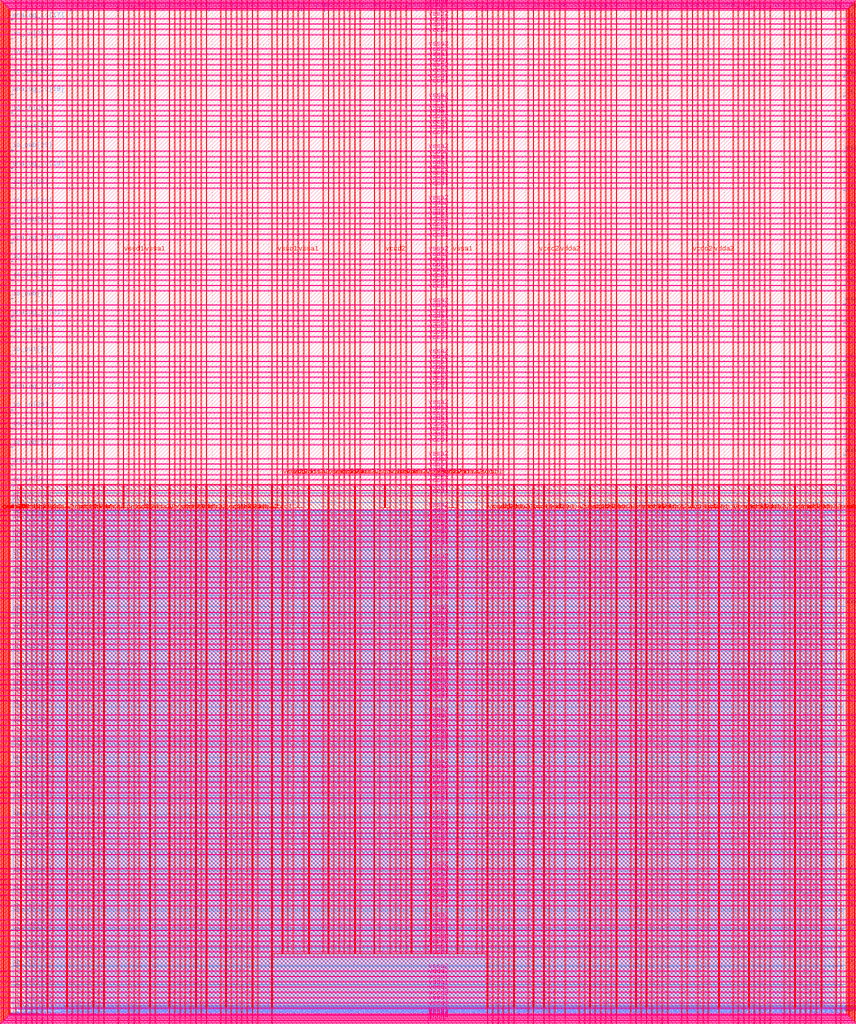
<source format=lef>
VERSION 5.7 ;
  NOWIREEXTENSIONATPIN ON ;
  DIVIDERCHAR "/" ;
  BUSBITCHARS "[]" ;
MACRO user_project_wrapper
  CLASS BLOCK ;
  FOREIGN user_project_wrapper ;
  ORIGIN 0.000 0.000 ;
  SIZE 2920.000 BY 3520.000 ;
  PIN analog_io[0]
    DIRECTION INOUT ;
    USE SIGNAL ;
    PORT
      LAYER met3 ;
        RECT 2917.600 1426.380 2924.800 1427.580 ;
    END
  END analog_io[0]
  PIN analog_io[10]
    DIRECTION INOUT ;
    USE SIGNAL ;
    PORT
      LAYER met2 ;
        RECT 2230.490 3517.600 2231.050 3524.800 ;
    END
  END analog_io[10]
  PIN analog_io[11]
    DIRECTION INOUT ;
    USE SIGNAL ;
    PORT
      LAYER met2 ;
        RECT 1905.730 3517.600 1906.290 3524.800 ;
    END
  END analog_io[11]
  PIN analog_io[12]
    DIRECTION INOUT ;
    USE SIGNAL ;
    PORT
      LAYER met2 ;
        RECT 1581.430 3517.600 1581.990 3524.800 ;
    END
  END analog_io[12]
  PIN analog_io[13]
    DIRECTION INOUT ;
    USE SIGNAL ;
    PORT
      LAYER met2 ;
        RECT 1257.130 3517.600 1257.690 3524.800 ;
    END
  END analog_io[13]
  PIN analog_io[14]
    DIRECTION INOUT ;
    USE SIGNAL ;
    PORT
      LAYER met2 ;
        RECT 932.370 3517.600 932.930 3524.800 ;
    END
  END analog_io[14]
  PIN analog_io[15]
    DIRECTION INOUT ;
    USE SIGNAL ;
    PORT
      LAYER met2 ;
        RECT 608.070 3517.600 608.630 3524.800 ;
    END
  END analog_io[15]
  PIN analog_io[16]
    DIRECTION INOUT ;
    USE SIGNAL ;
    PORT
      LAYER met2 ;
        RECT 283.770 3517.600 284.330 3524.800 ;
    END
  END analog_io[16]
  PIN analog_io[17]
    DIRECTION INOUT ;
    USE SIGNAL ;
    PORT
      LAYER met3 ;
        RECT -4.800 3486.100 2.400 3487.300 ;
    END
  END analog_io[17]
  PIN analog_io[18]
    DIRECTION INOUT ;
    USE SIGNAL ;
    PORT
      LAYER met3 ;
        RECT -4.800 3224.980 2.400 3226.180 ;
    END
  END analog_io[18]
  PIN analog_io[19]
    DIRECTION INOUT ;
    USE SIGNAL ;
    PORT
      LAYER met3 ;
        RECT -4.800 2964.540 2.400 2965.740 ;
    END
  END analog_io[19]
  PIN analog_io[1]
    DIRECTION INOUT ;
    USE SIGNAL ;
    PORT
      LAYER met3 ;
        RECT 2917.600 1692.260 2924.800 1693.460 ;
    END
  END analog_io[1]
  PIN analog_io[20]
    DIRECTION INOUT ;
    USE SIGNAL ;
    PORT
      LAYER met3 ;
        RECT -4.800 2703.420 2.400 2704.620 ;
    END
  END analog_io[20]
  PIN analog_io[21]
    DIRECTION INOUT ;
    USE SIGNAL ;
    PORT
      LAYER met3 ;
        RECT -4.800 2442.980 2.400 2444.180 ;
    END
  END analog_io[21]
  PIN analog_io[22]
    DIRECTION INOUT ;
    USE SIGNAL ;
    PORT
      LAYER met3 ;
        RECT -4.800 2182.540 2.400 2183.740 ;
    END
  END analog_io[22]
  PIN analog_io[23]
    DIRECTION INOUT ;
    USE SIGNAL ;
    PORT
      LAYER met3 ;
        RECT -4.800 1921.420 2.400 1922.620 ;
    END
  END analog_io[23]
  PIN analog_io[24]
    DIRECTION INOUT ;
    USE SIGNAL ;
    PORT
      LAYER met3 ;
        RECT -4.800 1660.980 2.400 1662.180 ;
    END
  END analog_io[24]
  PIN analog_io[25]
    DIRECTION INOUT ;
    USE SIGNAL ;
    PORT
      LAYER met3 ;
        RECT -4.800 1399.860 2.400 1401.060 ;
    END
  END analog_io[25]
  PIN analog_io[26]
    DIRECTION INOUT ;
    USE SIGNAL ;
    PORT
      LAYER met3 ;
        RECT -4.800 1139.420 2.400 1140.620 ;
    END
  END analog_io[26]
  PIN analog_io[27]
    DIRECTION INOUT ;
    USE SIGNAL ;
    PORT
      LAYER met3 ;
        RECT -4.800 878.980 2.400 880.180 ;
    END
  END analog_io[27]
  PIN analog_io[28]
    DIRECTION INOUT ;
    USE SIGNAL ;
    PORT
      LAYER met3 ;
        RECT -4.800 617.860 2.400 619.060 ;
    END
  END analog_io[28]
  PIN analog_io[2]
    DIRECTION INOUT ;
    USE SIGNAL ;
    PORT
      LAYER met3 ;
        RECT 2917.600 1958.140 2924.800 1959.340 ;
    END
  END analog_io[2]
  PIN analog_io[3]
    DIRECTION INOUT ;
    USE SIGNAL ;
    PORT
      LAYER met3 ;
        RECT 2917.600 2223.340 2924.800 2224.540 ;
    END
  END analog_io[3]
  PIN analog_io[4]
    DIRECTION INOUT ;
    USE SIGNAL ;
    PORT
      LAYER met3 ;
        RECT 2917.600 2489.220 2924.800 2490.420 ;
    END
  END analog_io[4]
  PIN analog_io[5]
    DIRECTION INOUT ;
    USE SIGNAL ;
    PORT
      LAYER met3 ;
        RECT 2917.600 2755.100 2924.800 2756.300 ;
    END
  END analog_io[5]
  PIN analog_io[6]
    DIRECTION INOUT ;
    USE SIGNAL ;
    PORT
      LAYER met3 ;
        RECT 2917.600 3020.300 2924.800 3021.500 ;
    END
  END analog_io[6]
  PIN analog_io[7]
    DIRECTION INOUT ;
    USE SIGNAL ;
    PORT
      LAYER met3 ;
        RECT 2917.600 3286.180 2924.800 3287.380 ;
    END
  END analog_io[7]
  PIN analog_io[8]
    DIRECTION INOUT ;
    USE SIGNAL ;
    PORT
      LAYER met2 ;
        RECT 2879.090 3517.600 2879.650 3524.800 ;
    END
  END analog_io[8]
  PIN analog_io[9]
    DIRECTION INOUT ;
    USE SIGNAL ;
    PORT
      LAYER met2 ;
        RECT 2554.790 3517.600 2555.350 3524.800 ;
    END
  END analog_io[9]
  PIN io_in[0]
    DIRECTION INPUT ;
    USE SIGNAL ;
    PORT
      LAYER met3 ;
        RECT 2917.600 32.380 2924.800 33.580 ;
    END
  END io_in[0]
  PIN io_in[10]
    DIRECTION INPUT ;
    USE SIGNAL ;
    PORT
      LAYER met3 ;
        RECT 2917.600 2289.980 2924.800 2291.180 ;
    END
  END io_in[10]
  PIN io_in[11]
    DIRECTION INPUT ;
    USE SIGNAL ;
    PORT
      LAYER met3 ;
        RECT 2917.600 2555.860 2924.800 2557.060 ;
    END
  END io_in[11]
  PIN io_in[12]
    DIRECTION INPUT ;
    USE SIGNAL ;
    PORT
      LAYER met3 ;
        RECT 2917.600 2821.060 2924.800 2822.260 ;
    END
  END io_in[12]
  PIN io_in[13]
    DIRECTION INPUT ;
    USE SIGNAL ;
    PORT
      LAYER met3 ;
        RECT 2917.600 3086.940 2924.800 3088.140 ;
    END
  END io_in[13]
  PIN io_in[14]
    DIRECTION INPUT ;
    USE SIGNAL ;
    PORT
      LAYER met3 ;
        RECT 2917.600 3352.820 2924.800 3354.020 ;
    END
  END io_in[14]
  PIN io_in[15]
    DIRECTION INPUT ;
    USE SIGNAL ;
    PORT
      LAYER met2 ;
        RECT 2798.130 3517.600 2798.690 3524.800 ;
    END
  END io_in[15]
  PIN io_in[16]
    DIRECTION INPUT ;
    USE SIGNAL ;
    PORT
      LAYER met2 ;
        RECT 2473.830 3517.600 2474.390 3524.800 ;
    END
  END io_in[16]
  PIN io_in[17]
    DIRECTION INPUT ;
    USE SIGNAL ;
    PORT
      LAYER met2 ;
        RECT 2149.070 3517.600 2149.630 3524.800 ;
    END
  END io_in[17]
  PIN io_in[18]
    DIRECTION INPUT ;
    USE SIGNAL ;
    PORT
      LAYER met2 ;
        RECT 1824.770 3517.600 1825.330 3524.800 ;
    END
  END io_in[18]
  PIN io_in[19]
    DIRECTION INPUT ;
    USE SIGNAL ;
    PORT
      LAYER met2 ;
        RECT 1500.470 3517.600 1501.030 3524.800 ;
    END
  END io_in[19]
  PIN io_in[1]
    DIRECTION INPUT ;
    USE SIGNAL ;
    PORT
      LAYER met3 ;
        RECT 2917.600 230.940 2924.800 232.140 ;
    END
  END io_in[1]
  PIN io_in[20]
    DIRECTION INPUT ;
    USE SIGNAL ;
    PORT
      LAYER met2 ;
        RECT 1175.710 3517.600 1176.270 3524.800 ;
    END
  END io_in[20]
  PIN io_in[21]
    DIRECTION INPUT ;
    USE SIGNAL ;
    PORT
      LAYER met2 ;
        RECT 851.410 3517.600 851.970 3524.800 ;
    END
  END io_in[21]
  PIN io_in[22]
    DIRECTION INPUT ;
    USE SIGNAL ;
    PORT
      LAYER met2 ;
        RECT 527.110 3517.600 527.670 3524.800 ;
    END
  END io_in[22]
  PIN io_in[23]
    DIRECTION INPUT ;
    USE SIGNAL ;
    PORT
      LAYER met2 ;
        RECT 202.350 3517.600 202.910 3524.800 ;
    END
  END io_in[23]
  PIN io_in[24]
    DIRECTION INPUT ;
    USE SIGNAL ;
    PORT
      LAYER met3 ;
        RECT -4.800 3420.820 2.400 3422.020 ;
    END
  END io_in[24]
  PIN io_in[25]
    DIRECTION INPUT ;
    USE SIGNAL ;
    PORT
      LAYER met3 ;
        RECT -4.800 3159.700 2.400 3160.900 ;
    END
  END io_in[25]
  PIN io_in[26]
    DIRECTION INPUT ;
    USE SIGNAL ;
    PORT
      LAYER met3 ;
        RECT -4.800 2899.260 2.400 2900.460 ;
    END
  END io_in[26]
  PIN io_in[27]
    DIRECTION INPUT ;
    USE SIGNAL ;
    PORT
      LAYER met3 ;
        RECT -4.800 2638.820 2.400 2640.020 ;
    END
  END io_in[27]
  PIN io_in[28]
    DIRECTION INPUT ;
    USE SIGNAL ;
    PORT
      LAYER met3 ;
        RECT -4.800 2377.700 2.400 2378.900 ;
    END
  END io_in[28]
  PIN io_in[29]
    DIRECTION INPUT ;
    USE SIGNAL ;
    PORT
      LAYER met3 ;
        RECT -4.800 2117.260 2.400 2118.460 ;
    END
  END io_in[29]
  PIN io_in[2]
    DIRECTION INPUT ;
    USE SIGNAL ;
    PORT
      LAYER met3 ;
        RECT 2917.600 430.180 2924.800 431.380 ;
    END
  END io_in[2]
  PIN io_in[30]
    DIRECTION INPUT ;
    USE SIGNAL ;
    PORT
      LAYER met3 ;
        RECT -4.800 1856.140 2.400 1857.340 ;
    END
  END io_in[30]
  PIN io_in[31]
    DIRECTION INPUT ;
    USE SIGNAL ;
    PORT
      LAYER met3 ;
        RECT -4.800 1595.700 2.400 1596.900 ;
    END
  END io_in[31]
  PIN io_in[32]
    DIRECTION INPUT ;
    USE SIGNAL ;
    PORT
      LAYER met3 ;
        RECT -4.800 1335.260 2.400 1336.460 ;
    END
  END io_in[32]
  PIN io_in[33]
    DIRECTION INPUT ;
    USE SIGNAL ;
    PORT
      LAYER met3 ;
        RECT -4.800 1074.140 2.400 1075.340 ;
    END
  END io_in[33]
  PIN io_in[34]
    DIRECTION INPUT ;
    USE SIGNAL ;
    PORT
      LAYER met3 ;
        RECT -4.800 813.700 2.400 814.900 ;
    END
  END io_in[34]
  PIN io_in[35]
    DIRECTION INPUT ;
    USE SIGNAL ;
    PORT
      LAYER met3 ;
        RECT -4.800 552.580 2.400 553.780 ;
    END
  END io_in[35]
  PIN io_in[36]
    DIRECTION INPUT ;
    USE SIGNAL ;
    PORT
      LAYER met3 ;
        RECT -4.800 357.420 2.400 358.620 ;
    END
  END io_in[36]
  PIN io_in[37]
    DIRECTION INPUT ;
    USE SIGNAL ;
    PORT
      LAYER met3 ;
        RECT -4.800 161.580 2.400 162.780 ;
    END
  END io_in[37]
  PIN io_in[3]
    DIRECTION INPUT ;
    USE SIGNAL ;
    PORT
      LAYER met3 ;
        RECT 2917.600 629.420 2924.800 630.620 ;
    END
  END io_in[3]
  PIN io_in[4]
    DIRECTION INPUT ;
    USE SIGNAL ;
    PORT
      LAYER met3 ;
        RECT 2917.600 828.660 2924.800 829.860 ;
    END
  END io_in[4]
  PIN io_in[5]
    DIRECTION INPUT ;
    USE SIGNAL ;
    PORT
      LAYER met3 ;
        RECT 2917.600 1027.900 2924.800 1029.100 ;
    END
  END io_in[5]
  PIN io_in[6]
    DIRECTION INPUT ;
    USE SIGNAL ;
    PORT
      LAYER met3 ;
        RECT 2917.600 1227.140 2924.800 1228.340 ;
    END
  END io_in[6]
  PIN io_in[7]
    DIRECTION INPUT ;
    USE SIGNAL ;
    PORT
      LAYER met3 ;
        RECT 2917.600 1493.020 2924.800 1494.220 ;
    END
  END io_in[7]
  PIN io_in[8]
    DIRECTION INPUT ;
    USE SIGNAL ;
    PORT
      LAYER met3 ;
        RECT 2917.600 1758.900 2924.800 1760.100 ;
    END
  END io_in[8]
  PIN io_in[9]
    DIRECTION INPUT ;
    USE SIGNAL ;
    PORT
      LAYER met3 ;
        RECT 2917.600 2024.100 2924.800 2025.300 ;
    END
  END io_in[9]
  PIN io_oeb[0]
    DIRECTION OUTPUT TRISTATE ;
    USE SIGNAL ;
    PORT
      LAYER met3 ;
        RECT 2917.600 164.980 2924.800 166.180 ;
    END
  END io_oeb[0]
  PIN io_oeb[10]
    DIRECTION OUTPUT TRISTATE ;
    USE SIGNAL ;
    PORT
      LAYER met3 ;
        RECT 2917.600 2422.580 2924.800 2423.780 ;
    END
  END io_oeb[10]
  PIN io_oeb[11]
    DIRECTION OUTPUT TRISTATE ;
    USE SIGNAL ;
    PORT
      LAYER met3 ;
        RECT 2917.600 2688.460 2924.800 2689.660 ;
    END
  END io_oeb[11]
  PIN io_oeb[12]
    DIRECTION OUTPUT TRISTATE ;
    USE SIGNAL ;
    PORT
      LAYER met3 ;
        RECT 2917.600 2954.340 2924.800 2955.540 ;
    END
  END io_oeb[12]
  PIN io_oeb[13]
    DIRECTION OUTPUT TRISTATE ;
    USE SIGNAL ;
    PORT
      LAYER met3 ;
        RECT 2917.600 3219.540 2924.800 3220.740 ;
    END
  END io_oeb[13]
  PIN io_oeb[14]
    DIRECTION OUTPUT TRISTATE ;
    USE SIGNAL ;
    PORT
      LAYER met3 ;
        RECT 2917.600 3485.420 2924.800 3486.620 ;
    END
  END io_oeb[14]
  PIN io_oeb[15]
    DIRECTION OUTPUT TRISTATE ;
    USE SIGNAL ;
    PORT
      LAYER met2 ;
        RECT 2635.750 3517.600 2636.310 3524.800 ;
    END
  END io_oeb[15]
  PIN io_oeb[16]
    DIRECTION OUTPUT TRISTATE ;
    USE SIGNAL ;
    PORT
      LAYER met2 ;
        RECT 2311.450 3517.600 2312.010 3524.800 ;
    END
  END io_oeb[16]
  PIN io_oeb[17]
    DIRECTION OUTPUT TRISTATE ;
    USE SIGNAL ;
    PORT
      LAYER met2 ;
        RECT 1987.150 3517.600 1987.710 3524.800 ;
    END
  END io_oeb[17]
  PIN io_oeb[18]
    DIRECTION OUTPUT TRISTATE ;
    USE SIGNAL ;
    PORT
      LAYER met2 ;
        RECT 1662.390 3517.600 1662.950 3524.800 ;
    END
  END io_oeb[18]
  PIN io_oeb[19]
    DIRECTION OUTPUT TRISTATE ;
    USE SIGNAL ;
    PORT
      LAYER met2 ;
        RECT 1338.090 3517.600 1338.650 3524.800 ;
    END
  END io_oeb[19]
  PIN io_oeb[1]
    DIRECTION OUTPUT TRISTATE ;
    USE SIGNAL ;
    PORT
      LAYER met3 ;
        RECT 2917.600 364.220 2924.800 365.420 ;
    END
  END io_oeb[1]
  PIN io_oeb[20]
    DIRECTION OUTPUT TRISTATE ;
    USE SIGNAL ;
    PORT
      LAYER met2 ;
        RECT 1013.790 3517.600 1014.350 3524.800 ;
    END
  END io_oeb[20]
  PIN io_oeb[21]
    DIRECTION OUTPUT TRISTATE ;
    USE SIGNAL ;
    PORT
      LAYER met2 ;
        RECT 689.030 3517.600 689.590 3524.800 ;
    END
  END io_oeb[21]
  PIN io_oeb[22]
    DIRECTION OUTPUT TRISTATE ;
    USE SIGNAL ;
    PORT
      LAYER met2 ;
        RECT 364.730 3517.600 365.290 3524.800 ;
    END
  END io_oeb[22]
  PIN io_oeb[23]
    DIRECTION OUTPUT TRISTATE ;
    USE SIGNAL ;
    PORT
      LAYER met2 ;
        RECT 40.430 3517.600 40.990 3524.800 ;
    END
  END io_oeb[23]
  PIN io_oeb[24]
    DIRECTION OUTPUT TRISTATE ;
    USE SIGNAL ;
    PORT
      LAYER met3 ;
        RECT -4.800 3290.260 2.400 3291.460 ;
    END
  END io_oeb[24]
  PIN io_oeb[25]
    DIRECTION OUTPUT TRISTATE ;
    USE SIGNAL ;
    PORT
      LAYER met3 ;
        RECT -4.800 3029.820 2.400 3031.020 ;
    END
  END io_oeb[25]
  PIN io_oeb[26]
    DIRECTION OUTPUT TRISTATE ;
    USE SIGNAL ;
    PORT
      LAYER met3 ;
        RECT -4.800 2768.700 2.400 2769.900 ;
    END
  END io_oeb[26]
  PIN io_oeb[27]
    DIRECTION OUTPUT TRISTATE ;
    USE SIGNAL ;
    PORT
      LAYER met3 ;
        RECT -4.800 2508.260 2.400 2509.460 ;
    END
  END io_oeb[27]
  PIN io_oeb[28]
    DIRECTION OUTPUT TRISTATE ;
    USE SIGNAL ;
    PORT
      LAYER met3 ;
        RECT -4.800 2247.140 2.400 2248.340 ;
    END
  END io_oeb[28]
  PIN io_oeb[29]
    DIRECTION OUTPUT TRISTATE ;
    USE SIGNAL ;
    PORT
      LAYER met3 ;
        RECT -4.800 1986.700 2.400 1987.900 ;
    END
  END io_oeb[29]
  PIN io_oeb[2]
    DIRECTION OUTPUT TRISTATE ;
    USE SIGNAL ;
    PORT
      LAYER met3 ;
        RECT 2917.600 563.460 2924.800 564.660 ;
    END
  END io_oeb[2]
  PIN io_oeb[30]
    DIRECTION OUTPUT TRISTATE ;
    USE SIGNAL ;
    PORT
      LAYER met3 ;
        RECT -4.800 1726.260 2.400 1727.460 ;
    END
  END io_oeb[30]
  PIN io_oeb[31]
    DIRECTION OUTPUT TRISTATE ;
    USE SIGNAL ;
    PORT
      LAYER met3 ;
        RECT -4.800 1465.140 2.400 1466.340 ;
    END
  END io_oeb[31]
  PIN io_oeb[32]
    DIRECTION OUTPUT TRISTATE ;
    USE SIGNAL ;
    PORT
      LAYER met3 ;
        RECT -4.800 1204.700 2.400 1205.900 ;
    END
  END io_oeb[32]
  PIN io_oeb[33]
    DIRECTION OUTPUT TRISTATE ;
    USE SIGNAL ;
    PORT
      LAYER met3 ;
        RECT -4.800 943.580 2.400 944.780 ;
    END
  END io_oeb[33]
  PIN io_oeb[34]
    DIRECTION OUTPUT TRISTATE ;
    USE SIGNAL ;
    PORT
      LAYER met3 ;
        RECT -4.800 683.140 2.400 684.340 ;
    END
  END io_oeb[34]
  PIN io_oeb[35]
    DIRECTION OUTPUT TRISTATE ;
    USE SIGNAL ;
    PORT
      LAYER met3 ;
        RECT -4.800 422.700 2.400 423.900 ;
    END
  END io_oeb[35]
  PIN io_oeb[36]
    DIRECTION OUTPUT TRISTATE ;
    USE SIGNAL ;
    PORT
      LAYER met3 ;
        RECT -4.800 226.860 2.400 228.060 ;
    END
  END io_oeb[36]
  PIN io_oeb[37]
    DIRECTION OUTPUT TRISTATE ;
    USE SIGNAL ;
    PORT
      LAYER met3 ;
        RECT -4.800 31.700 2.400 32.900 ;
    END
  END io_oeb[37]
  PIN io_oeb[3]
    DIRECTION OUTPUT TRISTATE ;
    USE SIGNAL ;
    PORT
      LAYER met3 ;
        RECT 2917.600 762.700 2924.800 763.900 ;
    END
  END io_oeb[3]
  PIN io_oeb[4]
    DIRECTION OUTPUT TRISTATE ;
    USE SIGNAL ;
    PORT
      LAYER met3 ;
        RECT 2917.600 961.940 2924.800 963.140 ;
    END
  END io_oeb[4]
  PIN io_oeb[5]
    DIRECTION OUTPUT TRISTATE ;
    USE SIGNAL ;
    PORT
      LAYER met3 ;
        RECT 2917.600 1161.180 2924.800 1162.380 ;
    END
  END io_oeb[5]
  PIN io_oeb[6]
    DIRECTION OUTPUT TRISTATE ;
    USE SIGNAL ;
    PORT
      LAYER met3 ;
        RECT 2917.600 1360.420 2924.800 1361.620 ;
    END
  END io_oeb[6]
  PIN io_oeb[7]
    DIRECTION OUTPUT TRISTATE ;
    USE SIGNAL ;
    PORT
      LAYER met3 ;
        RECT 2917.600 1625.620 2924.800 1626.820 ;
    END
  END io_oeb[7]
  PIN io_oeb[8]
    DIRECTION OUTPUT TRISTATE ;
    USE SIGNAL ;
    PORT
      LAYER met3 ;
        RECT 2917.600 1891.500 2924.800 1892.700 ;
    END
  END io_oeb[8]
  PIN io_oeb[9]
    DIRECTION OUTPUT TRISTATE ;
    USE SIGNAL ;
    PORT
      LAYER met3 ;
        RECT 2917.600 2157.380 2924.800 2158.580 ;
    END
  END io_oeb[9]
  PIN io_out[0]
    DIRECTION OUTPUT TRISTATE ;
    USE SIGNAL ;
    PORT
      LAYER met3 ;
        RECT 2917.600 98.340 2924.800 99.540 ;
    END
  END io_out[0]
  PIN io_out[10]
    DIRECTION OUTPUT TRISTATE ;
    USE SIGNAL ;
    PORT
      LAYER met3 ;
        RECT 2917.600 2356.620 2924.800 2357.820 ;
    END
  END io_out[10]
  PIN io_out[11]
    DIRECTION OUTPUT TRISTATE ;
    USE SIGNAL ;
    PORT
      LAYER met3 ;
        RECT 2917.600 2621.820 2924.800 2623.020 ;
    END
  END io_out[11]
  PIN io_out[12]
    DIRECTION OUTPUT TRISTATE ;
    USE SIGNAL ;
    PORT
      LAYER met3 ;
        RECT 2917.600 2887.700 2924.800 2888.900 ;
    END
  END io_out[12]
  PIN io_out[13]
    DIRECTION OUTPUT TRISTATE ;
    USE SIGNAL ;
    PORT
      LAYER met3 ;
        RECT 2917.600 3153.580 2924.800 3154.780 ;
    END
  END io_out[13]
  PIN io_out[14]
    DIRECTION OUTPUT TRISTATE ;
    USE SIGNAL ;
    PORT
      LAYER met3 ;
        RECT 2917.600 3418.780 2924.800 3419.980 ;
    END
  END io_out[14]
  PIN io_out[15]
    DIRECTION OUTPUT TRISTATE ;
    USE SIGNAL ;
    PORT
      LAYER met2 ;
        RECT 2717.170 3517.600 2717.730 3524.800 ;
    END
  END io_out[15]
  PIN io_out[16]
    DIRECTION OUTPUT TRISTATE ;
    USE SIGNAL ;
    PORT
      LAYER met2 ;
        RECT 2392.410 3517.600 2392.970 3524.800 ;
    END
  END io_out[16]
  PIN io_out[17]
    DIRECTION OUTPUT TRISTATE ;
    USE SIGNAL ;
    PORT
      LAYER met2 ;
        RECT 2068.110 3517.600 2068.670 3524.800 ;
    END
  END io_out[17]
  PIN io_out[18]
    DIRECTION OUTPUT TRISTATE ;
    USE SIGNAL ;
    PORT
      LAYER met2 ;
        RECT 1743.810 3517.600 1744.370 3524.800 ;
    END
  END io_out[18]
  PIN io_out[19]
    DIRECTION OUTPUT TRISTATE ;
    USE SIGNAL ;
    PORT
      LAYER met2 ;
        RECT 1419.050 3517.600 1419.610 3524.800 ;
    END
  END io_out[19]
  PIN io_out[1]
    DIRECTION OUTPUT TRISTATE ;
    USE SIGNAL ;
    PORT
      LAYER met3 ;
        RECT 2917.600 297.580 2924.800 298.780 ;
    END
  END io_out[1]
  PIN io_out[20]
    DIRECTION OUTPUT TRISTATE ;
    USE SIGNAL ;
    PORT
      LAYER met2 ;
        RECT 1094.750 3517.600 1095.310 3524.800 ;
    END
  END io_out[20]
  PIN io_out[21]
    DIRECTION OUTPUT TRISTATE ;
    USE SIGNAL ;
    PORT
      LAYER met2 ;
        RECT 770.450 3517.600 771.010 3524.800 ;
    END
  END io_out[21]
  PIN io_out[22]
    DIRECTION OUTPUT TRISTATE ;
    USE SIGNAL ;
    PORT
      LAYER met2 ;
        RECT 445.690 3517.600 446.250 3524.800 ;
    END
  END io_out[22]
  PIN io_out[23]
    DIRECTION OUTPUT TRISTATE ;
    USE SIGNAL ;
    PORT
      LAYER met2 ;
        RECT 121.390 3517.600 121.950 3524.800 ;
    END
  END io_out[23]
  PIN io_out[24]
    DIRECTION OUTPUT TRISTATE ;
    USE SIGNAL ;
    PORT
      LAYER met3 ;
        RECT -4.800 3355.540 2.400 3356.740 ;
    END
  END io_out[24]
  PIN io_out[25]
    DIRECTION OUTPUT TRISTATE ;
    USE SIGNAL ;
    PORT
      LAYER met3 ;
        RECT -4.800 3095.100 2.400 3096.300 ;
    END
  END io_out[25]
  PIN io_out[26]
    DIRECTION OUTPUT TRISTATE ;
    USE SIGNAL ;
    PORT
      LAYER met3 ;
        RECT -4.800 2833.980 2.400 2835.180 ;
    END
  END io_out[26]
  PIN io_out[27]
    DIRECTION OUTPUT TRISTATE ;
    USE SIGNAL ;
    PORT
      LAYER met3 ;
        RECT -4.800 2573.540 2.400 2574.740 ;
    END
  END io_out[27]
  PIN io_out[28]
    DIRECTION OUTPUT TRISTATE ;
    USE SIGNAL ;
    PORT
      LAYER met3 ;
        RECT -4.800 2312.420 2.400 2313.620 ;
    END
  END io_out[28]
  PIN io_out[29]
    DIRECTION OUTPUT TRISTATE ;
    USE SIGNAL ;
    PORT
      LAYER met3 ;
        RECT -4.800 2051.980 2.400 2053.180 ;
    END
  END io_out[29]
  PIN io_out[2]
    DIRECTION OUTPUT TRISTATE ;
    USE SIGNAL ;
    PORT
      LAYER met3 ;
        RECT 2917.600 496.820 2924.800 498.020 ;
    END
  END io_out[2]
  PIN io_out[30]
    DIRECTION OUTPUT TRISTATE ;
    USE SIGNAL ;
    PORT
      LAYER met3 ;
        RECT -4.800 1791.540 2.400 1792.740 ;
    END
  END io_out[30]
  PIN io_out[31]
    DIRECTION OUTPUT TRISTATE ;
    USE SIGNAL ;
    PORT
      LAYER met3 ;
        RECT -4.800 1530.420 2.400 1531.620 ;
    END
  END io_out[31]
  PIN io_out[32]
    DIRECTION OUTPUT TRISTATE ;
    USE SIGNAL ;
    PORT
      LAYER met3 ;
        RECT -4.800 1269.980 2.400 1271.180 ;
    END
  END io_out[32]
  PIN io_out[33]
    DIRECTION OUTPUT TRISTATE ;
    USE SIGNAL ;
    PORT
      LAYER met3 ;
        RECT -4.800 1008.860 2.400 1010.060 ;
    END
  END io_out[33]
  PIN io_out[34]
    DIRECTION OUTPUT TRISTATE ;
    USE SIGNAL ;
    PORT
      LAYER met3 ;
        RECT -4.800 748.420 2.400 749.620 ;
    END
  END io_out[34]
  PIN io_out[35]
    DIRECTION OUTPUT TRISTATE ;
    USE SIGNAL ;
    PORT
      LAYER met3 ;
        RECT -4.800 487.300 2.400 488.500 ;
    END
  END io_out[35]
  PIN io_out[36]
    DIRECTION OUTPUT TRISTATE ;
    USE SIGNAL ;
    PORT
      LAYER met3 ;
        RECT -4.800 292.140 2.400 293.340 ;
    END
  END io_out[36]
  PIN io_out[37]
    DIRECTION OUTPUT TRISTATE ;
    USE SIGNAL ;
    PORT
      LAYER met3 ;
        RECT -4.800 96.300 2.400 97.500 ;
    END
  END io_out[37]
  PIN io_out[3]
    DIRECTION OUTPUT TRISTATE ;
    USE SIGNAL ;
    PORT
      LAYER met3 ;
        RECT 2917.600 696.060 2924.800 697.260 ;
    END
  END io_out[3]
  PIN io_out[4]
    DIRECTION OUTPUT TRISTATE ;
    USE SIGNAL ;
    PORT
      LAYER met3 ;
        RECT 2917.600 895.300 2924.800 896.500 ;
    END
  END io_out[4]
  PIN io_out[5]
    DIRECTION OUTPUT TRISTATE ;
    USE SIGNAL ;
    PORT
      LAYER met3 ;
        RECT 2917.600 1094.540 2924.800 1095.740 ;
    END
  END io_out[5]
  PIN io_out[6]
    DIRECTION OUTPUT TRISTATE ;
    USE SIGNAL ;
    PORT
      LAYER met3 ;
        RECT 2917.600 1293.780 2924.800 1294.980 ;
    END
  END io_out[6]
  PIN io_out[7]
    DIRECTION OUTPUT TRISTATE ;
    USE SIGNAL ;
    PORT
      LAYER met3 ;
        RECT 2917.600 1559.660 2924.800 1560.860 ;
    END
  END io_out[7]
  PIN io_out[8]
    DIRECTION OUTPUT TRISTATE ;
    USE SIGNAL ;
    PORT
      LAYER met3 ;
        RECT 2917.600 1824.860 2924.800 1826.060 ;
    END
  END io_out[8]
  PIN io_out[9]
    DIRECTION OUTPUT TRISTATE ;
    USE SIGNAL ;
    PORT
      LAYER met3 ;
        RECT 2917.600 2090.740 2924.800 2091.940 ;
    END
  END io_out[9]
  PIN la_data_in[0]
    DIRECTION INPUT ;
    USE SIGNAL ;
    PORT
      LAYER met2 ;
        RECT 629.230 -4.800 629.790 2.400 ;
    END
  END la_data_in[0]
  PIN la_data_in[100]
    DIRECTION INPUT ;
    USE SIGNAL ;
    PORT
      LAYER met2 ;
        RECT 2402.530 -4.800 2403.090 2.400 ;
    END
  END la_data_in[100]
  PIN la_data_in[101]
    DIRECTION INPUT ;
    USE SIGNAL ;
    PORT
      LAYER met2 ;
        RECT 2420.010 -4.800 2420.570 2.400 ;
    END
  END la_data_in[101]
  PIN la_data_in[102]
    DIRECTION INPUT ;
    USE SIGNAL ;
    PORT
      LAYER met2 ;
        RECT 2437.950 -4.800 2438.510 2.400 ;
    END
  END la_data_in[102]
  PIN la_data_in[103]
    DIRECTION INPUT ;
    USE SIGNAL ;
    PORT
      LAYER met2 ;
        RECT 2455.430 -4.800 2455.990 2.400 ;
    END
  END la_data_in[103]
  PIN la_data_in[104]
    DIRECTION INPUT ;
    USE SIGNAL ;
    PORT
      LAYER met2 ;
        RECT 2473.370 -4.800 2473.930 2.400 ;
    END
  END la_data_in[104]
  PIN la_data_in[105]
    DIRECTION INPUT ;
    USE SIGNAL ;
    PORT
      LAYER met2 ;
        RECT 2490.850 -4.800 2491.410 2.400 ;
    END
  END la_data_in[105]
  PIN la_data_in[106]
    DIRECTION INPUT ;
    USE SIGNAL ;
    PORT
      LAYER met2 ;
        RECT 2508.790 -4.800 2509.350 2.400 ;
    END
  END la_data_in[106]
  PIN la_data_in[107]
    DIRECTION INPUT ;
    USE SIGNAL ;
    PORT
      LAYER met2 ;
        RECT 2526.730 -4.800 2527.290 2.400 ;
    END
  END la_data_in[107]
  PIN la_data_in[108]
    DIRECTION INPUT ;
    USE SIGNAL ;
    PORT
      LAYER met2 ;
        RECT 2544.210 -4.800 2544.770 2.400 ;
    END
  END la_data_in[108]
  PIN la_data_in[109]
    DIRECTION INPUT ;
    USE SIGNAL ;
    PORT
      LAYER met2 ;
        RECT 2562.150 -4.800 2562.710 2.400 ;
    END
  END la_data_in[109]
  PIN la_data_in[10]
    DIRECTION INPUT ;
    USE SIGNAL ;
    PORT
      LAYER met2 ;
        RECT 806.330 -4.800 806.890 2.400 ;
    END
  END la_data_in[10]
  PIN la_data_in[110]
    DIRECTION INPUT ;
    USE SIGNAL ;
    PORT
      LAYER met2 ;
        RECT 2579.630 -4.800 2580.190 2.400 ;
    END
  END la_data_in[110]
  PIN la_data_in[111]
    DIRECTION INPUT ;
    USE SIGNAL ;
    PORT
      LAYER met2 ;
        RECT 2597.570 -4.800 2598.130 2.400 ;
    END
  END la_data_in[111]
  PIN la_data_in[112]
    DIRECTION INPUT ;
    USE SIGNAL ;
    PORT
      LAYER met2 ;
        RECT 2615.050 -4.800 2615.610 2.400 ;
    END
  END la_data_in[112]
  PIN la_data_in[113]
    DIRECTION INPUT ;
    USE SIGNAL ;
    PORT
      LAYER met2 ;
        RECT 2632.990 -4.800 2633.550 2.400 ;
    END
  END la_data_in[113]
  PIN la_data_in[114]
    DIRECTION INPUT ;
    USE SIGNAL ;
    PORT
      LAYER met2 ;
        RECT 2650.470 -4.800 2651.030 2.400 ;
    END
  END la_data_in[114]
  PIN la_data_in[115]
    DIRECTION INPUT ;
    USE SIGNAL ;
    PORT
      LAYER met2 ;
        RECT 2668.410 -4.800 2668.970 2.400 ;
    END
  END la_data_in[115]
  PIN la_data_in[116]
    DIRECTION INPUT ;
    USE SIGNAL ;
    PORT
      LAYER met2 ;
        RECT 2685.890 -4.800 2686.450 2.400 ;
    END
  END la_data_in[116]
  PIN la_data_in[117]
    DIRECTION INPUT ;
    USE SIGNAL ;
    PORT
      LAYER met2 ;
        RECT 2703.830 -4.800 2704.390 2.400 ;
    END
  END la_data_in[117]
  PIN la_data_in[118]
    DIRECTION INPUT ;
    USE SIGNAL ;
    PORT
      LAYER met2 ;
        RECT 2721.770 -4.800 2722.330 2.400 ;
    END
  END la_data_in[118]
  PIN la_data_in[119]
    DIRECTION INPUT ;
    USE SIGNAL ;
    PORT
      LAYER met2 ;
        RECT 2739.250 -4.800 2739.810 2.400 ;
    END
  END la_data_in[119]
  PIN la_data_in[11]
    DIRECTION INPUT ;
    USE SIGNAL ;
    PORT
      LAYER met2 ;
        RECT 824.270 -4.800 824.830 2.400 ;
    END
  END la_data_in[11]
  PIN la_data_in[120]
    DIRECTION INPUT ;
    USE SIGNAL ;
    PORT
      LAYER met2 ;
        RECT 2757.190 -4.800 2757.750 2.400 ;
    END
  END la_data_in[120]
  PIN la_data_in[121]
    DIRECTION INPUT ;
    USE SIGNAL ;
    PORT
      LAYER met2 ;
        RECT 2774.670 -4.800 2775.230 2.400 ;
    END
  END la_data_in[121]
  PIN la_data_in[122]
    DIRECTION INPUT ;
    USE SIGNAL ;
    PORT
      LAYER met2 ;
        RECT 2792.610 -4.800 2793.170 2.400 ;
    END
  END la_data_in[122]
  PIN la_data_in[123]
    DIRECTION INPUT ;
    USE SIGNAL ;
    PORT
      LAYER met2 ;
        RECT 2810.090 -4.800 2810.650 2.400 ;
    END
  END la_data_in[123]
  PIN la_data_in[124]
    DIRECTION INPUT ;
    USE SIGNAL ;
    PORT
      LAYER met2 ;
        RECT 2828.030 -4.800 2828.590 2.400 ;
    END
  END la_data_in[124]
  PIN la_data_in[125]
    DIRECTION INPUT ;
    USE SIGNAL ;
    PORT
      LAYER met2 ;
        RECT 2845.510 -4.800 2846.070 2.400 ;
    END
  END la_data_in[125]
  PIN la_data_in[126]
    DIRECTION INPUT ;
    USE SIGNAL ;
    PORT
      LAYER met2 ;
        RECT 2863.450 -4.800 2864.010 2.400 ;
    END
  END la_data_in[126]
  PIN la_data_in[127]
    DIRECTION INPUT ;
    USE SIGNAL ;
    PORT
      LAYER met2 ;
        RECT 2881.390 -4.800 2881.950 2.400 ;
    END
  END la_data_in[127]
  PIN la_data_in[12]
    DIRECTION INPUT ;
    USE SIGNAL ;
    PORT
      LAYER met2 ;
        RECT 841.750 -4.800 842.310 2.400 ;
    END
  END la_data_in[12]
  PIN la_data_in[13]
    DIRECTION INPUT ;
    USE SIGNAL ;
    PORT
      LAYER met2 ;
        RECT 859.690 -4.800 860.250 2.400 ;
    END
  END la_data_in[13]
  PIN la_data_in[14]
    DIRECTION INPUT ;
    USE SIGNAL ;
    PORT
      LAYER met2 ;
        RECT 877.170 -4.800 877.730 2.400 ;
    END
  END la_data_in[14]
  PIN la_data_in[15]
    DIRECTION INPUT ;
    USE SIGNAL ;
    PORT
      LAYER met2 ;
        RECT 895.110 -4.800 895.670 2.400 ;
    END
  END la_data_in[15]
  PIN la_data_in[16]
    DIRECTION INPUT ;
    USE SIGNAL ;
    PORT
      LAYER met2 ;
        RECT 912.590 -4.800 913.150 2.400 ;
    END
  END la_data_in[16]
  PIN la_data_in[17]
    DIRECTION INPUT ;
    USE SIGNAL ;
    PORT
      LAYER met2 ;
        RECT 930.530 -4.800 931.090 2.400 ;
    END
  END la_data_in[17]
  PIN la_data_in[18]
    DIRECTION INPUT ;
    USE SIGNAL ;
    PORT
      LAYER met2 ;
        RECT 948.470 -4.800 949.030 2.400 ;
    END
  END la_data_in[18]
  PIN la_data_in[19]
    DIRECTION INPUT ;
    USE SIGNAL ;
    PORT
      LAYER met2 ;
        RECT 965.950 -4.800 966.510 2.400 ;
    END
  END la_data_in[19]
  PIN la_data_in[1]
    DIRECTION INPUT ;
    USE SIGNAL ;
    PORT
      LAYER met2 ;
        RECT 646.710 -4.800 647.270 2.400 ;
    END
  END la_data_in[1]
  PIN la_data_in[20]
    DIRECTION INPUT ;
    USE SIGNAL ;
    PORT
      LAYER met2 ;
        RECT 983.890 -4.800 984.450 2.400 ;
    END
  END la_data_in[20]
  PIN la_data_in[21]
    DIRECTION INPUT ;
    USE SIGNAL ;
    PORT
      LAYER met2 ;
        RECT 1001.370 -4.800 1001.930 2.400 ;
    END
  END la_data_in[21]
  PIN la_data_in[22]
    DIRECTION INPUT ;
    USE SIGNAL ;
    PORT
      LAYER met2 ;
        RECT 1019.310 -4.800 1019.870 2.400 ;
    END
  END la_data_in[22]
  PIN la_data_in[23]
    DIRECTION INPUT ;
    USE SIGNAL ;
    PORT
      LAYER met2 ;
        RECT 1036.790 -4.800 1037.350 2.400 ;
    END
  END la_data_in[23]
  PIN la_data_in[24]
    DIRECTION INPUT ;
    USE SIGNAL ;
    PORT
      LAYER met2 ;
        RECT 1054.730 -4.800 1055.290 2.400 ;
    END
  END la_data_in[24]
  PIN la_data_in[25]
    DIRECTION INPUT ;
    USE SIGNAL ;
    PORT
      LAYER met2 ;
        RECT 1072.210 -4.800 1072.770 2.400 ;
    END
  END la_data_in[25]
  PIN la_data_in[26]
    DIRECTION INPUT ;
    USE SIGNAL ;
    PORT
      LAYER met2 ;
        RECT 1090.150 -4.800 1090.710 2.400 ;
    END
  END la_data_in[26]
  PIN la_data_in[27]
    DIRECTION INPUT ;
    USE SIGNAL ;
    PORT
      LAYER met2 ;
        RECT 1107.630 -4.800 1108.190 2.400 ;
    END
  END la_data_in[27]
  PIN la_data_in[28]
    DIRECTION INPUT ;
    USE SIGNAL ;
    PORT
      LAYER met2 ;
        RECT 1125.570 -4.800 1126.130 2.400 ;
    END
  END la_data_in[28]
  PIN la_data_in[29]
    DIRECTION INPUT ;
    USE SIGNAL ;
    PORT
      LAYER met2 ;
        RECT 1143.510 -4.800 1144.070 2.400 ;
    END
  END la_data_in[29]
  PIN la_data_in[2]
    DIRECTION INPUT ;
    USE SIGNAL ;
    PORT
      LAYER met2 ;
        RECT 664.650 -4.800 665.210 2.400 ;
    END
  END la_data_in[2]
  PIN la_data_in[30]
    DIRECTION INPUT ;
    USE SIGNAL ;
    PORT
      LAYER met2 ;
        RECT 1160.990 -4.800 1161.550 2.400 ;
    END
  END la_data_in[30]
  PIN la_data_in[31]
    DIRECTION INPUT ;
    USE SIGNAL ;
    PORT
      LAYER met2 ;
        RECT 1178.930 -4.800 1179.490 2.400 ;
    END
  END la_data_in[31]
  PIN la_data_in[32]
    DIRECTION INPUT ;
    USE SIGNAL ;
    PORT
      LAYER met2 ;
        RECT 1196.410 -4.800 1196.970 2.400 ;
    END
  END la_data_in[32]
  PIN la_data_in[33]
    DIRECTION INPUT ;
    USE SIGNAL ;
    PORT
      LAYER met2 ;
        RECT 1214.350 -4.800 1214.910 2.400 ;
    END
  END la_data_in[33]
  PIN la_data_in[34]
    DIRECTION INPUT ;
    USE SIGNAL ;
    PORT
      LAYER met2 ;
        RECT 1231.830 -4.800 1232.390 2.400 ;
    END
  END la_data_in[34]
  PIN la_data_in[35]
    DIRECTION INPUT ;
    USE SIGNAL ;
    PORT
      LAYER met2 ;
        RECT 1249.770 -4.800 1250.330 2.400 ;
    END
  END la_data_in[35]
  PIN la_data_in[36]
    DIRECTION INPUT ;
    USE SIGNAL ;
    PORT
      LAYER met2 ;
        RECT 1267.250 -4.800 1267.810 2.400 ;
    END
  END la_data_in[36]
  PIN la_data_in[37]
    DIRECTION INPUT ;
    USE SIGNAL ;
    PORT
      LAYER met2 ;
        RECT 1285.190 -4.800 1285.750 2.400 ;
    END
  END la_data_in[37]
  PIN la_data_in[38]
    DIRECTION INPUT ;
    USE SIGNAL ;
    PORT
      LAYER met2 ;
        RECT 1303.130 -4.800 1303.690 2.400 ;
    END
  END la_data_in[38]
  PIN la_data_in[39]
    DIRECTION INPUT ;
    USE SIGNAL ;
    PORT
      LAYER met2 ;
        RECT 1320.610 -4.800 1321.170 2.400 ;
    END
  END la_data_in[39]
  PIN la_data_in[3]
    DIRECTION INPUT ;
    USE SIGNAL ;
    PORT
      LAYER met2 ;
        RECT 682.130 -4.800 682.690 2.400 ;
    END
  END la_data_in[3]
  PIN la_data_in[40]
    DIRECTION INPUT ;
    USE SIGNAL ;
    PORT
      LAYER met2 ;
        RECT 1338.550 -4.800 1339.110 2.400 ;
    END
  END la_data_in[40]
  PIN la_data_in[41]
    DIRECTION INPUT ;
    USE SIGNAL ;
    PORT
      LAYER met2 ;
        RECT 1356.030 -4.800 1356.590 2.400 ;
    END
  END la_data_in[41]
  PIN la_data_in[42]
    DIRECTION INPUT ;
    USE SIGNAL ;
    PORT
      LAYER met2 ;
        RECT 1373.970 -4.800 1374.530 2.400 ;
    END
  END la_data_in[42]
  PIN la_data_in[43]
    DIRECTION INPUT ;
    USE SIGNAL ;
    PORT
      LAYER met2 ;
        RECT 1391.450 -4.800 1392.010 2.400 ;
    END
  END la_data_in[43]
  PIN la_data_in[44]
    DIRECTION INPUT ;
    USE SIGNAL ;
    PORT
      LAYER met2 ;
        RECT 1409.390 -4.800 1409.950 2.400 ;
    END
  END la_data_in[44]
  PIN la_data_in[45]
    DIRECTION INPUT ;
    USE SIGNAL ;
    PORT
      LAYER met2 ;
        RECT 1426.870 -4.800 1427.430 2.400 ;
    END
  END la_data_in[45]
  PIN la_data_in[46]
    DIRECTION INPUT ;
    USE SIGNAL ;
    PORT
      LAYER met2 ;
        RECT 1444.810 -4.800 1445.370 2.400 ;
    END
  END la_data_in[46]
  PIN la_data_in[47]
    DIRECTION INPUT ;
    USE SIGNAL ;
    PORT
      LAYER met2 ;
        RECT 1462.750 -4.800 1463.310 2.400 ;
    END
  END la_data_in[47]
  PIN la_data_in[48]
    DIRECTION INPUT ;
    USE SIGNAL ;
    PORT
      LAYER met2 ;
        RECT 1480.230 -4.800 1480.790 2.400 ;
    END
  END la_data_in[48]
  PIN la_data_in[49]
    DIRECTION INPUT ;
    USE SIGNAL ;
    PORT
      LAYER met2 ;
        RECT 1498.170 -4.800 1498.730 2.400 ;
    END
  END la_data_in[49]
  PIN la_data_in[4]
    DIRECTION INPUT ;
    USE SIGNAL ;
    PORT
      LAYER met2 ;
        RECT 700.070 -4.800 700.630 2.400 ;
    END
  END la_data_in[4]
  PIN la_data_in[50]
    DIRECTION INPUT ;
    USE SIGNAL ;
    PORT
      LAYER met2 ;
        RECT 1515.650 -4.800 1516.210 2.400 ;
    END
  END la_data_in[50]
  PIN la_data_in[51]
    DIRECTION INPUT ;
    USE SIGNAL ;
    PORT
      LAYER met2 ;
        RECT 1533.590 -4.800 1534.150 2.400 ;
    END
  END la_data_in[51]
  PIN la_data_in[52]
    DIRECTION INPUT ;
    USE SIGNAL ;
    PORT
      LAYER met2 ;
        RECT 1551.070 -4.800 1551.630 2.400 ;
    END
  END la_data_in[52]
  PIN la_data_in[53]
    DIRECTION INPUT ;
    USE SIGNAL ;
    PORT
      LAYER met2 ;
        RECT 1569.010 -4.800 1569.570 2.400 ;
    END
  END la_data_in[53]
  PIN la_data_in[54]
    DIRECTION INPUT ;
    USE SIGNAL ;
    PORT
      LAYER met2 ;
        RECT 1586.490 -4.800 1587.050 2.400 ;
    END
  END la_data_in[54]
  PIN la_data_in[55]
    DIRECTION INPUT ;
    USE SIGNAL ;
    PORT
      LAYER met2 ;
        RECT 1604.430 -4.800 1604.990 2.400 ;
    END
  END la_data_in[55]
  PIN la_data_in[56]
    DIRECTION INPUT ;
    USE SIGNAL ;
    PORT
      LAYER met2 ;
        RECT 1621.910 -4.800 1622.470 2.400 ;
    END
  END la_data_in[56]
  PIN la_data_in[57]
    DIRECTION INPUT ;
    USE SIGNAL ;
    PORT
      LAYER met2 ;
        RECT 1639.850 -4.800 1640.410 2.400 ;
    END
  END la_data_in[57]
  PIN la_data_in[58]
    DIRECTION INPUT ;
    USE SIGNAL ;
    PORT
      LAYER met2 ;
        RECT 1657.790 -4.800 1658.350 2.400 ;
    END
  END la_data_in[58]
  PIN la_data_in[59]
    DIRECTION INPUT ;
    USE SIGNAL ;
    PORT
      LAYER met2 ;
        RECT 1675.270 -4.800 1675.830 2.400 ;
    END
  END la_data_in[59]
  PIN la_data_in[5]
    DIRECTION INPUT ;
    USE SIGNAL ;
    PORT
      LAYER met2 ;
        RECT 717.550 -4.800 718.110 2.400 ;
    END
  END la_data_in[5]
  PIN la_data_in[60]
    DIRECTION INPUT ;
    USE SIGNAL ;
    PORT
      LAYER met2 ;
        RECT 1693.210 -4.800 1693.770 2.400 ;
    END
  END la_data_in[60]
  PIN la_data_in[61]
    DIRECTION INPUT ;
    USE SIGNAL ;
    PORT
      LAYER met2 ;
        RECT 1710.690 -4.800 1711.250 2.400 ;
    END
  END la_data_in[61]
  PIN la_data_in[62]
    DIRECTION INPUT ;
    USE SIGNAL ;
    PORT
      LAYER met2 ;
        RECT 1728.630 -4.800 1729.190 2.400 ;
    END
  END la_data_in[62]
  PIN la_data_in[63]
    DIRECTION INPUT ;
    USE SIGNAL ;
    PORT
      LAYER met2 ;
        RECT 1746.110 -4.800 1746.670 2.400 ;
    END
  END la_data_in[63]
  PIN la_data_in[64]
    DIRECTION INPUT ;
    USE SIGNAL ;
    PORT
      LAYER met2 ;
        RECT 1764.050 -4.800 1764.610 2.400 ;
    END
  END la_data_in[64]
  PIN la_data_in[65]
    DIRECTION INPUT ;
    USE SIGNAL ;
    PORT
      LAYER met2 ;
        RECT 1781.530 -4.800 1782.090 2.400 ;
    END
  END la_data_in[65]
  PIN la_data_in[66]
    DIRECTION INPUT ;
    USE SIGNAL ;
    PORT
      LAYER met2 ;
        RECT 1799.470 -4.800 1800.030 2.400 ;
    END
  END la_data_in[66]
  PIN la_data_in[67]
    DIRECTION INPUT ;
    USE SIGNAL ;
    PORT
      LAYER met2 ;
        RECT 1817.410 -4.800 1817.970 2.400 ;
    END
  END la_data_in[67]
  PIN la_data_in[68]
    DIRECTION INPUT ;
    USE SIGNAL ;
    PORT
      LAYER met2 ;
        RECT 1834.890 -4.800 1835.450 2.400 ;
    END
  END la_data_in[68]
  PIN la_data_in[69]
    DIRECTION INPUT ;
    USE SIGNAL ;
    PORT
      LAYER met2 ;
        RECT 1852.830 -4.800 1853.390 2.400 ;
    END
  END la_data_in[69]
  PIN la_data_in[6]
    DIRECTION INPUT ;
    USE SIGNAL ;
    PORT
      LAYER met2 ;
        RECT 735.490 -4.800 736.050 2.400 ;
    END
  END la_data_in[6]
  PIN la_data_in[70]
    DIRECTION INPUT ;
    USE SIGNAL ;
    PORT
      LAYER met2 ;
        RECT 1870.310 -4.800 1870.870 2.400 ;
    END
  END la_data_in[70]
  PIN la_data_in[71]
    DIRECTION INPUT ;
    USE SIGNAL ;
    PORT
      LAYER met2 ;
        RECT 1888.250 -4.800 1888.810 2.400 ;
    END
  END la_data_in[71]
  PIN la_data_in[72]
    DIRECTION INPUT ;
    USE SIGNAL ;
    PORT
      LAYER met2 ;
        RECT 1905.730 -4.800 1906.290 2.400 ;
    END
  END la_data_in[72]
  PIN la_data_in[73]
    DIRECTION INPUT ;
    USE SIGNAL ;
    PORT
      LAYER met2 ;
        RECT 1923.670 -4.800 1924.230 2.400 ;
    END
  END la_data_in[73]
  PIN la_data_in[74]
    DIRECTION INPUT ;
    USE SIGNAL ;
    PORT
      LAYER met2 ;
        RECT 1941.150 -4.800 1941.710 2.400 ;
    END
  END la_data_in[74]
  PIN la_data_in[75]
    DIRECTION INPUT ;
    USE SIGNAL ;
    PORT
      LAYER met2 ;
        RECT 1959.090 -4.800 1959.650 2.400 ;
    END
  END la_data_in[75]
  PIN la_data_in[76]
    DIRECTION INPUT ;
    USE SIGNAL ;
    PORT
      LAYER met2 ;
        RECT 1976.570 -4.800 1977.130 2.400 ;
    END
  END la_data_in[76]
  PIN la_data_in[77]
    DIRECTION INPUT ;
    USE SIGNAL ;
    PORT
      LAYER met2 ;
        RECT 1994.510 -4.800 1995.070 2.400 ;
    END
  END la_data_in[77]
  PIN la_data_in[78]
    DIRECTION INPUT ;
    USE SIGNAL ;
    PORT
      LAYER met2 ;
        RECT 2012.450 -4.800 2013.010 2.400 ;
    END
  END la_data_in[78]
  PIN la_data_in[79]
    DIRECTION INPUT ;
    USE SIGNAL ;
    PORT
      LAYER met2 ;
        RECT 2029.930 -4.800 2030.490 2.400 ;
    END
  END la_data_in[79]
  PIN la_data_in[7]
    DIRECTION INPUT ;
    USE SIGNAL ;
    PORT
      LAYER met2 ;
        RECT 752.970 -4.800 753.530 2.400 ;
    END
  END la_data_in[7]
  PIN la_data_in[80]
    DIRECTION INPUT ;
    USE SIGNAL ;
    PORT
      LAYER met2 ;
        RECT 2047.870 -4.800 2048.430 2.400 ;
    END
  END la_data_in[80]
  PIN la_data_in[81]
    DIRECTION INPUT ;
    USE SIGNAL ;
    PORT
      LAYER met2 ;
        RECT 2065.350 -4.800 2065.910 2.400 ;
    END
  END la_data_in[81]
  PIN la_data_in[82]
    DIRECTION INPUT ;
    USE SIGNAL ;
    PORT
      LAYER met2 ;
        RECT 2083.290 -4.800 2083.850 2.400 ;
    END
  END la_data_in[82]
  PIN la_data_in[83]
    DIRECTION INPUT ;
    USE SIGNAL ;
    PORT
      LAYER met2 ;
        RECT 2100.770 -4.800 2101.330 2.400 ;
    END
  END la_data_in[83]
  PIN la_data_in[84]
    DIRECTION INPUT ;
    USE SIGNAL ;
    PORT
      LAYER met2 ;
        RECT 2118.710 -4.800 2119.270 2.400 ;
    END
  END la_data_in[84]
  PIN la_data_in[85]
    DIRECTION INPUT ;
    USE SIGNAL ;
    PORT
      LAYER met2 ;
        RECT 2136.190 -4.800 2136.750 2.400 ;
    END
  END la_data_in[85]
  PIN la_data_in[86]
    DIRECTION INPUT ;
    USE SIGNAL ;
    PORT
      LAYER met2 ;
        RECT 2154.130 -4.800 2154.690 2.400 ;
    END
  END la_data_in[86]
  PIN la_data_in[87]
    DIRECTION INPUT ;
    USE SIGNAL ;
    PORT
      LAYER met2 ;
        RECT 2172.070 -4.800 2172.630 2.400 ;
    END
  END la_data_in[87]
  PIN la_data_in[88]
    DIRECTION INPUT ;
    USE SIGNAL ;
    PORT
      LAYER met2 ;
        RECT 2189.550 -4.800 2190.110 2.400 ;
    END
  END la_data_in[88]
  PIN la_data_in[89]
    DIRECTION INPUT ;
    USE SIGNAL ;
    PORT
      LAYER met2 ;
        RECT 2207.490 -4.800 2208.050 2.400 ;
    END
  END la_data_in[89]
  PIN la_data_in[8]
    DIRECTION INPUT ;
    USE SIGNAL ;
    PORT
      LAYER met2 ;
        RECT 770.910 -4.800 771.470 2.400 ;
    END
  END la_data_in[8]
  PIN la_data_in[90]
    DIRECTION INPUT ;
    USE SIGNAL ;
    PORT
      LAYER met2 ;
        RECT 2224.970 -4.800 2225.530 2.400 ;
    END
  END la_data_in[90]
  PIN la_data_in[91]
    DIRECTION INPUT ;
    USE SIGNAL ;
    PORT
      LAYER met2 ;
        RECT 2242.910 -4.800 2243.470 2.400 ;
    END
  END la_data_in[91]
  PIN la_data_in[92]
    DIRECTION INPUT ;
    USE SIGNAL ;
    PORT
      LAYER met2 ;
        RECT 2260.390 -4.800 2260.950 2.400 ;
    END
  END la_data_in[92]
  PIN la_data_in[93]
    DIRECTION INPUT ;
    USE SIGNAL ;
    PORT
      LAYER met2 ;
        RECT 2278.330 -4.800 2278.890 2.400 ;
    END
  END la_data_in[93]
  PIN la_data_in[94]
    DIRECTION INPUT ;
    USE SIGNAL ;
    PORT
      LAYER met2 ;
        RECT 2295.810 -4.800 2296.370 2.400 ;
    END
  END la_data_in[94]
  PIN la_data_in[95]
    DIRECTION INPUT ;
    USE SIGNAL ;
    PORT
      LAYER met2 ;
        RECT 2313.750 -4.800 2314.310 2.400 ;
    END
  END la_data_in[95]
  PIN la_data_in[96]
    DIRECTION INPUT ;
    USE SIGNAL ;
    PORT
      LAYER met2 ;
        RECT 2331.230 -4.800 2331.790 2.400 ;
    END
  END la_data_in[96]
  PIN la_data_in[97]
    DIRECTION INPUT ;
    USE SIGNAL ;
    PORT
      LAYER met2 ;
        RECT 2349.170 -4.800 2349.730 2.400 ;
    END
  END la_data_in[97]
  PIN la_data_in[98]
    DIRECTION INPUT ;
    USE SIGNAL ;
    PORT
      LAYER met2 ;
        RECT 2367.110 -4.800 2367.670 2.400 ;
    END
  END la_data_in[98]
  PIN la_data_in[99]
    DIRECTION INPUT ;
    USE SIGNAL ;
    PORT
      LAYER met2 ;
        RECT 2384.590 -4.800 2385.150 2.400 ;
    END
  END la_data_in[99]
  PIN la_data_in[9]
    DIRECTION INPUT ;
    USE SIGNAL ;
    PORT
      LAYER met2 ;
        RECT 788.850 -4.800 789.410 2.400 ;
    END
  END la_data_in[9]
  PIN la_data_out[0]
    DIRECTION OUTPUT TRISTATE ;
    USE SIGNAL ;
    PORT
      LAYER met2 ;
        RECT 634.750 -4.800 635.310 2.400 ;
    END
  END la_data_out[0]
  PIN la_data_out[100]
    DIRECTION OUTPUT TRISTATE ;
    USE SIGNAL ;
    PORT
      LAYER met2 ;
        RECT 2408.510 -4.800 2409.070 2.400 ;
    END
  END la_data_out[100]
  PIN la_data_out[101]
    DIRECTION OUTPUT TRISTATE ;
    USE SIGNAL ;
    PORT
      LAYER met2 ;
        RECT 2425.990 -4.800 2426.550 2.400 ;
    END
  END la_data_out[101]
  PIN la_data_out[102]
    DIRECTION OUTPUT TRISTATE ;
    USE SIGNAL ;
    PORT
      LAYER met2 ;
        RECT 2443.930 -4.800 2444.490 2.400 ;
    END
  END la_data_out[102]
  PIN la_data_out[103]
    DIRECTION OUTPUT TRISTATE ;
    USE SIGNAL ;
    PORT
      LAYER met2 ;
        RECT 2461.410 -4.800 2461.970 2.400 ;
    END
  END la_data_out[103]
  PIN la_data_out[104]
    DIRECTION OUTPUT TRISTATE ;
    USE SIGNAL ;
    PORT
      LAYER met2 ;
        RECT 2479.350 -4.800 2479.910 2.400 ;
    END
  END la_data_out[104]
  PIN la_data_out[105]
    DIRECTION OUTPUT TRISTATE ;
    USE SIGNAL ;
    PORT
      LAYER met2 ;
        RECT 2496.830 -4.800 2497.390 2.400 ;
    END
  END la_data_out[105]
  PIN la_data_out[106]
    DIRECTION OUTPUT TRISTATE ;
    USE SIGNAL ;
    PORT
      LAYER met2 ;
        RECT 2514.770 -4.800 2515.330 2.400 ;
    END
  END la_data_out[106]
  PIN la_data_out[107]
    DIRECTION OUTPUT TRISTATE ;
    USE SIGNAL ;
    PORT
      LAYER met2 ;
        RECT 2532.250 -4.800 2532.810 2.400 ;
    END
  END la_data_out[107]
  PIN la_data_out[108]
    DIRECTION OUTPUT TRISTATE ;
    USE SIGNAL ;
    PORT
      LAYER met2 ;
        RECT 2550.190 -4.800 2550.750 2.400 ;
    END
  END la_data_out[108]
  PIN la_data_out[109]
    DIRECTION OUTPUT TRISTATE ;
    USE SIGNAL ;
    PORT
      LAYER met2 ;
        RECT 2567.670 -4.800 2568.230 2.400 ;
    END
  END la_data_out[109]
  PIN la_data_out[10]
    DIRECTION OUTPUT TRISTATE ;
    USE SIGNAL ;
    PORT
      LAYER met2 ;
        RECT 812.310 -4.800 812.870 2.400 ;
    END
  END la_data_out[10]
  PIN la_data_out[110]
    DIRECTION OUTPUT TRISTATE ;
    USE SIGNAL ;
    PORT
      LAYER met2 ;
        RECT 2585.610 -4.800 2586.170 2.400 ;
    END
  END la_data_out[110]
  PIN la_data_out[111]
    DIRECTION OUTPUT TRISTATE ;
    USE SIGNAL ;
    PORT
      LAYER met2 ;
        RECT 2603.550 -4.800 2604.110 2.400 ;
    END
  END la_data_out[111]
  PIN la_data_out[112]
    DIRECTION OUTPUT TRISTATE ;
    USE SIGNAL ;
    PORT
      LAYER met2 ;
        RECT 2621.030 -4.800 2621.590 2.400 ;
    END
  END la_data_out[112]
  PIN la_data_out[113]
    DIRECTION OUTPUT TRISTATE ;
    USE SIGNAL ;
    PORT
      LAYER met2 ;
        RECT 2638.970 -4.800 2639.530 2.400 ;
    END
  END la_data_out[113]
  PIN la_data_out[114]
    DIRECTION OUTPUT TRISTATE ;
    USE SIGNAL ;
    PORT
      LAYER met2 ;
        RECT 2656.450 -4.800 2657.010 2.400 ;
    END
  END la_data_out[114]
  PIN la_data_out[115]
    DIRECTION OUTPUT TRISTATE ;
    USE SIGNAL ;
    PORT
      LAYER met2 ;
        RECT 2674.390 -4.800 2674.950 2.400 ;
    END
  END la_data_out[115]
  PIN la_data_out[116]
    DIRECTION OUTPUT TRISTATE ;
    USE SIGNAL ;
    PORT
      LAYER met2 ;
        RECT 2691.870 -4.800 2692.430 2.400 ;
    END
  END la_data_out[116]
  PIN la_data_out[117]
    DIRECTION OUTPUT TRISTATE ;
    USE SIGNAL ;
    PORT
      LAYER met2 ;
        RECT 2709.810 -4.800 2710.370 2.400 ;
    END
  END la_data_out[117]
  PIN la_data_out[118]
    DIRECTION OUTPUT TRISTATE ;
    USE SIGNAL ;
    PORT
      LAYER met2 ;
        RECT 2727.290 -4.800 2727.850 2.400 ;
    END
  END la_data_out[118]
  PIN la_data_out[119]
    DIRECTION OUTPUT TRISTATE ;
    USE SIGNAL ;
    PORT
      LAYER met2 ;
        RECT 2745.230 -4.800 2745.790 2.400 ;
    END
  END la_data_out[119]
  PIN la_data_out[11]
    DIRECTION OUTPUT TRISTATE ;
    USE SIGNAL ;
    PORT
      LAYER met2 ;
        RECT 830.250 -4.800 830.810 2.400 ;
    END
  END la_data_out[11]
  PIN la_data_out[120]
    DIRECTION OUTPUT TRISTATE ;
    USE SIGNAL ;
    PORT
      LAYER met2 ;
        RECT 2763.170 -4.800 2763.730 2.400 ;
    END
  END la_data_out[120]
  PIN la_data_out[121]
    DIRECTION OUTPUT TRISTATE ;
    USE SIGNAL ;
    PORT
      LAYER met2 ;
        RECT 2780.650 -4.800 2781.210 2.400 ;
    END
  END la_data_out[121]
  PIN la_data_out[122]
    DIRECTION OUTPUT TRISTATE ;
    USE SIGNAL ;
    PORT
      LAYER met2 ;
        RECT 2798.590 -4.800 2799.150 2.400 ;
    END
  END la_data_out[122]
  PIN la_data_out[123]
    DIRECTION OUTPUT TRISTATE ;
    USE SIGNAL ;
    PORT
      LAYER met2 ;
        RECT 2816.070 -4.800 2816.630 2.400 ;
    END
  END la_data_out[123]
  PIN la_data_out[124]
    DIRECTION OUTPUT TRISTATE ;
    USE SIGNAL ;
    PORT
      LAYER met2 ;
        RECT 2834.010 -4.800 2834.570 2.400 ;
    END
  END la_data_out[124]
  PIN la_data_out[125]
    DIRECTION OUTPUT TRISTATE ;
    USE SIGNAL ;
    PORT
      LAYER met2 ;
        RECT 2851.490 -4.800 2852.050 2.400 ;
    END
  END la_data_out[125]
  PIN la_data_out[126]
    DIRECTION OUTPUT TRISTATE ;
    USE SIGNAL ;
    PORT
      LAYER met2 ;
        RECT 2869.430 -4.800 2869.990 2.400 ;
    END
  END la_data_out[126]
  PIN la_data_out[127]
    DIRECTION OUTPUT TRISTATE ;
    USE SIGNAL ;
    PORT
      LAYER met2 ;
        RECT 2886.910 -4.800 2887.470 2.400 ;
    END
  END la_data_out[127]
  PIN la_data_out[12]
    DIRECTION OUTPUT TRISTATE ;
    USE SIGNAL ;
    PORT
      LAYER met2 ;
        RECT 847.730 -4.800 848.290 2.400 ;
    END
  END la_data_out[12]
  PIN la_data_out[13]
    DIRECTION OUTPUT TRISTATE ;
    USE SIGNAL ;
    PORT
      LAYER met2 ;
        RECT 865.670 -4.800 866.230 2.400 ;
    END
  END la_data_out[13]
  PIN la_data_out[14]
    DIRECTION OUTPUT TRISTATE ;
    USE SIGNAL ;
    PORT
      LAYER met2 ;
        RECT 883.150 -4.800 883.710 2.400 ;
    END
  END la_data_out[14]
  PIN la_data_out[15]
    DIRECTION OUTPUT TRISTATE ;
    USE SIGNAL ;
    PORT
      LAYER met2 ;
        RECT 901.090 -4.800 901.650 2.400 ;
    END
  END la_data_out[15]
  PIN la_data_out[16]
    DIRECTION OUTPUT TRISTATE ;
    USE SIGNAL ;
    PORT
      LAYER met2 ;
        RECT 918.570 -4.800 919.130 2.400 ;
    END
  END la_data_out[16]
  PIN la_data_out[17]
    DIRECTION OUTPUT TRISTATE ;
    USE SIGNAL ;
    PORT
      LAYER met2 ;
        RECT 936.510 -4.800 937.070 2.400 ;
    END
  END la_data_out[17]
  PIN la_data_out[18]
    DIRECTION OUTPUT TRISTATE ;
    USE SIGNAL ;
    PORT
      LAYER met2 ;
        RECT 953.990 -4.800 954.550 2.400 ;
    END
  END la_data_out[18]
  PIN la_data_out[19]
    DIRECTION OUTPUT TRISTATE ;
    USE SIGNAL ;
    PORT
      LAYER met2 ;
        RECT 971.930 -4.800 972.490 2.400 ;
    END
  END la_data_out[19]
  PIN la_data_out[1]
    DIRECTION OUTPUT TRISTATE ;
    USE SIGNAL ;
    PORT
      LAYER met2 ;
        RECT 652.690 -4.800 653.250 2.400 ;
    END
  END la_data_out[1]
  PIN la_data_out[20]
    DIRECTION OUTPUT TRISTATE ;
    USE SIGNAL ;
    PORT
      LAYER met2 ;
        RECT 989.410 -4.800 989.970 2.400 ;
    END
  END la_data_out[20]
  PIN la_data_out[21]
    DIRECTION OUTPUT TRISTATE ;
    USE SIGNAL ;
    PORT
      LAYER met2 ;
        RECT 1007.350 -4.800 1007.910 2.400 ;
    END
  END la_data_out[21]
  PIN la_data_out[22]
    DIRECTION OUTPUT TRISTATE ;
    USE SIGNAL ;
    PORT
      LAYER met2 ;
        RECT 1025.290 -4.800 1025.850 2.400 ;
    END
  END la_data_out[22]
  PIN la_data_out[23]
    DIRECTION OUTPUT TRISTATE ;
    USE SIGNAL ;
    PORT
      LAYER met2 ;
        RECT 1042.770 -4.800 1043.330 2.400 ;
    END
  END la_data_out[23]
  PIN la_data_out[24]
    DIRECTION OUTPUT TRISTATE ;
    USE SIGNAL ;
    PORT
      LAYER met2 ;
        RECT 1060.710 -4.800 1061.270 2.400 ;
    END
  END la_data_out[24]
  PIN la_data_out[25]
    DIRECTION OUTPUT TRISTATE ;
    USE SIGNAL ;
    PORT
      LAYER met2 ;
        RECT 1078.190 -4.800 1078.750 2.400 ;
    END
  END la_data_out[25]
  PIN la_data_out[26]
    DIRECTION OUTPUT TRISTATE ;
    USE SIGNAL ;
    PORT
      LAYER met2 ;
        RECT 1096.130 -4.800 1096.690 2.400 ;
    END
  END la_data_out[26]
  PIN la_data_out[27]
    DIRECTION OUTPUT TRISTATE ;
    USE SIGNAL ;
    PORT
      LAYER met2 ;
        RECT 1113.610 -4.800 1114.170 2.400 ;
    END
  END la_data_out[27]
  PIN la_data_out[28]
    DIRECTION OUTPUT TRISTATE ;
    USE SIGNAL ;
    PORT
      LAYER met2 ;
        RECT 1131.550 -4.800 1132.110 2.400 ;
    END
  END la_data_out[28]
  PIN la_data_out[29]
    DIRECTION OUTPUT TRISTATE ;
    USE SIGNAL ;
    PORT
      LAYER met2 ;
        RECT 1149.030 -4.800 1149.590 2.400 ;
    END
  END la_data_out[29]
  PIN la_data_out[2]
    DIRECTION OUTPUT TRISTATE ;
    USE SIGNAL ;
    PORT
      LAYER met2 ;
        RECT 670.630 -4.800 671.190 2.400 ;
    END
  END la_data_out[2]
  PIN la_data_out[30]
    DIRECTION OUTPUT TRISTATE ;
    USE SIGNAL ;
    PORT
      LAYER met2 ;
        RECT 1166.970 -4.800 1167.530 2.400 ;
    END
  END la_data_out[30]
  PIN la_data_out[31]
    DIRECTION OUTPUT TRISTATE ;
    USE SIGNAL ;
    PORT
      LAYER met2 ;
        RECT 1184.910 -4.800 1185.470 2.400 ;
    END
  END la_data_out[31]
  PIN la_data_out[32]
    DIRECTION OUTPUT TRISTATE ;
    USE SIGNAL ;
    PORT
      LAYER met2 ;
        RECT 1202.390 -4.800 1202.950 2.400 ;
    END
  END la_data_out[32]
  PIN la_data_out[33]
    DIRECTION OUTPUT TRISTATE ;
    USE SIGNAL ;
    PORT
      LAYER met2 ;
        RECT 1220.330 -4.800 1220.890 2.400 ;
    END
  END la_data_out[33]
  PIN la_data_out[34]
    DIRECTION OUTPUT TRISTATE ;
    USE SIGNAL ;
    PORT
      LAYER met2 ;
        RECT 1237.810 -4.800 1238.370 2.400 ;
    END
  END la_data_out[34]
  PIN la_data_out[35]
    DIRECTION OUTPUT TRISTATE ;
    USE SIGNAL ;
    PORT
      LAYER met2 ;
        RECT 1255.750 -4.800 1256.310 2.400 ;
    END
  END la_data_out[35]
  PIN la_data_out[36]
    DIRECTION OUTPUT TRISTATE ;
    USE SIGNAL ;
    PORT
      LAYER met2 ;
        RECT 1273.230 -4.800 1273.790 2.400 ;
    END
  END la_data_out[36]
  PIN la_data_out[37]
    DIRECTION OUTPUT TRISTATE ;
    USE SIGNAL ;
    PORT
      LAYER met2 ;
        RECT 1291.170 -4.800 1291.730 2.400 ;
    END
  END la_data_out[37]
  PIN la_data_out[38]
    DIRECTION OUTPUT TRISTATE ;
    USE SIGNAL ;
    PORT
      LAYER met2 ;
        RECT 1308.650 -4.800 1309.210 2.400 ;
    END
  END la_data_out[38]
  PIN la_data_out[39]
    DIRECTION OUTPUT TRISTATE ;
    USE SIGNAL ;
    PORT
      LAYER met2 ;
        RECT 1326.590 -4.800 1327.150 2.400 ;
    END
  END la_data_out[39]
  PIN la_data_out[3]
    DIRECTION OUTPUT TRISTATE ;
    USE SIGNAL ;
    PORT
      LAYER met2 ;
        RECT 688.110 -4.800 688.670 2.400 ;
    END
  END la_data_out[3]
  PIN la_data_out[40]
    DIRECTION OUTPUT TRISTATE ;
    USE SIGNAL ;
    PORT
      LAYER met2 ;
        RECT 1344.070 -4.800 1344.630 2.400 ;
    END
  END la_data_out[40]
  PIN la_data_out[41]
    DIRECTION OUTPUT TRISTATE ;
    USE SIGNAL ;
    PORT
      LAYER met2 ;
        RECT 1362.010 -4.800 1362.570 2.400 ;
    END
  END la_data_out[41]
  PIN la_data_out[42]
    DIRECTION OUTPUT TRISTATE ;
    USE SIGNAL ;
    PORT
      LAYER met2 ;
        RECT 1379.950 -4.800 1380.510 2.400 ;
    END
  END la_data_out[42]
  PIN la_data_out[43]
    DIRECTION OUTPUT TRISTATE ;
    USE SIGNAL ;
    PORT
      LAYER met2 ;
        RECT 1397.430 -4.800 1397.990 2.400 ;
    END
  END la_data_out[43]
  PIN la_data_out[44]
    DIRECTION OUTPUT TRISTATE ;
    USE SIGNAL ;
    PORT
      LAYER met2 ;
        RECT 1415.370 -4.800 1415.930 2.400 ;
    END
  END la_data_out[44]
  PIN la_data_out[45]
    DIRECTION OUTPUT TRISTATE ;
    USE SIGNAL ;
    PORT
      LAYER met2 ;
        RECT 1432.850 -4.800 1433.410 2.400 ;
    END
  END la_data_out[45]
  PIN la_data_out[46]
    DIRECTION OUTPUT TRISTATE ;
    USE SIGNAL ;
    PORT
      LAYER met2 ;
        RECT 1450.790 -4.800 1451.350 2.400 ;
    END
  END la_data_out[46]
  PIN la_data_out[47]
    DIRECTION OUTPUT TRISTATE ;
    USE SIGNAL ;
    PORT
      LAYER met2 ;
        RECT 1468.270 -4.800 1468.830 2.400 ;
    END
  END la_data_out[47]
  PIN la_data_out[48]
    DIRECTION OUTPUT TRISTATE ;
    USE SIGNAL ;
    PORT
      LAYER met2 ;
        RECT 1486.210 -4.800 1486.770 2.400 ;
    END
  END la_data_out[48]
  PIN la_data_out[49]
    DIRECTION OUTPUT TRISTATE ;
    USE SIGNAL ;
    PORT
      LAYER met2 ;
        RECT 1503.690 -4.800 1504.250 2.400 ;
    END
  END la_data_out[49]
  PIN la_data_out[4]
    DIRECTION OUTPUT TRISTATE ;
    USE SIGNAL ;
    PORT
      LAYER met2 ;
        RECT 706.050 -4.800 706.610 2.400 ;
    END
  END la_data_out[4]
  PIN la_data_out[50]
    DIRECTION OUTPUT TRISTATE ;
    USE SIGNAL ;
    PORT
      LAYER met2 ;
        RECT 1521.630 -4.800 1522.190 2.400 ;
    END
  END la_data_out[50]
  PIN la_data_out[51]
    DIRECTION OUTPUT TRISTATE ;
    USE SIGNAL ;
    PORT
      LAYER met2 ;
        RECT 1539.570 -4.800 1540.130 2.400 ;
    END
  END la_data_out[51]
  PIN la_data_out[52]
    DIRECTION OUTPUT TRISTATE ;
    USE SIGNAL ;
    PORT
      LAYER met2 ;
        RECT 1557.050 -4.800 1557.610 2.400 ;
    END
  END la_data_out[52]
  PIN la_data_out[53]
    DIRECTION OUTPUT TRISTATE ;
    USE SIGNAL ;
    PORT
      LAYER met2 ;
        RECT 1574.990 -4.800 1575.550 2.400 ;
    END
  END la_data_out[53]
  PIN la_data_out[54]
    DIRECTION OUTPUT TRISTATE ;
    USE SIGNAL ;
    PORT
      LAYER met2 ;
        RECT 1592.470 -4.800 1593.030 2.400 ;
    END
  END la_data_out[54]
  PIN la_data_out[55]
    DIRECTION OUTPUT TRISTATE ;
    USE SIGNAL ;
    PORT
      LAYER met2 ;
        RECT 1610.410 -4.800 1610.970 2.400 ;
    END
  END la_data_out[55]
  PIN la_data_out[56]
    DIRECTION OUTPUT TRISTATE ;
    USE SIGNAL ;
    PORT
      LAYER met2 ;
        RECT 1627.890 -4.800 1628.450 2.400 ;
    END
  END la_data_out[56]
  PIN la_data_out[57]
    DIRECTION OUTPUT TRISTATE ;
    USE SIGNAL ;
    PORT
      LAYER met2 ;
        RECT 1645.830 -4.800 1646.390 2.400 ;
    END
  END la_data_out[57]
  PIN la_data_out[58]
    DIRECTION OUTPUT TRISTATE ;
    USE SIGNAL ;
    PORT
      LAYER met2 ;
        RECT 1663.310 -4.800 1663.870 2.400 ;
    END
  END la_data_out[58]
  PIN la_data_out[59]
    DIRECTION OUTPUT TRISTATE ;
    USE SIGNAL ;
    PORT
      LAYER met2 ;
        RECT 1681.250 -4.800 1681.810 2.400 ;
    END
  END la_data_out[59]
  PIN la_data_out[5]
    DIRECTION OUTPUT TRISTATE ;
    USE SIGNAL ;
    PORT
      LAYER met2 ;
        RECT 723.530 -4.800 724.090 2.400 ;
    END
  END la_data_out[5]
  PIN la_data_out[60]
    DIRECTION OUTPUT TRISTATE ;
    USE SIGNAL ;
    PORT
      LAYER met2 ;
        RECT 1699.190 -4.800 1699.750 2.400 ;
    END
  END la_data_out[60]
  PIN la_data_out[61]
    DIRECTION OUTPUT TRISTATE ;
    USE SIGNAL ;
    PORT
      LAYER met2 ;
        RECT 1716.670 -4.800 1717.230 2.400 ;
    END
  END la_data_out[61]
  PIN la_data_out[62]
    DIRECTION OUTPUT TRISTATE ;
    USE SIGNAL ;
    PORT
      LAYER met2 ;
        RECT 1734.610 -4.800 1735.170 2.400 ;
    END
  END la_data_out[62]
  PIN la_data_out[63]
    DIRECTION OUTPUT TRISTATE ;
    USE SIGNAL ;
    PORT
      LAYER met2 ;
        RECT 1752.090 -4.800 1752.650 2.400 ;
    END
  END la_data_out[63]
  PIN la_data_out[64]
    DIRECTION OUTPUT TRISTATE ;
    USE SIGNAL ;
    PORT
      LAYER met2 ;
        RECT 1770.030 -4.800 1770.590 2.400 ;
    END
  END la_data_out[64]
  PIN la_data_out[65]
    DIRECTION OUTPUT TRISTATE ;
    USE SIGNAL ;
    PORT
      LAYER met2 ;
        RECT 1787.510 -4.800 1788.070 2.400 ;
    END
  END la_data_out[65]
  PIN la_data_out[66]
    DIRECTION OUTPUT TRISTATE ;
    USE SIGNAL ;
    PORT
      LAYER met2 ;
        RECT 1805.450 -4.800 1806.010 2.400 ;
    END
  END la_data_out[66]
  PIN la_data_out[67]
    DIRECTION OUTPUT TRISTATE ;
    USE SIGNAL ;
    PORT
      LAYER met2 ;
        RECT 1822.930 -4.800 1823.490 2.400 ;
    END
  END la_data_out[67]
  PIN la_data_out[68]
    DIRECTION OUTPUT TRISTATE ;
    USE SIGNAL ;
    PORT
      LAYER met2 ;
        RECT 1840.870 -4.800 1841.430 2.400 ;
    END
  END la_data_out[68]
  PIN la_data_out[69]
    DIRECTION OUTPUT TRISTATE ;
    USE SIGNAL ;
    PORT
      LAYER met2 ;
        RECT 1858.350 -4.800 1858.910 2.400 ;
    END
  END la_data_out[69]
  PIN la_data_out[6]
    DIRECTION OUTPUT TRISTATE ;
    USE SIGNAL ;
    PORT
      LAYER met2 ;
        RECT 741.470 -4.800 742.030 2.400 ;
    END
  END la_data_out[6]
  PIN la_data_out[70]
    DIRECTION OUTPUT TRISTATE ;
    USE SIGNAL ;
    PORT
      LAYER met2 ;
        RECT 1876.290 -4.800 1876.850 2.400 ;
    END
  END la_data_out[70]
  PIN la_data_out[71]
    DIRECTION OUTPUT TRISTATE ;
    USE SIGNAL ;
    PORT
      LAYER met2 ;
        RECT 1894.230 -4.800 1894.790 2.400 ;
    END
  END la_data_out[71]
  PIN la_data_out[72]
    DIRECTION OUTPUT TRISTATE ;
    USE SIGNAL ;
    PORT
      LAYER met2 ;
        RECT 1911.710 -4.800 1912.270 2.400 ;
    END
  END la_data_out[72]
  PIN la_data_out[73]
    DIRECTION OUTPUT TRISTATE ;
    USE SIGNAL ;
    PORT
      LAYER met2 ;
        RECT 1929.650 -4.800 1930.210 2.400 ;
    END
  END la_data_out[73]
  PIN la_data_out[74]
    DIRECTION OUTPUT TRISTATE ;
    USE SIGNAL ;
    PORT
      LAYER met2 ;
        RECT 1947.130 -4.800 1947.690 2.400 ;
    END
  END la_data_out[74]
  PIN la_data_out[75]
    DIRECTION OUTPUT TRISTATE ;
    USE SIGNAL ;
    PORT
      LAYER met2 ;
        RECT 1965.070 -4.800 1965.630 2.400 ;
    END
  END la_data_out[75]
  PIN la_data_out[76]
    DIRECTION OUTPUT TRISTATE ;
    USE SIGNAL ;
    PORT
      LAYER met2 ;
        RECT 1982.550 -4.800 1983.110 2.400 ;
    END
  END la_data_out[76]
  PIN la_data_out[77]
    DIRECTION OUTPUT TRISTATE ;
    USE SIGNAL ;
    PORT
      LAYER met2 ;
        RECT 2000.490 -4.800 2001.050 2.400 ;
    END
  END la_data_out[77]
  PIN la_data_out[78]
    DIRECTION OUTPUT TRISTATE ;
    USE SIGNAL ;
    PORT
      LAYER met2 ;
        RECT 2017.970 -4.800 2018.530 2.400 ;
    END
  END la_data_out[78]
  PIN la_data_out[79]
    DIRECTION OUTPUT TRISTATE ;
    USE SIGNAL ;
    PORT
      LAYER met2 ;
        RECT 2035.910 -4.800 2036.470 2.400 ;
    END
  END la_data_out[79]
  PIN la_data_out[7]
    DIRECTION OUTPUT TRISTATE ;
    USE SIGNAL ;
    PORT
      LAYER met2 ;
        RECT 758.950 -4.800 759.510 2.400 ;
    END
  END la_data_out[7]
  PIN la_data_out[80]
    DIRECTION OUTPUT TRISTATE ;
    USE SIGNAL ;
    PORT
      LAYER met2 ;
        RECT 2053.850 -4.800 2054.410 2.400 ;
    END
  END la_data_out[80]
  PIN la_data_out[81]
    DIRECTION OUTPUT TRISTATE ;
    USE SIGNAL ;
    PORT
      LAYER met2 ;
        RECT 2071.330 -4.800 2071.890 2.400 ;
    END
  END la_data_out[81]
  PIN la_data_out[82]
    DIRECTION OUTPUT TRISTATE ;
    USE SIGNAL ;
    PORT
      LAYER met2 ;
        RECT 2089.270 -4.800 2089.830 2.400 ;
    END
  END la_data_out[82]
  PIN la_data_out[83]
    DIRECTION OUTPUT TRISTATE ;
    USE SIGNAL ;
    PORT
      LAYER met2 ;
        RECT 2106.750 -4.800 2107.310 2.400 ;
    END
  END la_data_out[83]
  PIN la_data_out[84]
    DIRECTION OUTPUT TRISTATE ;
    USE SIGNAL ;
    PORT
      LAYER met2 ;
        RECT 2124.690 -4.800 2125.250 2.400 ;
    END
  END la_data_out[84]
  PIN la_data_out[85]
    DIRECTION OUTPUT TRISTATE ;
    USE SIGNAL ;
    PORT
      LAYER met2 ;
        RECT 2142.170 -4.800 2142.730 2.400 ;
    END
  END la_data_out[85]
  PIN la_data_out[86]
    DIRECTION OUTPUT TRISTATE ;
    USE SIGNAL ;
    PORT
      LAYER met2 ;
        RECT 2160.110 -4.800 2160.670 2.400 ;
    END
  END la_data_out[86]
  PIN la_data_out[87]
    DIRECTION OUTPUT TRISTATE ;
    USE SIGNAL ;
    PORT
      LAYER met2 ;
        RECT 2177.590 -4.800 2178.150 2.400 ;
    END
  END la_data_out[87]
  PIN la_data_out[88]
    DIRECTION OUTPUT TRISTATE ;
    USE SIGNAL ;
    PORT
      LAYER met2 ;
        RECT 2195.530 -4.800 2196.090 2.400 ;
    END
  END la_data_out[88]
  PIN la_data_out[89]
    DIRECTION OUTPUT TRISTATE ;
    USE SIGNAL ;
    PORT
      LAYER met2 ;
        RECT 2213.010 -4.800 2213.570 2.400 ;
    END
  END la_data_out[89]
  PIN la_data_out[8]
    DIRECTION OUTPUT TRISTATE ;
    USE SIGNAL ;
    PORT
      LAYER met2 ;
        RECT 776.890 -4.800 777.450 2.400 ;
    END
  END la_data_out[8]
  PIN la_data_out[90]
    DIRECTION OUTPUT TRISTATE ;
    USE SIGNAL ;
    PORT
      LAYER met2 ;
        RECT 2230.950 -4.800 2231.510 2.400 ;
    END
  END la_data_out[90]
  PIN la_data_out[91]
    DIRECTION OUTPUT TRISTATE ;
    USE SIGNAL ;
    PORT
      LAYER met2 ;
        RECT 2248.890 -4.800 2249.450 2.400 ;
    END
  END la_data_out[91]
  PIN la_data_out[92]
    DIRECTION OUTPUT TRISTATE ;
    USE SIGNAL ;
    PORT
      LAYER met2 ;
        RECT 2266.370 -4.800 2266.930 2.400 ;
    END
  END la_data_out[92]
  PIN la_data_out[93]
    DIRECTION OUTPUT TRISTATE ;
    USE SIGNAL ;
    PORT
      LAYER met2 ;
        RECT 2284.310 -4.800 2284.870 2.400 ;
    END
  END la_data_out[93]
  PIN la_data_out[94]
    DIRECTION OUTPUT TRISTATE ;
    USE SIGNAL ;
    PORT
      LAYER met2 ;
        RECT 2301.790 -4.800 2302.350 2.400 ;
    END
  END la_data_out[94]
  PIN la_data_out[95]
    DIRECTION OUTPUT TRISTATE ;
    USE SIGNAL ;
    PORT
      LAYER met2 ;
        RECT 2319.730 -4.800 2320.290 2.400 ;
    END
  END la_data_out[95]
  PIN la_data_out[96]
    DIRECTION OUTPUT TRISTATE ;
    USE SIGNAL ;
    PORT
      LAYER met2 ;
        RECT 2337.210 -4.800 2337.770 2.400 ;
    END
  END la_data_out[96]
  PIN la_data_out[97]
    DIRECTION OUTPUT TRISTATE ;
    USE SIGNAL ;
    PORT
      LAYER met2 ;
        RECT 2355.150 -4.800 2355.710 2.400 ;
    END
  END la_data_out[97]
  PIN la_data_out[98]
    DIRECTION OUTPUT TRISTATE ;
    USE SIGNAL ;
    PORT
      LAYER met2 ;
        RECT 2372.630 -4.800 2373.190 2.400 ;
    END
  END la_data_out[98]
  PIN la_data_out[99]
    DIRECTION OUTPUT TRISTATE ;
    USE SIGNAL ;
    PORT
      LAYER met2 ;
        RECT 2390.570 -4.800 2391.130 2.400 ;
    END
  END la_data_out[99]
  PIN la_data_out[9]
    DIRECTION OUTPUT TRISTATE ;
    USE SIGNAL ;
    PORT
      LAYER met2 ;
        RECT 794.370 -4.800 794.930 2.400 ;
    END
  END la_data_out[9]
  PIN la_oenb[0]
    DIRECTION INPUT ;
    USE SIGNAL ;
    PORT
      LAYER met2 ;
        RECT 640.730 -4.800 641.290 2.400 ;
    END
  END la_oenb[0]
  PIN la_oenb[100]
    DIRECTION INPUT ;
    USE SIGNAL ;
    PORT
      LAYER met2 ;
        RECT 2414.030 -4.800 2414.590 2.400 ;
    END
  END la_oenb[100]
  PIN la_oenb[101]
    DIRECTION INPUT ;
    USE SIGNAL ;
    PORT
      LAYER met2 ;
        RECT 2431.970 -4.800 2432.530 2.400 ;
    END
  END la_oenb[101]
  PIN la_oenb[102]
    DIRECTION INPUT ;
    USE SIGNAL ;
    PORT
      LAYER met2 ;
        RECT 2449.450 -4.800 2450.010 2.400 ;
    END
  END la_oenb[102]
  PIN la_oenb[103]
    DIRECTION INPUT ;
    USE SIGNAL ;
    PORT
      LAYER met2 ;
        RECT 2467.390 -4.800 2467.950 2.400 ;
    END
  END la_oenb[103]
  PIN la_oenb[104]
    DIRECTION INPUT ;
    USE SIGNAL ;
    PORT
      LAYER met2 ;
        RECT 2485.330 -4.800 2485.890 2.400 ;
    END
  END la_oenb[104]
  PIN la_oenb[105]
    DIRECTION INPUT ;
    USE SIGNAL ;
    PORT
      LAYER met2 ;
        RECT 2502.810 -4.800 2503.370 2.400 ;
    END
  END la_oenb[105]
  PIN la_oenb[106]
    DIRECTION INPUT ;
    USE SIGNAL ;
    PORT
      LAYER met2 ;
        RECT 2520.750 -4.800 2521.310 2.400 ;
    END
  END la_oenb[106]
  PIN la_oenb[107]
    DIRECTION INPUT ;
    USE SIGNAL ;
    PORT
      LAYER met2 ;
        RECT 2538.230 -4.800 2538.790 2.400 ;
    END
  END la_oenb[107]
  PIN la_oenb[108]
    DIRECTION INPUT ;
    USE SIGNAL ;
    PORT
      LAYER met2 ;
        RECT 2556.170 -4.800 2556.730 2.400 ;
    END
  END la_oenb[108]
  PIN la_oenb[109]
    DIRECTION INPUT ;
    USE SIGNAL ;
    PORT
      LAYER met2 ;
        RECT 2573.650 -4.800 2574.210 2.400 ;
    END
  END la_oenb[109]
  PIN la_oenb[10]
    DIRECTION INPUT ;
    USE SIGNAL ;
    PORT
      LAYER met2 ;
        RECT 818.290 -4.800 818.850 2.400 ;
    END
  END la_oenb[10]
  PIN la_oenb[110]
    DIRECTION INPUT ;
    USE SIGNAL ;
    PORT
      LAYER met2 ;
        RECT 2591.590 -4.800 2592.150 2.400 ;
    END
  END la_oenb[110]
  PIN la_oenb[111]
    DIRECTION INPUT ;
    USE SIGNAL ;
    PORT
      LAYER met2 ;
        RECT 2609.070 -4.800 2609.630 2.400 ;
    END
  END la_oenb[111]
  PIN la_oenb[112]
    DIRECTION INPUT ;
    USE SIGNAL ;
    PORT
      LAYER met2 ;
        RECT 2627.010 -4.800 2627.570 2.400 ;
    END
  END la_oenb[112]
  PIN la_oenb[113]
    DIRECTION INPUT ;
    USE SIGNAL ;
    PORT
      LAYER met2 ;
        RECT 2644.950 -4.800 2645.510 2.400 ;
    END
  END la_oenb[113]
  PIN la_oenb[114]
    DIRECTION INPUT ;
    USE SIGNAL ;
    PORT
      LAYER met2 ;
        RECT 2662.430 -4.800 2662.990 2.400 ;
    END
  END la_oenb[114]
  PIN la_oenb[115]
    DIRECTION INPUT ;
    USE SIGNAL ;
    PORT
      LAYER met2 ;
        RECT 2680.370 -4.800 2680.930 2.400 ;
    END
  END la_oenb[115]
  PIN la_oenb[116]
    DIRECTION INPUT ;
    USE SIGNAL ;
    PORT
      LAYER met2 ;
        RECT 2697.850 -4.800 2698.410 2.400 ;
    END
  END la_oenb[116]
  PIN la_oenb[117]
    DIRECTION INPUT ;
    USE SIGNAL ;
    PORT
      LAYER met2 ;
        RECT 2715.790 -4.800 2716.350 2.400 ;
    END
  END la_oenb[117]
  PIN la_oenb[118]
    DIRECTION INPUT ;
    USE SIGNAL ;
    PORT
      LAYER met2 ;
        RECT 2733.270 -4.800 2733.830 2.400 ;
    END
  END la_oenb[118]
  PIN la_oenb[119]
    DIRECTION INPUT ;
    USE SIGNAL ;
    PORT
      LAYER met2 ;
        RECT 2751.210 -4.800 2751.770 2.400 ;
    END
  END la_oenb[119]
  PIN la_oenb[11]
    DIRECTION INPUT ;
    USE SIGNAL ;
    PORT
      LAYER met2 ;
        RECT 835.770 -4.800 836.330 2.400 ;
    END
  END la_oenb[11]
  PIN la_oenb[120]
    DIRECTION INPUT ;
    USE SIGNAL ;
    PORT
      LAYER met2 ;
        RECT 2768.690 -4.800 2769.250 2.400 ;
    END
  END la_oenb[120]
  PIN la_oenb[121]
    DIRECTION INPUT ;
    USE SIGNAL ;
    PORT
      LAYER met2 ;
        RECT 2786.630 -4.800 2787.190 2.400 ;
    END
  END la_oenb[121]
  PIN la_oenb[122]
    DIRECTION INPUT ;
    USE SIGNAL ;
    PORT
      LAYER met2 ;
        RECT 2804.110 -4.800 2804.670 2.400 ;
    END
  END la_oenb[122]
  PIN la_oenb[123]
    DIRECTION INPUT ;
    USE SIGNAL ;
    PORT
      LAYER met2 ;
        RECT 2822.050 -4.800 2822.610 2.400 ;
    END
  END la_oenb[123]
  PIN la_oenb[124]
    DIRECTION INPUT ;
    USE SIGNAL ;
    PORT
      LAYER met2 ;
        RECT 2839.990 -4.800 2840.550 2.400 ;
    END
  END la_oenb[124]
  PIN la_oenb[125]
    DIRECTION INPUT ;
    USE SIGNAL ;
    PORT
      LAYER met2 ;
        RECT 2857.470 -4.800 2858.030 2.400 ;
    END
  END la_oenb[125]
  PIN la_oenb[126]
    DIRECTION INPUT ;
    USE SIGNAL ;
    PORT
      LAYER met2 ;
        RECT 2875.410 -4.800 2875.970 2.400 ;
    END
  END la_oenb[126]
  PIN la_oenb[127]
    DIRECTION INPUT ;
    USE SIGNAL ;
    PORT
      LAYER met2 ;
        RECT 2892.890 -4.800 2893.450 2.400 ;
    END
  END la_oenb[127]
  PIN la_oenb[12]
    DIRECTION INPUT ;
    USE SIGNAL ;
    PORT
      LAYER met2 ;
        RECT 853.710 -4.800 854.270 2.400 ;
    END
  END la_oenb[12]
  PIN la_oenb[13]
    DIRECTION INPUT ;
    USE SIGNAL ;
    PORT
      LAYER met2 ;
        RECT 871.190 -4.800 871.750 2.400 ;
    END
  END la_oenb[13]
  PIN la_oenb[14]
    DIRECTION INPUT ;
    USE SIGNAL ;
    PORT
      LAYER met2 ;
        RECT 889.130 -4.800 889.690 2.400 ;
    END
  END la_oenb[14]
  PIN la_oenb[15]
    DIRECTION INPUT ;
    USE SIGNAL ;
    PORT
      LAYER met2 ;
        RECT 907.070 -4.800 907.630 2.400 ;
    END
  END la_oenb[15]
  PIN la_oenb[16]
    DIRECTION INPUT ;
    USE SIGNAL ;
    PORT
      LAYER met2 ;
        RECT 924.550 -4.800 925.110 2.400 ;
    END
  END la_oenb[16]
  PIN la_oenb[17]
    DIRECTION INPUT ;
    USE SIGNAL ;
    PORT
      LAYER met2 ;
        RECT 942.490 -4.800 943.050 2.400 ;
    END
  END la_oenb[17]
  PIN la_oenb[18]
    DIRECTION INPUT ;
    USE SIGNAL ;
    PORT
      LAYER met2 ;
        RECT 959.970 -4.800 960.530 2.400 ;
    END
  END la_oenb[18]
  PIN la_oenb[19]
    DIRECTION INPUT ;
    USE SIGNAL ;
    PORT
      LAYER met2 ;
        RECT 977.910 -4.800 978.470 2.400 ;
    END
  END la_oenb[19]
  PIN la_oenb[1]
    DIRECTION INPUT ;
    USE SIGNAL ;
    PORT
      LAYER met2 ;
        RECT 658.670 -4.800 659.230 2.400 ;
    END
  END la_oenb[1]
  PIN la_oenb[20]
    DIRECTION INPUT ;
    USE SIGNAL ;
    PORT
      LAYER met2 ;
        RECT 995.390 -4.800 995.950 2.400 ;
    END
  END la_oenb[20]
  PIN la_oenb[21]
    DIRECTION INPUT ;
    USE SIGNAL ;
    PORT
      LAYER met2 ;
        RECT 1013.330 -4.800 1013.890 2.400 ;
    END
  END la_oenb[21]
  PIN la_oenb[22]
    DIRECTION INPUT ;
    USE SIGNAL ;
    PORT
      LAYER met2 ;
        RECT 1030.810 -4.800 1031.370 2.400 ;
    END
  END la_oenb[22]
  PIN la_oenb[23]
    DIRECTION INPUT ;
    USE SIGNAL ;
    PORT
      LAYER met2 ;
        RECT 1048.750 -4.800 1049.310 2.400 ;
    END
  END la_oenb[23]
  PIN la_oenb[24]
    DIRECTION INPUT ;
    USE SIGNAL ;
    PORT
      LAYER met2 ;
        RECT 1066.690 -4.800 1067.250 2.400 ;
    END
  END la_oenb[24]
  PIN la_oenb[25]
    DIRECTION INPUT ;
    USE SIGNAL ;
    PORT
      LAYER met2 ;
        RECT 1084.170 -4.800 1084.730 2.400 ;
    END
  END la_oenb[25]
  PIN la_oenb[26]
    DIRECTION INPUT ;
    USE SIGNAL ;
    PORT
      LAYER met2 ;
        RECT 1102.110 -4.800 1102.670 2.400 ;
    END
  END la_oenb[26]
  PIN la_oenb[27]
    DIRECTION INPUT ;
    USE SIGNAL ;
    PORT
      LAYER met2 ;
        RECT 1119.590 -4.800 1120.150 2.400 ;
    END
  END la_oenb[27]
  PIN la_oenb[28]
    DIRECTION INPUT ;
    USE SIGNAL ;
    PORT
      LAYER met2 ;
        RECT 1137.530 -4.800 1138.090 2.400 ;
    END
  END la_oenb[28]
  PIN la_oenb[29]
    DIRECTION INPUT ;
    USE SIGNAL ;
    PORT
      LAYER met2 ;
        RECT 1155.010 -4.800 1155.570 2.400 ;
    END
  END la_oenb[29]
  PIN la_oenb[2]
    DIRECTION INPUT ;
    USE SIGNAL ;
    PORT
      LAYER met2 ;
        RECT 676.150 -4.800 676.710 2.400 ;
    END
  END la_oenb[2]
  PIN la_oenb[30]
    DIRECTION INPUT ;
    USE SIGNAL ;
    PORT
      LAYER met2 ;
        RECT 1172.950 -4.800 1173.510 2.400 ;
    END
  END la_oenb[30]
  PIN la_oenb[31]
    DIRECTION INPUT ;
    USE SIGNAL ;
    PORT
      LAYER met2 ;
        RECT 1190.430 -4.800 1190.990 2.400 ;
    END
  END la_oenb[31]
  PIN la_oenb[32]
    DIRECTION INPUT ;
    USE SIGNAL ;
    PORT
      LAYER met2 ;
        RECT 1208.370 -4.800 1208.930 2.400 ;
    END
  END la_oenb[32]
  PIN la_oenb[33]
    DIRECTION INPUT ;
    USE SIGNAL ;
    PORT
      LAYER met2 ;
        RECT 1225.850 -4.800 1226.410 2.400 ;
    END
  END la_oenb[33]
  PIN la_oenb[34]
    DIRECTION INPUT ;
    USE SIGNAL ;
    PORT
      LAYER met2 ;
        RECT 1243.790 -4.800 1244.350 2.400 ;
    END
  END la_oenb[34]
  PIN la_oenb[35]
    DIRECTION INPUT ;
    USE SIGNAL ;
    PORT
      LAYER met2 ;
        RECT 1261.730 -4.800 1262.290 2.400 ;
    END
  END la_oenb[35]
  PIN la_oenb[36]
    DIRECTION INPUT ;
    USE SIGNAL ;
    PORT
      LAYER met2 ;
        RECT 1279.210 -4.800 1279.770 2.400 ;
    END
  END la_oenb[36]
  PIN la_oenb[37]
    DIRECTION INPUT ;
    USE SIGNAL ;
    PORT
      LAYER met2 ;
        RECT 1297.150 -4.800 1297.710 2.400 ;
    END
  END la_oenb[37]
  PIN la_oenb[38]
    DIRECTION INPUT ;
    USE SIGNAL ;
    PORT
      LAYER met2 ;
        RECT 1314.630 -4.800 1315.190 2.400 ;
    END
  END la_oenb[38]
  PIN la_oenb[39]
    DIRECTION INPUT ;
    USE SIGNAL ;
    PORT
      LAYER met2 ;
        RECT 1332.570 -4.800 1333.130 2.400 ;
    END
  END la_oenb[39]
  PIN la_oenb[3]
    DIRECTION INPUT ;
    USE SIGNAL ;
    PORT
      LAYER met2 ;
        RECT 694.090 -4.800 694.650 2.400 ;
    END
  END la_oenb[3]
  PIN la_oenb[40]
    DIRECTION INPUT ;
    USE SIGNAL ;
    PORT
      LAYER met2 ;
        RECT 1350.050 -4.800 1350.610 2.400 ;
    END
  END la_oenb[40]
  PIN la_oenb[41]
    DIRECTION INPUT ;
    USE SIGNAL ;
    PORT
      LAYER met2 ;
        RECT 1367.990 -4.800 1368.550 2.400 ;
    END
  END la_oenb[41]
  PIN la_oenb[42]
    DIRECTION INPUT ;
    USE SIGNAL ;
    PORT
      LAYER met2 ;
        RECT 1385.470 -4.800 1386.030 2.400 ;
    END
  END la_oenb[42]
  PIN la_oenb[43]
    DIRECTION INPUT ;
    USE SIGNAL ;
    PORT
      LAYER met2 ;
        RECT 1403.410 -4.800 1403.970 2.400 ;
    END
  END la_oenb[43]
  PIN la_oenb[44]
    DIRECTION INPUT ;
    USE SIGNAL ;
    PORT
      LAYER met2 ;
        RECT 1421.350 -4.800 1421.910 2.400 ;
    END
  END la_oenb[44]
  PIN la_oenb[45]
    DIRECTION INPUT ;
    USE SIGNAL ;
    PORT
      LAYER met2 ;
        RECT 1438.830 -4.800 1439.390 2.400 ;
    END
  END la_oenb[45]
  PIN la_oenb[46]
    DIRECTION INPUT ;
    USE SIGNAL ;
    PORT
      LAYER met2 ;
        RECT 1456.770 -4.800 1457.330 2.400 ;
    END
  END la_oenb[46]
  PIN la_oenb[47]
    DIRECTION INPUT ;
    USE SIGNAL ;
    PORT
      LAYER met2 ;
        RECT 1474.250 -4.800 1474.810 2.400 ;
    END
  END la_oenb[47]
  PIN la_oenb[48]
    DIRECTION INPUT ;
    USE SIGNAL ;
    PORT
      LAYER met2 ;
        RECT 1492.190 -4.800 1492.750 2.400 ;
    END
  END la_oenb[48]
  PIN la_oenb[49]
    DIRECTION INPUT ;
    USE SIGNAL ;
    PORT
      LAYER met2 ;
        RECT 1509.670 -4.800 1510.230 2.400 ;
    END
  END la_oenb[49]
  PIN la_oenb[4]
    DIRECTION INPUT ;
    USE SIGNAL ;
    PORT
      LAYER met2 ;
        RECT 712.030 -4.800 712.590 2.400 ;
    END
  END la_oenb[4]
  PIN la_oenb[50]
    DIRECTION INPUT ;
    USE SIGNAL ;
    PORT
      LAYER met2 ;
        RECT 1527.610 -4.800 1528.170 2.400 ;
    END
  END la_oenb[50]
  PIN la_oenb[51]
    DIRECTION INPUT ;
    USE SIGNAL ;
    PORT
      LAYER met2 ;
        RECT 1545.090 -4.800 1545.650 2.400 ;
    END
  END la_oenb[51]
  PIN la_oenb[52]
    DIRECTION INPUT ;
    USE SIGNAL ;
    PORT
      LAYER met2 ;
        RECT 1563.030 -4.800 1563.590 2.400 ;
    END
  END la_oenb[52]
  PIN la_oenb[53]
    DIRECTION INPUT ;
    USE SIGNAL ;
    PORT
      LAYER met2 ;
        RECT 1580.970 -4.800 1581.530 2.400 ;
    END
  END la_oenb[53]
  PIN la_oenb[54]
    DIRECTION INPUT ;
    USE SIGNAL ;
    PORT
      LAYER met2 ;
        RECT 1598.450 -4.800 1599.010 2.400 ;
    END
  END la_oenb[54]
  PIN la_oenb[55]
    DIRECTION INPUT ;
    USE SIGNAL ;
    PORT
      LAYER met2 ;
        RECT 1616.390 -4.800 1616.950 2.400 ;
    END
  END la_oenb[55]
  PIN la_oenb[56]
    DIRECTION INPUT ;
    USE SIGNAL ;
    PORT
      LAYER met2 ;
        RECT 1633.870 -4.800 1634.430 2.400 ;
    END
  END la_oenb[56]
  PIN la_oenb[57]
    DIRECTION INPUT ;
    USE SIGNAL ;
    PORT
      LAYER met2 ;
        RECT 1651.810 -4.800 1652.370 2.400 ;
    END
  END la_oenb[57]
  PIN la_oenb[58]
    DIRECTION INPUT ;
    USE SIGNAL ;
    PORT
      LAYER met2 ;
        RECT 1669.290 -4.800 1669.850 2.400 ;
    END
  END la_oenb[58]
  PIN la_oenb[59]
    DIRECTION INPUT ;
    USE SIGNAL ;
    PORT
      LAYER met2 ;
        RECT 1687.230 -4.800 1687.790 2.400 ;
    END
  END la_oenb[59]
  PIN la_oenb[5]
    DIRECTION INPUT ;
    USE SIGNAL ;
    PORT
      LAYER met2 ;
        RECT 729.510 -4.800 730.070 2.400 ;
    END
  END la_oenb[5]
  PIN la_oenb[60]
    DIRECTION INPUT ;
    USE SIGNAL ;
    PORT
      LAYER met2 ;
        RECT 1704.710 -4.800 1705.270 2.400 ;
    END
  END la_oenb[60]
  PIN la_oenb[61]
    DIRECTION INPUT ;
    USE SIGNAL ;
    PORT
      LAYER met2 ;
        RECT 1722.650 -4.800 1723.210 2.400 ;
    END
  END la_oenb[61]
  PIN la_oenb[62]
    DIRECTION INPUT ;
    USE SIGNAL ;
    PORT
      LAYER met2 ;
        RECT 1740.130 -4.800 1740.690 2.400 ;
    END
  END la_oenb[62]
  PIN la_oenb[63]
    DIRECTION INPUT ;
    USE SIGNAL ;
    PORT
      LAYER met2 ;
        RECT 1758.070 -4.800 1758.630 2.400 ;
    END
  END la_oenb[63]
  PIN la_oenb[64]
    DIRECTION INPUT ;
    USE SIGNAL ;
    PORT
      LAYER met2 ;
        RECT 1776.010 -4.800 1776.570 2.400 ;
    END
  END la_oenb[64]
  PIN la_oenb[65]
    DIRECTION INPUT ;
    USE SIGNAL ;
    PORT
      LAYER met2 ;
        RECT 1793.490 -4.800 1794.050 2.400 ;
    END
  END la_oenb[65]
  PIN la_oenb[66]
    DIRECTION INPUT ;
    USE SIGNAL ;
    PORT
      LAYER met2 ;
        RECT 1811.430 -4.800 1811.990 2.400 ;
    END
  END la_oenb[66]
  PIN la_oenb[67]
    DIRECTION INPUT ;
    USE SIGNAL ;
    PORT
      LAYER met2 ;
        RECT 1828.910 -4.800 1829.470 2.400 ;
    END
  END la_oenb[67]
  PIN la_oenb[68]
    DIRECTION INPUT ;
    USE SIGNAL ;
    PORT
      LAYER met2 ;
        RECT 1846.850 -4.800 1847.410 2.400 ;
    END
  END la_oenb[68]
  PIN la_oenb[69]
    DIRECTION INPUT ;
    USE SIGNAL ;
    PORT
      LAYER met2 ;
        RECT 1864.330 -4.800 1864.890 2.400 ;
    END
  END la_oenb[69]
  PIN la_oenb[6]
    DIRECTION INPUT ;
    USE SIGNAL ;
    PORT
      LAYER met2 ;
        RECT 747.450 -4.800 748.010 2.400 ;
    END
  END la_oenb[6]
  PIN la_oenb[70]
    DIRECTION INPUT ;
    USE SIGNAL ;
    PORT
      LAYER met2 ;
        RECT 1882.270 -4.800 1882.830 2.400 ;
    END
  END la_oenb[70]
  PIN la_oenb[71]
    DIRECTION INPUT ;
    USE SIGNAL ;
    PORT
      LAYER met2 ;
        RECT 1899.750 -4.800 1900.310 2.400 ;
    END
  END la_oenb[71]
  PIN la_oenb[72]
    DIRECTION INPUT ;
    USE SIGNAL ;
    PORT
      LAYER met2 ;
        RECT 1917.690 -4.800 1918.250 2.400 ;
    END
  END la_oenb[72]
  PIN la_oenb[73]
    DIRECTION INPUT ;
    USE SIGNAL ;
    PORT
      LAYER met2 ;
        RECT 1935.630 -4.800 1936.190 2.400 ;
    END
  END la_oenb[73]
  PIN la_oenb[74]
    DIRECTION INPUT ;
    USE SIGNAL ;
    PORT
      LAYER met2 ;
        RECT 1953.110 -4.800 1953.670 2.400 ;
    END
  END la_oenb[74]
  PIN la_oenb[75]
    DIRECTION INPUT ;
    USE SIGNAL ;
    PORT
      LAYER met2 ;
        RECT 1971.050 -4.800 1971.610 2.400 ;
    END
  END la_oenb[75]
  PIN la_oenb[76]
    DIRECTION INPUT ;
    USE SIGNAL ;
    PORT
      LAYER met2 ;
        RECT 1988.530 -4.800 1989.090 2.400 ;
    END
  END la_oenb[76]
  PIN la_oenb[77]
    DIRECTION INPUT ;
    USE SIGNAL ;
    PORT
      LAYER met2 ;
        RECT 2006.470 -4.800 2007.030 2.400 ;
    END
  END la_oenb[77]
  PIN la_oenb[78]
    DIRECTION INPUT ;
    USE SIGNAL ;
    PORT
      LAYER met2 ;
        RECT 2023.950 -4.800 2024.510 2.400 ;
    END
  END la_oenb[78]
  PIN la_oenb[79]
    DIRECTION INPUT ;
    USE SIGNAL ;
    PORT
      LAYER met2 ;
        RECT 2041.890 -4.800 2042.450 2.400 ;
    END
  END la_oenb[79]
  PIN la_oenb[7]
    DIRECTION INPUT ;
    USE SIGNAL ;
    PORT
      LAYER met2 ;
        RECT 764.930 -4.800 765.490 2.400 ;
    END
  END la_oenb[7]
  PIN la_oenb[80]
    DIRECTION INPUT ;
    USE SIGNAL ;
    PORT
      LAYER met2 ;
        RECT 2059.370 -4.800 2059.930 2.400 ;
    END
  END la_oenb[80]
  PIN la_oenb[81]
    DIRECTION INPUT ;
    USE SIGNAL ;
    PORT
      LAYER met2 ;
        RECT 2077.310 -4.800 2077.870 2.400 ;
    END
  END la_oenb[81]
  PIN la_oenb[82]
    DIRECTION INPUT ;
    USE SIGNAL ;
    PORT
      LAYER met2 ;
        RECT 2094.790 -4.800 2095.350 2.400 ;
    END
  END la_oenb[82]
  PIN la_oenb[83]
    DIRECTION INPUT ;
    USE SIGNAL ;
    PORT
      LAYER met2 ;
        RECT 2112.730 -4.800 2113.290 2.400 ;
    END
  END la_oenb[83]
  PIN la_oenb[84]
    DIRECTION INPUT ;
    USE SIGNAL ;
    PORT
      LAYER met2 ;
        RECT 2130.670 -4.800 2131.230 2.400 ;
    END
  END la_oenb[84]
  PIN la_oenb[85]
    DIRECTION INPUT ;
    USE SIGNAL ;
    PORT
      LAYER met2 ;
        RECT 2148.150 -4.800 2148.710 2.400 ;
    END
  END la_oenb[85]
  PIN la_oenb[86]
    DIRECTION INPUT ;
    USE SIGNAL ;
    PORT
      LAYER met2 ;
        RECT 2166.090 -4.800 2166.650 2.400 ;
    END
  END la_oenb[86]
  PIN la_oenb[87]
    DIRECTION INPUT ;
    USE SIGNAL ;
    PORT
      LAYER met2 ;
        RECT 2183.570 -4.800 2184.130 2.400 ;
    END
  END la_oenb[87]
  PIN la_oenb[88]
    DIRECTION INPUT ;
    USE SIGNAL ;
    PORT
      LAYER met2 ;
        RECT 2201.510 -4.800 2202.070 2.400 ;
    END
  END la_oenb[88]
  PIN la_oenb[89]
    DIRECTION INPUT ;
    USE SIGNAL ;
    PORT
      LAYER met2 ;
        RECT 2218.990 -4.800 2219.550 2.400 ;
    END
  END la_oenb[89]
  PIN la_oenb[8]
    DIRECTION INPUT ;
    USE SIGNAL ;
    PORT
      LAYER met2 ;
        RECT 782.870 -4.800 783.430 2.400 ;
    END
  END la_oenb[8]
  PIN la_oenb[90]
    DIRECTION INPUT ;
    USE SIGNAL ;
    PORT
      LAYER met2 ;
        RECT 2236.930 -4.800 2237.490 2.400 ;
    END
  END la_oenb[90]
  PIN la_oenb[91]
    DIRECTION INPUT ;
    USE SIGNAL ;
    PORT
      LAYER met2 ;
        RECT 2254.410 -4.800 2254.970 2.400 ;
    END
  END la_oenb[91]
  PIN la_oenb[92]
    DIRECTION INPUT ;
    USE SIGNAL ;
    PORT
      LAYER met2 ;
        RECT 2272.350 -4.800 2272.910 2.400 ;
    END
  END la_oenb[92]
  PIN la_oenb[93]
    DIRECTION INPUT ;
    USE SIGNAL ;
    PORT
      LAYER met2 ;
        RECT 2290.290 -4.800 2290.850 2.400 ;
    END
  END la_oenb[93]
  PIN la_oenb[94]
    DIRECTION INPUT ;
    USE SIGNAL ;
    PORT
      LAYER met2 ;
        RECT 2307.770 -4.800 2308.330 2.400 ;
    END
  END la_oenb[94]
  PIN la_oenb[95]
    DIRECTION INPUT ;
    USE SIGNAL ;
    PORT
      LAYER met2 ;
        RECT 2325.710 -4.800 2326.270 2.400 ;
    END
  END la_oenb[95]
  PIN la_oenb[96]
    DIRECTION INPUT ;
    USE SIGNAL ;
    PORT
      LAYER met2 ;
        RECT 2343.190 -4.800 2343.750 2.400 ;
    END
  END la_oenb[96]
  PIN la_oenb[97]
    DIRECTION INPUT ;
    USE SIGNAL ;
    PORT
      LAYER met2 ;
        RECT 2361.130 -4.800 2361.690 2.400 ;
    END
  END la_oenb[97]
  PIN la_oenb[98]
    DIRECTION INPUT ;
    USE SIGNAL ;
    PORT
      LAYER met2 ;
        RECT 2378.610 -4.800 2379.170 2.400 ;
    END
  END la_oenb[98]
  PIN la_oenb[99]
    DIRECTION INPUT ;
    USE SIGNAL ;
    PORT
      LAYER met2 ;
        RECT 2396.550 -4.800 2397.110 2.400 ;
    END
  END la_oenb[99]
  PIN la_oenb[9]
    DIRECTION INPUT ;
    USE SIGNAL ;
    PORT
      LAYER met2 ;
        RECT 800.350 -4.800 800.910 2.400 ;
    END
  END la_oenb[9]
  PIN user_clock2
    DIRECTION INPUT ;
    USE SIGNAL ;
    PORT
      LAYER met2 ;
        RECT 2898.870 -4.800 2899.430 2.400 ;
    END
  END user_clock2
  PIN user_irq[0]
    DIRECTION OUTPUT TRISTATE ;
    USE SIGNAL ;
    PORT
      LAYER met2 ;
        RECT 2904.850 -4.800 2905.410 2.400 ;
    END
  END user_irq[0]
  PIN user_irq[1]
    DIRECTION OUTPUT TRISTATE ;
    USE SIGNAL ;
    PORT
      LAYER met2 ;
        RECT 2910.830 -4.800 2911.390 2.400 ;
    END
  END user_irq[1]
  PIN user_irq[2]
    DIRECTION OUTPUT TRISTATE ;
    USE SIGNAL ;
    PORT
      LAYER met2 ;
        RECT 2916.810 -4.800 2917.370 2.400 ;
    END
  END user_irq[2]
  PIN vccd1
    DIRECTION INOUT ;
    USE POWER ;
    PORT
      LAYER met4 ;
        RECT -10.030 -4.670 -6.930 3524.350 ;
    END
    PORT
      LAYER met5 ;
        RECT -10.030 -4.670 2929.650 -1.570 ;
    END
    PORT
      LAYER met5 ;
        RECT -10.030 3521.250 2929.650 3524.350 ;
    END
    PORT
      LAYER met4 ;
        RECT 2926.550 -4.670 2929.650 3524.350 ;
    END
    PORT
      LAYER met4 ;
        RECT 8.970 -38.270 12.070 3557.950 ;
    END
    PORT
      LAYER met4 ;
        RECT 188.970 -38.270 192.070 3557.950 ;
    END
    PORT
      LAYER met4 ;
        RECT 368.970 -38.270 372.070 3557.950 ;
    END
    PORT
      LAYER met4 ;
        RECT 548.970 -38.270 552.070 3557.950 ;
    END
    PORT
      LAYER met4 ;
        RECT 728.970 -38.270 732.070 3557.950 ;
    END
    PORT
      LAYER met4 ;
        RECT 908.970 -38.270 912.070 3557.950 ;
    END
    PORT
      LAYER met4 ;
        RECT 1088.970 207.085 1092.070 3557.950 ;
    END
    PORT
      LAYER met4 ;
        RECT 1268.970 207.085 1272.070 3557.950 ;
    END
    PORT
      LAYER met4 ;
        RECT 1448.970 207.085 1452.070 3557.950 ;
    END
    PORT
      LAYER met4 ;
        RECT 1628.970 207.085 1632.070 3557.950 ;
    END
    PORT
      LAYER met4 ;
        RECT 1808.970 -38.270 1812.070 3557.950 ;
    END
    PORT
      LAYER met4 ;
        RECT 1988.970 -38.270 1992.070 3557.950 ;
    END
    PORT
      LAYER met4 ;
        RECT 2168.970 -38.270 2172.070 3557.950 ;
    END
    PORT
      LAYER met4 ;
        RECT 2348.970 -38.270 2352.070 3557.950 ;
    END
    PORT
      LAYER met4 ;
        RECT 2528.970 -38.270 2532.070 3557.950 ;
    END
    PORT
      LAYER met4 ;
        RECT 2708.970 -38.270 2712.070 3557.950 ;
    END
    PORT
      LAYER met4 ;
        RECT 2888.970 -38.270 2892.070 3557.950 ;
    END
    PORT
      LAYER met5 ;
        RECT -43.630 14.330 2963.250 17.430 ;
    END
    PORT
      LAYER met5 ;
        RECT -43.630 194.330 2963.250 197.430 ;
    END
    PORT
      LAYER met5 ;
        RECT -43.630 374.330 2963.250 377.430 ;
    END
    PORT
      LAYER met5 ;
        RECT -43.630 554.330 2963.250 557.430 ;
    END
    PORT
      LAYER met5 ;
        RECT -43.630 734.330 2963.250 737.430 ;
    END
    PORT
      LAYER met5 ;
        RECT -43.630 914.330 2963.250 917.430 ;
    END
    PORT
      LAYER met5 ;
        RECT -43.630 1094.330 2963.250 1097.430 ;
    END
    PORT
      LAYER met5 ;
        RECT -43.630 1274.330 2963.250 1277.430 ;
    END
    PORT
      LAYER met5 ;
        RECT -43.630 1454.330 2963.250 1457.430 ;
    END
    PORT
      LAYER met5 ;
        RECT -43.630 1634.330 2963.250 1637.430 ;
    END
    PORT
      LAYER met5 ;
        RECT -43.630 1814.330 2963.250 1817.430 ;
    END
    PORT
      LAYER met5 ;
        RECT -43.630 1994.330 2963.250 1997.430 ;
    END
    PORT
      LAYER met5 ;
        RECT -43.630 2174.330 2963.250 2177.430 ;
    END
    PORT
      LAYER met5 ;
        RECT -43.630 2354.330 2963.250 2357.430 ;
    END
    PORT
      LAYER met5 ;
        RECT -43.630 2534.330 2963.250 2537.430 ;
    END
    PORT
      LAYER met5 ;
        RECT -43.630 2714.330 2963.250 2717.430 ;
    END
    PORT
      LAYER met5 ;
        RECT -43.630 2894.330 2963.250 2897.430 ;
    END
    PORT
      LAYER met5 ;
        RECT -43.630 3074.330 2963.250 3077.430 ;
    END
    PORT
      LAYER met5 ;
        RECT -43.630 3254.330 2963.250 3257.430 ;
    END
    PORT
      LAYER met5 ;
        RECT -43.630 3434.330 2963.250 3437.430 ;
    END
  END vccd1
  PIN vccd2
    DIRECTION INOUT ;
    USE POWER ;
    PORT
      LAYER met4 ;
        RECT -19.630 -14.270 -16.530 3533.950 ;
    END
    PORT
      LAYER met5 ;
        RECT -19.630 -14.270 2939.250 -11.170 ;
    END
    PORT
      LAYER met5 ;
        RECT -19.630 3530.850 2939.250 3533.950 ;
    END
    PORT
      LAYER met4 ;
        RECT 2936.150 -14.270 2939.250 3533.950 ;
    END
    PORT
      LAYER met4 ;
        RECT 46.170 -38.270 49.270 3557.950 ;
    END
    PORT
      LAYER met4 ;
        RECT 226.170 -38.270 229.270 3557.950 ;
    END
    PORT
      LAYER met4 ;
        RECT 406.170 -38.270 409.270 3557.950 ;
    END
    PORT
      LAYER met4 ;
        RECT 586.170 -38.270 589.270 3557.950 ;
    END
    PORT
      LAYER met4 ;
        RECT 766.170 -38.270 769.270 3557.950 ;
    END
    PORT
      LAYER met4 ;
        RECT 946.170 207.085 949.270 3557.950 ;
    END
    PORT
      LAYER met4 ;
        RECT 1126.170 207.085 1129.270 3557.950 ;
    END
    PORT
      LAYER met4 ;
        RECT 1306.170 1774.900 1309.270 3557.950 ;
    END
    PORT
      LAYER met4 ;
        RECT 1486.170 207.085 1489.270 3557.950 ;
    END
    PORT
      LAYER met4 ;
        RECT 1666.170 -38.270 1669.270 3557.950 ;
    END
    PORT
      LAYER met4 ;
        RECT 1846.170 1774.900 1849.270 3557.950 ;
    END
    PORT
      LAYER met4 ;
        RECT 2026.170 -38.270 2029.270 3557.950 ;
    END
    PORT
      LAYER met4 ;
        RECT 2206.170 -38.270 2209.270 3557.950 ;
    END
    PORT
      LAYER met4 ;
        RECT 2386.170 1774.900 2389.270 3557.950 ;
    END
    PORT
      LAYER met4 ;
        RECT 2566.170 -38.270 2569.270 3557.950 ;
    END
    PORT
      LAYER met4 ;
        RECT 2746.170 -38.270 2749.270 3557.950 ;
    END
    PORT
      LAYER met5 ;
        RECT -43.630 51.530 2963.250 54.630 ;
    END
    PORT
      LAYER met5 ;
        RECT -43.630 231.530 2963.250 234.630 ;
    END
    PORT
      LAYER met5 ;
        RECT -43.630 411.530 2963.250 414.630 ;
    END
    PORT
      LAYER met5 ;
        RECT -43.630 591.530 2963.250 594.630 ;
    END
    PORT
      LAYER met5 ;
        RECT -43.630 771.530 2963.250 774.630 ;
    END
    PORT
      LAYER met5 ;
        RECT -43.630 951.530 2963.250 954.630 ;
    END
    PORT
      LAYER met5 ;
        RECT -43.630 1131.530 2963.250 1134.630 ;
    END
    PORT
      LAYER met5 ;
        RECT -43.630 1311.530 2963.250 1314.630 ;
    END
    PORT
      LAYER met5 ;
        RECT -43.630 1491.530 2963.250 1494.630 ;
    END
    PORT
      LAYER met5 ;
        RECT -43.630 1671.530 2963.250 1674.630 ;
    END
    PORT
      LAYER met5 ;
        RECT -43.630 1851.530 2963.250 1854.630 ;
    END
    PORT
      LAYER met5 ;
        RECT -43.630 2031.530 2963.250 2034.630 ;
    END
    PORT
      LAYER met5 ;
        RECT -43.630 2211.530 2963.250 2214.630 ;
    END
    PORT
      LAYER met5 ;
        RECT -43.630 2391.530 2963.250 2394.630 ;
    END
    PORT
      LAYER met5 ;
        RECT -43.630 2571.530 2963.250 2574.630 ;
    END
    PORT
      LAYER met5 ;
        RECT -43.630 2751.530 2963.250 2754.630 ;
    END
    PORT
      LAYER met5 ;
        RECT -43.630 2931.530 2963.250 2934.630 ;
    END
    PORT
      LAYER met5 ;
        RECT -43.630 3111.530 2963.250 3114.630 ;
    END
    PORT
      LAYER met5 ;
        RECT -43.630 3291.530 2963.250 3294.630 ;
    END
    PORT
      LAYER met5 ;
        RECT -43.630 3471.530 2963.250 3474.630 ;
    END
  END vccd2
  PIN vdda1
    DIRECTION INOUT ;
    USE POWER ;
    PORT
      LAYER met4 ;
        RECT -29.230 -23.870 -26.130 3543.550 ;
    END
    PORT
      LAYER met5 ;
        RECT -29.230 -23.870 2948.850 -20.770 ;
    END
    PORT
      LAYER met5 ;
        RECT -29.230 3540.450 2948.850 3543.550 ;
    END
    PORT
      LAYER met4 ;
        RECT 2945.750 -23.870 2948.850 3543.550 ;
    END
    PORT
      LAYER met4 ;
        RECT 83.370 -38.270 86.470 3557.950 ;
    END
    PORT
      LAYER met4 ;
        RECT 263.370 -38.270 266.470 3557.950 ;
    END
    PORT
      LAYER met4 ;
        RECT 443.370 -38.270 446.470 3557.950 ;
    END
    PORT
      LAYER met4 ;
        RECT 623.370 -38.270 626.470 3557.950 ;
    END
    PORT
      LAYER met4 ;
        RECT 803.370 -38.270 806.470 3557.950 ;
    END
    PORT
      LAYER met4 ;
        RECT 983.370 207.085 986.470 3557.950 ;
    END
    PORT
      LAYER met4 ;
        RECT 1163.370 207.085 1166.470 3557.950 ;
    END
    PORT
      LAYER met4 ;
        RECT 1343.370 207.085 1346.470 3557.950 ;
    END
    PORT
      LAYER met4 ;
        RECT 1523.370 207.085 1526.470 3557.950 ;
    END
    PORT
      LAYER met4 ;
        RECT 1703.370 -38.270 1706.470 3557.950 ;
    END
    PORT
      LAYER met4 ;
        RECT 1883.370 -38.270 1886.470 3557.950 ;
    END
    PORT
      LAYER met4 ;
        RECT 2063.370 -38.270 2066.470 3557.950 ;
    END
    PORT
      LAYER met4 ;
        RECT 2243.370 -38.270 2246.470 3557.950 ;
    END
    PORT
      LAYER met4 ;
        RECT 2423.370 -38.270 2426.470 3557.950 ;
    END
    PORT
      LAYER met4 ;
        RECT 2603.370 -38.270 2606.470 3557.950 ;
    END
    PORT
      LAYER met4 ;
        RECT 2783.370 -38.270 2786.470 3557.950 ;
    END
    PORT
      LAYER met5 ;
        RECT -43.630 88.730 2963.250 91.830 ;
    END
    PORT
      LAYER met5 ;
        RECT -43.630 268.730 2963.250 271.830 ;
    END
    PORT
      LAYER met5 ;
        RECT -43.630 448.730 2963.250 451.830 ;
    END
    PORT
      LAYER met5 ;
        RECT -43.630 628.730 2963.250 631.830 ;
    END
    PORT
      LAYER met5 ;
        RECT -43.630 808.730 2963.250 811.830 ;
    END
    PORT
      LAYER met5 ;
        RECT -43.630 988.730 2963.250 991.830 ;
    END
    PORT
      LAYER met5 ;
        RECT -43.630 1168.730 2963.250 1171.830 ;
    END
    PORT
      LAYER met5 ;
        RECT -43.630 1348.730 2963.250 1351.830 ;
    END
    PORT
      LAYER met5 ;
        RECT -43.630 1528.730 2963.250 1531.830 ;
    END
    PORT
      LAYER met5 ;
        RECT -43.630 1708.730 2963.250 1711.830 ;
    END
    PORT
      LAYER met5 ;
        RECT -43.630 1888.730 2963.250 1891.830 ;
    END
    PORT
      LAYER met5 ;
        RECT -43.630 2068.730 2963.250 2071.830 ;
    END
    PORT
      LAYER met5 ;
        RECT -43.630 2248.730 2963.250 2251.830 ;
    END
    PORT
      LAYER met5 ;
        RECT -43.630 2428.730 2963.250 2431.830 ;
    END
    PORT
      LAYER met5 ;
        RECT -43.630 2608.730 2963.250 2611.830 ;
    END
    PORT
      LAYER met5 ;
        RECT -43.630 2788.730 2963.250 2791.830 ;
    END
    PORT
      LAYER met5 ;
        RECT -43.630 2968.730 2963.250 2971.830 ;
    END
    PORT
      LAYER met5 ;
        RECT -43.630 3148.730 2963.250 3151.830 ;
    END
    PORT
      LAYER met5 ;
        RECT -43.630 3328.730 2963.250 3331.830 ;
    END
  END vdda1
  PIN vdda2
    DIRECTION INOUT ;
    USE POWER ;
    PORT
      LAYER met4 ;
        RECT -38.830 -33.470 -35.730 3553.150 ;
    END
    PORT
      LAYER met5 ;
        RECT -38.830 -33.470 2958.450 -30.370 ;
    END
    PORT
      LAYER met5 ;
        RECT -38.830 3550.050 2958.450 3553.150 ;
    END
    PORT
      LAYER met4 ;
        RECT 2955.350 -33.470 2958.450 3553.150 ;
    END
    PORT
      LAYER met4 ;
        RECT 120.570 -38.270 123.670 3557.950 ;
    END
    PORT
      LAYER met4 ;
        RECT 300.570 -38.270 303.670 3557.950 ;
    END
    PORT
      LAYER met4 ;
        RECT 480.570 -38.270 483.670 3557.950 ;
    END
    PORT
      LAYER met4 ;
        RECT 660.570 -38.270 663.670 3557.950 ;
    END
    PORT
      LAYER met4 ;
        RECT 840.570 -38.270 843.670 3557.950 ;
    END
    PORT
      LAYER met4 ;
        RECT 1020.570 207.085 1023.670 3557.950 ;
    END
    PORT
      LAYER met4 ;
        RECT 1200.570 207.085 1203.670 3557.950 ;
    END
    PORT
      LAYER met4 ;
        RECT 1380.570 207.085 1383.670 3557.950 ;
    END
    PORT
      LAYER met4 ;
        RECT 1560.570 207.085 1563.670 3557.950 ;
    END
    PORT
      LAYER met4 ;
        RECT 1740.570 -38.270 1743.670 3557.950 ;
    END
    PORT
      LAYER met4 ;
        RECT 1920.570 1774.900 1923.670 3557.950 ;
    END
    PORT
      LAYER met4 ;
        RECT 2100.570 -38.270 2103.670 3557.950 ;
    END
    PORT
      LAYER met4 ;
        RECT 2280.570 -38.270 2283.670 3557.950 ;
    END
    PORT
      LAYER met4 ;
        RECT 2460.570 1774.900 2463.670 3557.950 ;
    END
    PORT
      LAYER met4 ;
        RECT 2640.570 -38.270 2643.670 3557.950 ;
    END
    PORT
      LAYER met4 ;
        RECT 2820.570 -38.270 2823.670 3557.950 ;
    END
    PORT
      LAYER met5 ;
        RECT -43.630 125.930 2963.250 129.030 ;
    END
    PORT
      LAYER met5 ;
        RECT -43.630 305.930 2963.250 309.030 ;
    END
    PORT
      LAYER met5 ;
        RECT -43.630 485.930 2963.250 489.030 ;
    END
    PORT
      LAYER met5 ;
        RECT -43.630 665.930 2963.250 669.030 ;
    END
    PORT
      LAYER met5 ;
        RECT -43.630 845.930 2963.250 849.030 ;
    END
    PORT
      LAYER met5 ;
        RECT -43.630 1025.930 2963.250 1029.030 ;
    END
    PORT
      LAYER met5 ;
        RECT -43.630 1205.930 2963.250 1209.030 ;
    END
    PORT
      LAYER met5 ;
        RECT -43.630 1385.930 2963.250 1389.030 ;
    END
    PORT
      LAYER met5 ;
        RECT -43.630 1565.930 2963.250 1569.030 ;
    END
    PORT
      LAYER met5 ;
        RECT -43.630 1745.930 2963.250 1749.030 ;
    END
    PORT
      LAYER met5 ;
        RECT -43.630 1925.930 2963.250 1929.030 ;
    END
    PORT
      LAYER met5 ;
        RECT -43.630 2105.930 2963.250 2109.030 ;
    END
    PORT
      LAYER met5 ;
        RECT -43.630 2285.930 2963.250 2289.030 ;
    END
    PORT
      LAYER met5 ;
        RECT -43.630 2465.930 2963.250 2469.030 ;
    END
    PORT
      LAYER met5 ;
        RECT -43.630 2645.930 2963.250 2649.030 ;
    END
    PORT
      LAYER met5 ;
        RECT -43.630 2825.930 2963.250 2829.030 ;
    END
    PORT
      LAYER met5 ;
        RECT -43.630 3005.930 2963.250 3009.030 ;
    END
    PORT
      LAYER met5 ;
        RECT -43.630 3185.930 2963.250 3189.030 ;
    END
    PORT
      LAYER met5 ;
        RECT -43.630 3365.930 2963.250 3369.030 ;
    END
  END vdda2
  PIN vssa1
    DIRECTION INOUT ;
    USE GROUND ;
    PORT
      LAYER met4 ;
        RECT -34.030 -28.670 -30.930 3548.350 ;
    END
    PORT
      LAYER met5 ;
        RECT -34.030 -28.670 2953.650 -25.570 ;
    END
    PORT
      LAYER met5 ;
        RECT -34.030 3545.250 2953.650 3548.350 ;
    END
    PORT
      LAYER met4 ;
        RECT 2950.550 -28.670 2953.650 3548.350 ;
    END
    PORT
      LAYER met4 ;
        RECT 101.970 -38.270 105.070 3557.950 ;
    END
    PORT
      LAYER met4 ;
        RECT 281.970 -38.270 285.070 3557.950 ;
    END
    PORT
      LAYER met4 ;
        RECT 461.970 1774.900 465.070 3557.950 ;
    END
    PORT
      LAYER met4 ;
        RECT 641.970 -38.270 645.070 3557.950 ;
    END
    PORT
      LAYER met4 ;
        RECT 821.970 -38.270 825.070 3557.950 ;
    END
    PORT
      LAYER met4 ;
        RECT 1001.970 1774.900 1005.070 3557.950 ;
    END
    PORT
      LAYER met4 ;
        RECT 1181.970 207.085 1185.070 3557.950 ;
    END
    PORT
      LAYER met4 ;
        RECT 1361.970 207.085 1365.070 3557.950 ;
    END
    PORT
      LAYER met4 ;
        RECT 1541.970 1774.900 1545.070 3557.950 ;
    END
    PORT
      LAYER met4 ;
        RECT 1721.970 -38.270 1725.070 3557.950 ;
    END
    PORT
      LAYER met4 ;
        RECT 1901.970 -38.270 1905.070 3557.950 ;
    END
    PORT
      LAYER met4 ;
        RECT 2081.970 -38.270 2085.070 3557.950 ;
    END
    PORT
      LAYER met4 ;
        RECT 2261.970 -38.270 2265.070 3557.950 ;
    END
    PORT
      LAYER met4 ;
        RECT 2441.970 -38.270 2445.070 3557.950 ;
    END
    PORT
      LAYER met4 ;
        RECT 2621.970 -38.270 2625.070 3557.950 ;
    END
    PORT
      LAYER met4 ;
        RECT 2801.970 -38.270 2805.070 3557.950 ;
    END
    PORT
      LAYER met5 ;
        RECT -43.630 107.330 2963.250 110.430 ;
    END
    PORT
      LAYER met5 ;
        RECT -43.630 287.330 2963.250 290.430 ;
    END
    PORT
      LAYER met5 ;
        RECT -43.630 467.330 2963.250 470.430 ;
    END
    PORT
      LAYER met5 ;
        RECT -43.630 647.330 2963.250 650.430 ;
    END
    PORT
      LAYER met5 ;
        RECT -43.630 827.330 2963.250 830.430 ;
    END
    PORT
      LAYER met5 ;
        RECT -43.630 1007.330 2963.250 1010.430 ;
    END
    PORT
      LAYER met5 ;
        RECT -43.630 1187.330 2963.250 1190.430 ;
    END
    PORT
      LAYER met5 ;
        RECT -43.630 1367.330 2963.250 1370.430 ;
    END
    PORT
      LAYER met5 ;
        RECT -43.630 1547.330 2963.250 1550.430 ;
    END
    PORT
      LAYER met5 ;
        RECT -43.630 1727.330 2963.250 1730.430 ;
    END
    PORT
      LAYER met5 ;
        RECT -43.630 1907.330 2963.250 1910.430 ;
    END
    PORT
      LAYER met5 ;
        RECT -43.630 2087.330 2963.250 2090.430 ;
    END
    PORT
      LAYER met5 ;
        RECT -43.630 2267.330 2963.250 2270.430 ;
    END
    PORT
      LAYER met5 ;
        RECT -43.630 2447.330 2963.250 2450.430 ;
    END
    PORT
      LAYER met5 ;
        RECT -43.630 2627.330 2963.250 2630.430 ;
    END
    PORT
      LAYER met5 ;
        RECT -43.630 2807.330 2963.250 2810.430 ;
    END
    PORT
      LAYER met5 ;
        RECT -43.630 2987.330 2963.250 2990.430 ;
    END
    PORT
      LAYER met5 ;
        RECT -43.630 3167.330 2963.250 3170.430 ;
    END
    PORT
      LAYER met5 ;
        RECT -43.630 3347.330 2963.250 3350.430 ;
    END
  END vssa1
  PIN vssa2
    DIRECTION INOUT ;
    USE GROUND ;
    PORT
      LAYER met4 ;
        RECT -43.630 -38.270 -40.530 3557.950 ;
    END
    PORT
      LAYER met5 ;
        RECT -43.630 -38.270 2963.250 -35.170 ;
    END
    PORT
      LAYER met5 ;
        RECT -43.630 3554.850 2963.250 3557.950 ;
    END
    PORT
      LAYER met4 ;
        RECT 2960.150 -38.270 2963.250 3557.950 ;
    END
    PORT
      LAYER met4 ;
        RECT 139.170 -38.270 142.270 3557.950 ;
    END
    PORT
      LAYER met4 ;
        RECT 319.170 -38.270 322.270 3557.950 ;
    END
    PORT
      LAYER met4 ;
        RECT 499.170 -38.270 502.270 3557.950 ;
    END
    PORT
      LAYER met4 ;
        RECT 679.170 -38.270 682.270 3557.950 ;
    END
    PORT
      LAYER met4 ;
        RECT 859.170 -38.270 862.270 3557.950 ;
    END
    PORT
      LAYER met4 ;
        RECT 1039.170 207.085 1042.270 3557.950 ;
    END
    PORT
      LAYER met4 ;
        RECT 1219.170 207.085 1222.270 3557.950 ;
    END
    PORT
      LAYER met4 ;
        RECT 1399.170 207.085 1402.270 3557.950 ;
    END
    PORT
      LAYER met4 ;
        RECT 1579.170 207.085 1582.270 3557.950 ;
    END
    PORT
      LAYER met4 ;
        RECT 1759.170 -38.270 1762.270 3557.950 ;
    END
    PORT
      LAYER met4 ;
        RECT 1939.170 -38.270 1942.270 3557.950 ;
    END
    PORT
      LAYER met4 ;
        RECT 2119.170 -38.270 2122.270 3557.950 ;
    END
    PORT
      LAYER met4 ;
        RECT 2299.170 -38.270 2302.270 3557.950 ;
    END
    PORT
      LAYER met4 ;
        RECT 2479.170 -38.270 2482.270 3557.950 ;
    END
    PORT
      LAYER met4 ;
        RECT 2659.170 -38.270 2662.270 3557.950 ;
    END
    PORT
      LAYER met4 ;
        RECT 2839.170 -38.270 2842.270 3557.950 ;
    END
    PORT
      LAYER met5 ;
        RECT -43.630 144.530 2963.250 147.630 ;
    END
    PORT
      LAYER met5 ;
        RECT -43.630 324.530 2963.250 327.630 ;
    END
    PORT
      LAYER met5 ;
        RECT -43.630 504.530 2963.250 507.630 ;
    END
    PORT
      LAYER met5 ;
        RECT -43.630 684.530 2963.250 687.630 ;
    END
    PORT
      LAYER met5 ;
        RECT -43.630 864.530 2963.250 867.630 ;
    END
    PORT
      LAYER met5 ;
        RECT -43.630 1044.530 2963.250 1047.630 ;
    END
    PORT
      LAYER met5 ;
        RECT -43.630 1224.530 2963.250 1227.630 ;
    END
    PORT
      LAYER met5 ;
        RECT -43.630 1404.530 2963.250 1407.630 ;
    END
    PORT
      LAYER met5 ;
        RECT -43.630 1584.530 2963.250 1587.630 ;
    END
    PORT
      LAYER met5 ;
        RECT -43.630 1764.530 2963.250 1767.630 ;
    END
    PORT
      LAYER met5 ;
        RECT -43.630 1944.530 2963.250 1947.630 ;
    END
    PORT
      LAYER met5 ;
        RECT -43.630 2124.530 2963.250 2127.630 ;
    END
    PORT
      LAYER met5 ;
        RECT -43.630 2304.530 2963.250 2307.630 ;
    END
    PORT
      LAYER met5 ;
        RECT -43.630 2484.530 2963.250 2487.630 ;
    END
    PORT
      LAYER met5 ;
        RECT -43.630 2664.530 2963.250 2667.630 ;
    END
    PORT
      LAYER met5 ;
        RECT -43.630 2844.530 2963.250 2847.630 ;
    END
    PORT
      LAYER met5 ;
        RECT -43.630 3024.530 2963.250 3027.630 ;
    END
    PORT
      LAYER met5 ;
        RECT -43.630 3204.530 2963.250 3207.630 ;
    END
    PORT
      LAYER met5 ;
        RECT -43.630 3384.530 2963.250 3387.630 ;
    END
  END vssa2
  PIN vssd1
    DIRECTION INOUT ;
    USE GROUND ;
    PORT
      LAYER met4 ;
        RECT -14.830 -9.470 -11.730 3529.150 ;
    END
    PORT
      LAYER met5 ;
        RECT -14.830 -9.470 2934.450 -6.370 ;
    END
    PORT
      LAYER met5 ;
        RECT -14.830 3526.050 2934.450 3529.150 ;
    END
    PORT
      LAYER met4 ;
        RECT 2931.350 -9.470 2934.450 3529.150 ;
    END
    PORT
      LAYER met4 ;
        RECT 27.570 -38.270 30.670 3557.950 ;
    END
    PORT
      LAYER met4 ;
        RECT 207.570 -38.270 210.670 3557.950 ;
    END
    PORT
      LAYER met4 ;
        RECT 387.570 1774.900 390.670 3557.950 ;
    END
    PORT
      LAYER met4 ;
        RECT 567.570 -38.270 570.670 3557.950 ;
    END
    PORT
      LAYER met4 ;
        RECT 747.570 -38.270 750.670 3557.950 ;
    END
    PORT
      LAYER met4 ;
        RECT 927.570 1774.900 930.670 3557.950 ;
    END
    PORT
      LAYER met4 ;
        RECT 1107.570 207.085 1110.670 3557.950 ;
    END
    PORT
      LAYER met4 ;
        RECT 1287.570 207.085 1290.670 3557.950 ;
    END
    PORT
      LAYER met4 ;
        RECT 1467.570 207.085 1470.670 3557.950 ;
    END
    PORT
      LAYER met4 ;
        RECT 1647.570 207.085 1650.670 3557.950 ;
    END
    PORT
      LAYER met4 ;
        RECT 1827.570 -38.270 1830.670 3557.950 ;
    END
    PORT
      LAYER met4 ;
        RECT 2007.570 -38.270 2010.670 3557.950 ;
    END
    PORT
      LAYER met4 ;
        RECT 2187.570 -38.270 2190.670 3557.950 ;
    END
    PORT
      LAYER met4 ;
        RECT 2367.570 -38.270 2370.670 3557.950 ;
    END
    PORT
      LAYER met4 ;
        RECT 2547.570 -38.270 2550.670 3557.950 ;
    END
    PORT
      LAYER met4 ;
        RECT 2727.570 -38.270 2730.670 3557.950 ;
    END
    PORT
      LAYER met4 ;
        RECT 2907.570 -38.270 2910.670 3557.950 ;
    END
    PORT
      LAYER met5 ;
        RECT -43.630 32.930 2963.250 36.030 ;
    END
    PORT
      LAYER met5 ;
        RECT -43.630 212.930 2963.250 216.030 ;
    END
    PORT
      LAYER met5 ;
        RECT -43.630 392.930 2963.250 396.030 ;
    END
    PORT
      LAYER met5 ;
        RECT -43.630 572.930 2963.250 576.030 ;
    END
    PORT
      LAYER met5 ;
        RECT -43.630 752.930 2963.250 756.030 ;
    END
    PORT
      LAYER met5 ;
        RECT -43.630 932.930 2963.250 936.030 ;
    END
    PORT
      LAYER met5 ;
        RECT -43.630 1112.930 2963.250 1116.030 ;
    END
    PORT
      LAYER met5 ;
        RECT -43.630 1292.930 2963.250 1296.030 ;
    END
    PORT
      LAYER met5 ;
        RECT -43.630 1472.930 2963.250 1476.030 ;
    END
    PORT
      LAYER met5 ;
        RECT -43.630 1652.930 2963.250 1656.030 ;
    END
    PORT
      LAYER met5 ;
        RECT -43.630 1832.930 2963.250 1836.030 ;
    END
    PORT
      LAYER met5 ;
        RECT -43.630 2012.930 2963.250 2016.030 ;
    END
    PORT
      LAYER met5 ;
        RECT -43.630 2192.930 2963.250 2196.030 ;
    END
    PORT
      LAYER met5 ;
        RECT -43.630 2372.930 2963.250 2376.030 ;
    END
    PORT
      LAYER met5 ;
        RECT -43.630 2552.930 2963.250 2556.030 ;
    END
    PORT
      LAYER met5 ;
        RECT -43.630 2732.930 2963.250 2736.030 ;
    END
    PORT
      LAYER met5 ;
        RECT -43.630 2912.930 2963.250 2916.030 ;
    END
    PORT
      LAYER met5 ;
        RECT -43.630 3092.930 2963.250 3096.030 ;
    END
    PORT
      LAYER met5 ;
        RECT -43.630 3272.930 2963.250 3276.030 ;
    END
    PORT
      LAYER met5 ;
        RECT -43.630 3452.930 2963.250 3456.030 ;
    END
  END vssd1
  PIN vssd2
    DIRECTION INOUT ;
    USE GROUND ;
    PORT
      LAYER met4 ;
        RECT -24.430 -19.070 -21.330 3538.750 ;
    END
    PORT
      LAYER met5 ;
        RECT -24.430 -19.070 2944.050 -15.970 ;
    END
    PORT
      LAYER met5 ;
        RECT -24.430 3535.650 2944.050 3538.750 ;
    END
    PORT
      LAYER met4 ;
        RECT 2940.950 -19.070 2944.050 3538.750 ;
    END
    PORT
      LAYER met4 ;
        RECT 64.770 -38.270 67.870 3557.950 ;
    END
    PORT
      LAYER met4 ;
        RECT 244.770 -38.270 247.870 3557.950 ;
    END
    PORT
      LAYER met4 ;
        RECT 424.770 -38.270 427.870 3557.950 ;
    END
    PORT
      LAYER met4 ;
        RECT 604.770 -38.270 607.870 3557.950 ;
    END
    PORT
      LAYER met4 ;
        RECT 784.770 -38.270 787.870 3557.950 ;
    END
    PORT
      LAYER met4 ;
        RECT 964.770 207.085 967.870 3557.950 ;
    END
    PORT
      LAYER met4 ;
        RECT 1144.770 207.085 1147.870 3557.950 ;
    END
    PORT
      LAYER met4 ;
        RECT 1324.770 207.085 1327.870 3557.950 ;
    END
    PORT
      LAYER met4 ;
        RECT 1504.770 207.085 1507.870 3557.950 ;
    END
    PORT
      LAYER met4 ;
        RECT 1684.770 -38.270 1687.870 3557.950 ;
    END
    PORT
      LAYER met4 ;
        RECT 1864.770 -38.270 1867.870 3557.950 ;
    END
    PORT
      LAYER met4 ;
        RECT 2044.770 -38.270 2047.870 3557.950 ;
    END
    PORT
      LAYER met4 ;
        RECT 2224.770 -38.270 2227.870 3557.950 ;
    END
    PORT
      LAYER met4 ;
        RECT 2404.770 -38.270 2407.870 3557.950 ;
    END
    PORT
      LAYER met4 ;
        RECT 2584.770 -38.270 2587.870 3557.950 ;
    END
    PORT
      LAYER met4 ;
        RECT 2764.770 -38.270 2767.870 3557.950 ;
    END
    PORT
      LAYER met5 ;
        RECT -43.630 70.130 2963.250 73.230 ;
    END
    PORT
      LAYER met5 ;
        RECT -43.630 250.130 2963.250 253.230 ;
    END
    PORT
      LAYER met5 ;
        RECT -43.630 430.130 2963.250 433.230 ;
    END
    PORT
      LAYER met5 ;
        RECT -43.630 610.130 2963.250 613.230 ;
    END
    PORT
      LAYER met5 ;
        RECT -43.630 790.130 2963.250 793.230 ;
    END
    PORT
      LAYER met5 ;
        RECT -43.630 970.130 2963.250 973.230 ;
    END
    PORT
      LAYER met5 ;
        RECT -43.630 1150.130 2963.250 1153.230 ;
    END
    PORT
      LAYER met5 ;
        RECT -43.630 1330.130 2963.250 1333.230 ;
    END
    PORT
      LAYER met5 ;
        RECT -43.630 1510.130 2963.250 1513.230 ;
    END
    PORT
      LAYER met5 ;
        RECT -43.630 1690.130 2963.250 1693.230 ;
    END
    PORT
      LAYER met5 ;
        RECT -43.630 1870.130 2963.250 1873.230 ;
    END
    PORT
      LAYER met5 ;
        RECT -43.630 2050.130 2963.250 2053.230 ;
    END
    PORT
      LAYER met5 ;
        RECT -43.630 2230.130 2963.250 2233.230 ;
    END
    PORT
      LAYER met5 ;
        RECT -43.630 2410.130 2963.250 2413.230 ;
    END
    PORT
      LAYER met5 ;
        RECT -43.630 2590.130 2963.250 2593.230 ;
    END
    PORT
      LAYER met5 ;
        RECT -43.630 2770.130 2963.250 2773.230 ;
    END
    PORT
      LAYER met5 ;
        RECT -43.630 2950.130 2963.250 2953.230 ;
    END
    PORT
      LAYER met5 ;
        RECT -43.630 3130.130 2963.250 3133.230 ;
    END
    PORT
      LAYER met5 ;
        RECT -43.630 3310.130 2963.250 3313.230 ;
    END
    PORT
      LAYER met5 ;
        RECT -43.630 3490.130 2963.250 3493.230 ;
    END
  END vssd2
  PIN wb_clk_i
    DIRECTION INPUT ;
    USE SIGNAL ;
    PORT
      LAYER met2 ;
        RECT 2.710 -4.800 3.270 2.400 ;
    END
  END wb_clk_i
  PIN wb_rst_i
    DIRECTION INPUT ;
    USE SIGNAL ;
    PORT
      LAYER met2 ;
        RECT 8.230 -4.800 8.790 2.400 ;
    END
  END wb_rst_i
  PIN wbs_ack_o
    DIRECTION OUTPUT TRISTATE ;
    USE SIGNAL ;
    PORT
      LAYER met2 ;
        RECT 14.210 -4.800 14.770 2.400 ;
    END
  END wbs_ack_o
  PIN wbs_adr_i[0]
    DIRECTION INPUT ;
    USE SIGNAL ;
    PORT
      LAYER met2 ;
        RECT 38.130 -4.800 38.690 2.400 ;
    END
  END wbs_adr_i[0]
  PIN wbs_adr_i[10]
    DIRECTION INPUT ;
    USE SIGNAL ;
    PORT
      LAYER met2 ;
        RECT 239.150 -4.800 239.710 2.400 ;
    END
  END wbs_adr_i[10]
  PIN wbs_adr_i[11]
    DIRECTION INPUT ;
    USE SIGNAL ;
    PORT
      LAYER met2 ;
        RECT 256.630 -4.800 257.190 2.400 ;
    END
  END wbs_adr_i[11]
  PIN wbs_adr_i[12]
    DIRECTION INPUT ;
    USE SIGNAL ;
    PORT
      LAYER met2 ;
        RECT 274.570 -4.800 275.130 2.400 ;
    END
  END wbs_adr_i[12]
  PIN wbs_adr_i[13]
    DIRECTION INPUT ;
    USE SIGNAL ;
    PORT
      LAYER met2 ;
        RECT 292.050 -4.800 292.610 2.400 ;
    END
  END wbs_adr_i[13]
  PIN wbs_adr_i[14]
    DIRECTION INPUT ;
    USE SIGNAL ;
    PORT
      LAYER met2 ;
        RECT 309.990 -4.800 310.550 2.400 ;
    END
  END wbs_adr_i[14]
  PIN wbs_adr_i[15]
    DIRECTION INPUT ;
    USE SIGNAL ;
    PORT
      LAYER met2 ;
        RECT 327.470 -4.800 328.030 2.400 ;
    END
  END wbs_adr_i[15]
  PIN wbs_adr_i[16]
    DIRECTION INPUT ;
    USE SIGNAL ;
    PORT
      LAYER met2 ;
        RECT 345.410 -4.800 345.970 2.400 ;
    END
  END wbs_adr_i[16]
  PIN wbs_adr_i[17]
    DIRECTION INPUT ;
    USE SIGNAL ;
    PORT
      LAYER met2 ;
        RECT 362.890 -4.800 363.450 2.400 ;
    END
  END wbs_adr_i[17]
  PIN wbs_adr_i[18]
    DIRECTION INPUT ;
    USE SIGNAL ;
    PORT
      LAYER met2 ;
        RECT 380.830 -4.800 381.390 2.400 ;
    END
  END wbs_adr_i[18]
  PIN wbs_adr_i[19]
    DIRECTION INPUT ;
    USE SIGNAL ;
    PORT
      LAYER met2 ;
        RECT 398.310 -4.800 398.870 2.400 ;
    END
  END wbs_adr_i[19]
  PIN wbs_adr_i[1]
    DIRECTION INPUT ;
    USE SIGNAL ;
    PORT
      LAYER met2 ;
        RECT 61.590 -4.800 62.150 2.400 ;
    END
  END wbs_adr_i[1]
  PIN wbs_adr_i[20]
    DIRECTION INPUT ;
    USE SIGNAL ;
    PORT
      LAYER met2 ;
        RECT 416.250 -4.800 416.810 2.400 ;
    END
  END wbs_adr_i[20]
  PIN wbs_adr_i[21]
    DIRECTION INPUT ;
    USE SIGNAL ;
    PORT
      LAYER met2 ;
        RECT 434.190 -4.800 434.750 2.400 ;
    END
  END wbs_adr_i[21]
  PIN wbs_adr_i[22]
    DIRECTION INPUT ;
    USE SIGNAL ;
    PORT
      LAYER met2 ;
        RECT 451.670 -4.800 452.230 2.400 ;
    END
  END wbs_adr_i[22]
  PIN wbs_adr_i[23]
    DIRECTION INPUT ;
    USE SIGNAL ;
    PORT
      LAYER met2 ;
        RECT 469.610 -4.800 470.170 2.400 ;
    END
  END wbs_adr_i[23]
  PIN wbs_adr_i[24]
    DIRECTION INPUT ;
    USE SIGNAL ;
    PORT
      LAYER met2 ;
        RECT 487.090 -4.800 487.650 2.400 ;
    END
  END wbs_adr_i[24]
  PIN wbs_adr_i[25]
    DIRECTION INPUT ;
    USE SIGNAL ;
    PORT
      LAYER met2 ;
        RECT 505.030 -4.800 505.590 2.400 ;
    END
  END wbs_adr_i[25]
  PIN wbs_adr_i[26]
    DIRECTION INPUT ;
    USE SIGNAL ;
    PORT
      LAYER met2 ;
        RECT 522.510 -4.800 523.070 2.400 ;
    END
  END wbs_adr_i[26]
  PIN wbs_adr_i[27]
    DIRECTION INPUT ;
    USE SIGNAL ;
    PORT
      LAYER met2 ;
        RECT 540.450 -4.800 541.010 2.400 ;
    END
  END wbs_adr_i[27]
  PIN wbs_adr_i[28]
    DIRECTION INPUT ;
    USE SIGNAL ;
    PORT
      LAYER met2 ;
        RECT 557.930 -4.800 558.490 2.400 ;
    END
  END wbs_adr_i[28]
  PIN wbs_adr_i[29]
    DIRECTION INPUT ;
    USE SIGNAL ;
    PORT
      LAYER met2 ;
        RECT 575.870 -4.800 576.430 2.400 ;
    END
  END wbs_adr_i[29]
  PIN wbs_adr_i[2]
    DIRECTION INPUT ;
    USE SIGNAL ;
    PORT
      LAYER met2 ;
        RECT 85.050 -4.800 85.610 2.400 ;
    END
  END wbs_adr_i[2]
  PIN wbs_adr_i[30]
    DIRECTION INPUT ;
    USE SIGNAL ;
    PORT
      LAYER met2 ;
        RECT 593.810 -4.800 594.370 2.400 ;
    END
  END wbs_adr_i[30]
  PIN wbs_adr_i[31]
    DIRECTION INPUT ;
    USE SIGNAL ;
    PORT
      LAYER met2 ;
        RECT 611.290 -4.800 611.850 2.400 ;
    END
  END wbs_adr_i[31]
  PIN wbs_adr_i[3]
    DIRECTION INPUT ;
    USE SIGNAL ;
    PORT
      LAYER met2 ;
        RECT 108.970 -4.800 109.530 2.400 ;
    END
  END wbs_adr_i[3]
  PIN wbs_adr_i[4]
    DIRECTION INPUT ;
    USE SIGNAL ;
    PORT
      LAYER met2 ;
        RECT 132.430 -4.800 132.990 2.400 ;
    END
  END wbs_adr_i[4]
  PIN wbs_adr_i[5]
    DIRECTION INPUT ;
    USE SIGNAL ;
    PORT
      LAYER met2 ;
        RECT 150.370 -4.800 150.930 2.400 ;
    END
  END wbs_adr_i[5]
  PIN wbs_adr_i[6]
    DIRECTION INPUT ;
    USE SIGNAL ;
    PORT
      LAYER met2 ;
        RECT 167.850 -4.800 168.410 2.400 ;
    END
  END wbs_adr_i[6]
  PIN wbs_adr_i[7]
    DIRECTION INPUT ;
    USE SIGNAL ;
    PORT
      LAYER met2 ;
        RECT 185.790 -4.800 186.350 2.400 ;
    END
  END wbs_adr_i[7]
  PIN wbs_adr_i[8]
    DIRECTION INPUT ;
    USE SIGNAL ;
    PORT
      LAYER met2 ;
        RECT 203.270 -4.800 203.830 2.400 ;
    END
  END wbs_adr_i[8]
  PIN wbs_adr_i[9]
    DIRECTION INPUT ;
    USE SIGNAL ;
    PORT
      LAYER met2 ;
        RECT 221.210 -4.800 221.770 2.400 ;
    END
  END wbs_adr_i[9]
  PIN wbs_cyc_i
    DIRECTION INPUT ;
    USE SIGNAL ;
    PORT
      LAYER met2 ;
        RECT 20.190 -4.800 20.750 2.400 ;
    END
  END wbs_cyc_i
  PIN wbs_dat_i[0]
    DIRECTION INPUT ;
    USE SIGNAL ;
    PORT
      LAYER met2 ;
        RECT 43.650 -4.800 44.210 2.400 ;
    END
  END wbs_dat_i[0]
  PIN wbs_dat_i[10]
    DIRECTION INPUT ;
    USE SIGNAL ;
    PORT
      LAYER met2 ;
        RECT 244.670 -4.800 245.230 2.400 ;
    END
  END wbs_dat_i[10]
  PIN wbs_dat_i[11]
    DIRECTION INPUT ;
    USE SIGNAL ;
    PORT
      LAYER met2 ;
        RECT 262.610 -4.800 263.170 2.400 ;
    END
  END wbs_dat_i[11]
  PIN wbs_dat_i[12]
    DIRECTION INPUT ;
    USE SIGNAL ;
    PORT
      LAYER met2 ;
        RECT 280.090 -4.800 280.650 2.400 ;
    END
  END wbs_dat_i[12]
  PIN wbs_dat_i[13]
    DIRECTION INPUT ;
    USE SIGNAL ;
    PORT
      LAYER met2 ;
        RECT 298.030 -4.800 298.590 2.400 ;
    END
  END wbs_dat_i[13]
  PIN wbs_dat_i[14]
    DIRECTION INPUT ;
    USE SIGNAL ;
    PORT
      LAYER met2 ;
        RECT 315.970 -4.800 316.530 2.400 ;
    END
  END wbs_dat_i[14]
  PIN wbs_dat_i[15]
    DIRECTION INPUT ;
    USE SIGNAL ;
    PORT
      LAYER met2 ;
        RECT 333.450 -4.800 334.010 2.400 ;
    END
  END wbs_dat_i[15]
  PIN wbs_dat_i[16]
    DIRECTION INPUT ;
    USE SIGNAL ;
    PORT
      LAYER met2 ;
        RECT 351.390 -4.800 351.950 2.400 ;
    END
  END wbs_dat_i[16]
  PIN wbs_dat_i[17]
    DIRECTION INPUT ;
    USE SIGNAL ;
    PORT
      LAYER met2 ;
        RECT 368.870 -4.800 369.430 2.400 ;
    END
  END wbs_dat_i[17]
  PIN wbs_dat_i[18]
    DIRECTION INPUT ;
    USE SIGNAL ;
    PORT
      LAYER met2 ;
        RECT 386.810 -4.800 387.370 2.400 ;
    END
  END wbs_dat_i[18]
  PIN wbs_dat_i[19]
    DIRECTION INPUT ;
    USE SIGNAL ;
    PORT
      LAYER met2 ;
        RECT 404.290 -4.800 404.850 2.400 ;
    END
  END wbs_dat_i[19]
  PIN wbs_dat_i[1]
    DIRECTION INPUT ;
    USE SIGNAL ;
    PORT
      LAYER met2 ;
        RECT 67.570 -4.800 68.130 2.400 ;
    END
  END wbs_dat_i[1]
  PIN wbs_dat_i[20]
    DIRECTION INPUT ;
    USE SIGNAL ;
    PORT
      LAYER met2 ;
        RECT 422.230 -4.800 422.790 2.400 ;
    END
  END wbs_dat_i[20]
  PIN wbs_dat_i[21]
    DIRECTION INPUT ;
    USE SIGNAL ;
    PORT
      LAYER met2 ;
        RECT 439.710 -4.800 440.270 2.400 ;
    END
  END wbs_dat_i[21]
  PIN wbs_dat_i[22]
    DIRECTION INPUT ;
    USE SIGNAL ;
    PORT
      LAYER met2 ;
        RECT 457.650 -4.800 458.210 2.400 ;
    END
  END wbs_dat_i[22]
  PIN wbs_dat_i[23]
    DIRECTION INPUT ;
    USE SIGNAL ;
    PORT
      LAYER met2 ;
        RECT 475.590 -4.800 476.150 2.400 ;
    END
  END wbs_dat_i[23]
  PIN wbs_dat_i[24]
    DIRECTION INPUT ;
    USE SIGNAL ;
    PORT
      LAYER met2 ;
        RECT 493.070 -4.800 493.630 2.400 ;
    END
  END wbs_dat_i[24]
  PIN wbs_dat_i[25]
    DIRECTION INPUT ;
    USE SIGNAL ;
    PORT
      LAYER met2 ;
        RECT 511.010 -4.800 511.570 2.400 ;
    END
  END wbs_dat_i[25]
  PIN wbs_dat_i[26]
    DIRECTION INPUT ;
    USE SIGNAL ;
    PORT
      LAYER met2 ;
        RECT 528.490 -4.800 529.050 2.400 ;
    END
  END wbs_dat_i[26]
  PIN wbs_dat_i[27]
    DIRECTION INPUT ;
    USE SIGNAL ;
    PORT
      LAYER met2 ;
        RECT 546.430 -4.800 546.990 2.400 ;
    END
  END wbs_dat_i[27]
  PIN wbs_dat_i[28]
    DIRECTION INPUT ;
    USE SIGNAL ;
    PORT
      LAYER met2 ;
        RECT 563.910 -4.800 564.470 2.400 ;
    END
  END wbs_dat_i[28]
  PIN wbs_dat_i[29]
    DIRECTION INPUT ;
    USE SIGNAL ;
    PORT
      LAYER met2 ;
        RECT 581.850 -4.800 582.410 2.400 ;
    END
  END wbs_dat_i[29]
  PIN wbs_dat_i[2]
    DIRECTION INPUT ;
    USE SIGNAL ;
    PORT
      LAYER met2 ;
        RECT 91.030 -4.800 91.590 2.400 ;
    END
  END wbs_dat_i[2]
  PIN wbs_dat_i[30]
    DIRECTION INPUT ;
    USE SIGNAL ;
    PORT
      LAYER met2 ;
        RECT 599.330 -4.800 599.890 2.400 ;
    END
  END wbs_dat_i[30]
  PIN wbs_dat_i[31]
    DIRECTION INPUT ;
    USE SIGNAL ;
    PORT
      LAYER met2 ;
        RECT 617.270 -4.800 617.830 2.400 ;
    END
  END wbs_dat_i[31]
  PIN wbs_dat_i[3]
    DIRECTION INPUT ;
    USE SIGNAL ;
    PORT
      LAYER met2 ;
        RECT 114.950 -4.800 115.510 2.400 ;
    END
  END wbs_dat_i[3]
  PIN wbs_dat_i[4]
    DIRECTION INPUT ;
    USE SIGNAL ;
    PORT
      LAYER met2 ;
        RECT 138.410 -4.800 138.970 2.400 ;
    END
  END wbs_dat_i[4]
  PIN wbs_dat_i[5]
    DIRECTION INPUT ;
    USE SIGNAL ;
    PORT
      LAYER met2 ;
        RECT 156.350 -4.800 156.910 2.400 ;
    END
  END wbs_dat_i[5]
  PIN wbs_dat_i[6]
    DIRECTION INPUT ;
    USE SIGNAL ;
    PORT
      LAYER met2 ;
        RECT 173.830 -4.800 174.390 2.400 ;
    END
  END wbs_dat_i[6]
  PIN wbs_dat_i[7]
    DIRECTION INPUT ;
    USE SIGNAL ;
    PORT
      LAYER met2 ;
        RECT 191.770 -4.800 192.330 2.400 ;
    END
  END wbs_dat_i[7]
  PIN wbs_dat_i[8]
    DIRECTION INPUT ;
    USE SIGNAL ;
    PORT
      LAYER met2 ;
        RECT 209.250 -4.800 209.810 2.400 ;
    END
  END wbs_dat_i[8]
  PIN wbs_dat_i[9]
    DIRECTION INPUT ;
    USE SIGNAL ;
    PORT
      LAYER met2 ;
        RECT 227.190 -4.800 227.750 2.400 ;
    END
  END wbs_dat_i[9]
  PIN wbs_dat_o[0]
    DIRECTION OUTPUT TRISTATE ;
    USE SIGNAL ;
    PORT
      LAYER met2 ;
        RECT 49.630 -4.800 50.190 2.400 ;
    END
  END wbs_dat_o[0]
  PIN wbs_dat_o[10]
    DIRECTION OUTPUT TRISTATE ;
    USE SIGNAL ;
    PORT
      LAYER met2 ;
        RECT 250.650 -4.800 251.210 2.400 ;
    END
  END wbs_dat_o[10]
  PIN wbs_dat_o[11]
    DIRECTION OUTPUT TRISTATE ;
    USE SIGNAL ;
    PORT
      LAYER met2 ;
        RECT 268.590 -4.800 269.150 2.400 ;
    END
  END wbs_dat_o[11]
  PIN wbs_dat_o[12]
    DIRECTION OUTPUT TRISTATE ;
    USE SIGNAL ;
    PORT
      LAYER met2 ;
        RECT 286.070 -4.800 286.630 2.400 ;
    END
  END wbs_dat_o[12]
  PIN wbs_dat_o[13]
    DIRECTION OUTPUT TRISTATE ;
    USE SIGNAL ;
    PORT
      LAYER met2 ;
        RECT 304.010 -4.800 304.570 2.400 ;
    END
  END wbs_dat_o[13]
  PIN wbs_dat_o[14]
    DIRECTION OUTPUT TRISTATE ;
    USE SIGNAL ;
    PORT
      LAYER met2 ;
        RECT 321.490 -4.800 322.050 2.400 ;
    END
  END wbs_dat_o[14]
  PIN wbs_dat_o[15]
    DIRECTION OUTPUT TRISTATE ;
    USE SIGNAL ;
    PORT
      LAYER met2 ;
        RECT 339.430 -4.800 339.990 2.400 ;
    END
  END wbs_dat_o[15]
  PIN wbs_dat_o[16]
    DIRECTION OUTPUT TRISTATE ;
    USE SIGNAL ;
    PORT
      LAYER met2 ;
        RECT 357.370 -4.800 357.930 2.400 ;
    END
  END wbs_dat_o[16]
  PIN wbs_dat_o[17]
    DIRECTION OUTPUT TRISTATE ;
    USE SIGNAL ;
    PORT
      LAYER met2 ;
        RECT 374.850 -4.800 375.410 2.400 ;
    END
  END wbs_dat_o[17]
  PIN wbs_dat_o[18]
    DIRECTION OUTPUT TRISTATE ;
    USE SIGNAL ;
    PORT
      LAYER met2 ;
        RECT 392.790 -4.800 393.350 2.400 ;
    END
  END wbs_dat_o[18]
  PIN wbs_dat_o[19]
    DIRECTION OUTPUT TRISTATE ;
    USE SIGNAL ;
    PORT
      LAYER met2 ;
        RECT 410.270 -4.800 410.830 2.400 ;
    END
  END wbs_dat_o[19]
  PIN wbs_dat_o[1]
    DIRECTION OUTPUT TRISTATE ;
    USE SIGNAL ;
    PORT
      LAYER met2 ;
        RECT 73.550 -4.800 74.110 2.400 ;
    END
  END wbs_dat_o[1]
  PIN wbs_dat_o[20]
    DIRECTION OUTPUT TRISTATE ;
    USE SIGNAL ;
    PORT
      LAYER met2 ;
        RECT 428.210 -4.800 428.770 2.400 ;
    END
  END wbs_dat_o[20]
  PIN wbs_dat_o[21]
    DIRECTION OUTPUT TRISTATE ;
    USE SIGNAL ;
    PORT
      LAYER met2 ;
        RECT 445.690 -4.800 446.250 2.400 ;
    END
  END wbs_dat_o[21]
  PIN wbs_dat_o[22]
    DIRECTION OUTPUT TRISTATE ;
    USE SIGNAL ;
    PORT
      LAYER met2 ;
        RECT 463.630 -4.800 464.190 2.400 ;
    END
  END wbs_dat_o[22]
  PIN wbs_dat_o[23]
    DIRECTION OUTPUT TRISTATE ;
    USE SIGNAL ;
    PORT
      LAYER met2 ;
        RECT 481.110 -4.800 481.670 2.400 ;
    END
  END wbs_dat_o[23]
  PIN wbs_dat_o[24]
    DIRECTION OUTPUT TRISTATE ;
    USE SIGNAL ;
    PORT
      LAYER met2 ;
        RECT 499.050 -4.800 499.610 2.400 ;
    END
  END wbs_dat_o[24]
  PIN wbs_dat_o[25]
    DIRECTION OUTPUT TRISTATE ;
    USE SIGNAL ;
    PORT
      LAYER met2 ;
        RECT 516.530 -4.800 517.090 2.400 ;
    END
  END wbs_dat_o[25]
  PIN wbs_dat_o[26]
    DIRECTION OUTPUT TRISTATE ;
    USE SIGNAL ;
    PORT
      LAYER met2 ;
        RECT 534.470 -4.800 535.030 2.400 ;
    END
  END wbs_dat_o[26]
  PIN wbs_dat_o[27]
    DIRECTION OUTPUT TRISTATE ;
    USE SIGNAL ;
    PORT
      LAYER met2 ;
        RECT 552.410 -4.800 552.970 2.400 ;
    END
  END wbs_dat_o[27]
  PIN wbs_dat_o[28]
    DIRECTION OUTPUT TRISTATE ;
    USE SIGNAL ;
    PORT
      LAYER met2 ;
        RECT 569.890 -4.800 570.450 2.400 ;
    END
  END wbs_dat_o[28]
  PIN wbs_dat_o[29]
    DIRECTION OUTPUT TRISTATE ;
    USE SIGNAL ;
    PORT
      LAYER met2 ;
        RECT 587.830 -4.800 588.390 2.400 ;
    END
  END wbs_dat_o[29]
  PIN wbs_dat_o[2]
    DIRECTION OUTPUT TRISTATE ;
    USE SIGNAL ;
    PORT
      LAYER met2 ;
        RECT 97.010 -4.800 97.570 2.400 ;
    END
  END wbs_dat_o[2]
  PIN wbs_dat_o[30]
    DIRECTION OUTPUT TRISTATE ;
    USE SIGNAL ;
    PORT
      LAYER met2 ;
        RECT 605.310 -4.800 605.870 2.400 ;
    END
  END wbs_dat_o[30]
  PIN wbs_dat_o[31]
    DIRECTION OUTPUT TRISTATE ;
    USE SIGNAL ;
    PORT
      LAYER met2 ;
        RECT 623.250 -4.800 623.810 2.400 ;
    END
  END wbs_dat_o[31]
  PIN wbs_dat_o[3]
    DIRECTION OUTPUT TRISTATE ;
    USE SIGNAL ;
    PORT
      LAYER met2 ;
        RECT 120.930 -4.800 121.490 2.400 ;
    END
  END wbs_dat_o[3]
  PIN wbs_dat_o[4]
    DIRECTION OUTPUT TRISTATE ;
    USE SIGNAL ;
    PORT
      LAYER met2 ;
        RECT 144.390 -4.800 144.950 2.400 ;
    END
  END wbs_dat_o[4]
  PIN wbs_dat_o[5]
    DIRECTION OUTPUT TRISTATE ;
    USE SIGNAL ;
    PORT
      LAYER met2 ;
        RECT 161.870 -4.800 162.430 2.400 ;
    END
  END wbs_dat_o[5]
  PIN wbs_dat_o[6]
    DIRECTION OUTPUT TRISTATE ;
    USE SIGNAL ;
    PORT
      LAYER met2 ;
        RECT 179.810 -4.800 180.370 2.400 ;
    END
  END wbs_dat_o[6]
  PIN wbs_dat_o[7]
    DIRECTION OUTPUT TRISTATE ;
    USE SIGNAL ;
    PORT
      LAYER met2 ;
        RECT 197.750 -4.800 198.310 2.400 ;
    END
  END wbs_dat_o[7]
  PIN wbs_dat_o[8]
    DIRECTION OUTPUT TRISTATE ;
    USE SIGNAL ;
    PORT
      LAYER met2 ;
        RECT 215.230 -4.800 215.790 2.400 ;
    END
  END wbs_dat_o[8]
  PIN wbs_dat_o[9]
    DIRECTION OUTPUT TRISTATE ;
    USE SIGNAL ;
    PORT
      LAYER met2 ;
        RECT 233.170 -4.800 233.730 2.400 ;
    END
  END wbs_dat_o[9]
  PIN wbs_sel_i[0]
    DIRECTION INPUT ;
    USE SIGNAL ;
    PORT
      LAYER met2 ;
        RECT 55.610 -4.800 56.170 2.400 ;
    END
  END wbs_sel_i[0]
  PIN wbs_sel_i[1]
    DIRECTION INPUT ;
    USE SIGNAL ;
    PORT
      LAYER met2 ;
        RECT 79.530 -4.800 80.090 2.400 ;
    END
  END wbs_sel_i[1]
  PIN wbs_sel_i[2]
    DIRECTION INPUT ;
    USE SIGNAL ;
    PORT
      LAYER met2 ;
        RECT 102.990 -4.800 103.550 2.400 ;
    END
  END wbs_sel_i[2]
  PIN wbs_sel_i[3]
    DIRECTION INPUT ;
    USE SIGNAL ;
    PORT
      LAYER met2 ;
        RECT 126.450 -4.800 127.010 2.400 ;
    END
  END wbs_sel_i[3]
  PIN wbs_stb_i
    DIRECTION INPUT ;
    USE SIGNAL ;
    PORT
      LAYER met2 ;
        RECT 26.170 -4.800 26.730 2.400 ;
    END
  END wbs_stb_i
  PIN wbs_we_i
    DIRECTION INPUT ;
    USE SIGNAL ;
    PORT
      LAYER met2 ;
        RECT 32.150 -4.800 32.710 2.400 ;
    END
  END wbs_we_i
  OBS
      LAYER li1 ;
        RECT 65.520 25.795 2854.040 1764.045 ;
      LAYER met1 ;
        RECT 47.910 0.380 2906.210 1764.200 ;
      LAYER met2 ;
        RECT 1.930 2.680 2918.150 1764.145 ;
        RECT 1.930 0.155 2.430 2.680 ;
        RECT 3.550 0.155 7.950 2.680 ;
        RECT 9.070 0.155 13.930 2.680 ;
        RECT 15.050 0.155 19.910 2.680 ;
        RECT 21.030 0.155 25.890 2.680 ;
        RECT 27.010 0.155 31.870 2.680 ;
        RECT 32.990 0.155 37.850 2.680 ;
        RECT 38.970 0.155 43.370 2.680 ;
        RECT 44.490 0.155 49.350 2.680 ;
        RECT 50.470 0.155 55.330 2.680 ;
        RECT 56.450 0.155 61.310 2.680 ;
        RECT 62.430 0.155 67.290 2.680 ;
        RECT 68.410 0.155 73.270 2.680 ;
        RECT 74.390 0.155 79.250 2.680 ;
        RECT 80.370 0.155 84.770 2.680 ;
        RECT 85.890 0.155 90.750 2.680 ;
        RECT 91.870 0.155 96.730 2.680 ;
        RECT 97.850 0.155 102.710 2.680 ;
        RECT 103.830 0.155 108.690 2.680 ;
        RECT 109.810 0.155 114.670 2.680 ;
        RECT 115.790 0.155 120.650 2.680 ;
        RECT 121.770 0.155 126.170 2.680 ;
        RECT 127.290 0.155 132.150 2.680 ;
        RECT 133.270 0.155 138.130 2.680 ;
        RECT 139.250 0.155 144.110 2.680 ;
        RECT 145.230 0.155 150.090 2.680 ;
        RECT 151.210 0.155 156.070 2.680 ;
        RECT 157.190 0.155 161.590 2.680 ;
        RECT 162.710 0.155 167.570 2.680 ;
        RECT 168.690 0.155 173.550 2.680 ;
        RECT 174.670 0.155 179.530 2.680 ;
        RECT 180.650 0.155 185.510 2.680 ;
        RECT 186.630 0.155 191.490 2.680 ;
        RECT 192.610 0.155 197.470 2.680 ;
        RECT 198.590 0.155 202.990 2.680 ;
        RECT 204.110 0.155 208.970 2.680 ;
        RECT 210.090 0.155 214.950 2.680 ;
        RECT 216.070 0.155 220.930 2.680 ;
        RECT 222.050 0.155 226.910 2.680 ;
        RECT 228.030 0.155 232.890 2.680 ;
        RECT 234.010 0.155 238.870 2.680 ;
        RECT 239.990 0.155 244.390 2.680 ;
        RECT 245.510 0.155 250.370 2.680 ;
        RECT 251.490 0.155 256.350 2.680 ;
        RECT 257.470 0.155 262.330 2.680 ;
        RECT 263.450 0.155 268.310 2.680 ;
        RECT 269.430 0.155 274.290 2.680 ;
        RECT 275.410 0.155 279.810 2.680 ;
        RECT 280.930 0.155 285.790 2.680 ;
        RECT 286.910 0.155 291.770 2.680 ;
        RECT 292.890 0.155 297.750 2.680 ;
        RECT 298.870 0.155 303.730 2.680 ;
        RECT 304.850 0.155 309.710 2.680 ;
        RECT 310.830 0.155 315.690 2.680 ;
        RECT 316.810 0.155 321.210 2.680 ;
        RECT 322.330 0.155 327.190 2.680 ;
        RECT 328.310 0.155 333.170 2.680 ;
        RECT 334.290 0.155 339.150 2.680 ;
        RECT 340.270 0.155 345.130 2.680 ;
        RECT 346.250 0.155 351.110 2.680 ;
        RECT 352.230 0.155 357.090 2.680 ;
        RECT 358.210 0.155 362.610 2.680 ;
        RECT 363.730 0.155 368.590 2.680 ;
        RECT 369.710 0.155 374.570 2.680 ;
        RECT 375.690 0.155 380.550 2.680 ;
        RECT 381.670 0.155 386.530 2.680 ;
        RECT 387.650 0.155 392.510 2.680 ;
        RECT 393.630 0.155 398.030 2.680 ;
        RECT 399.150 0.155 404.010 2.680 ;
        RECT 405.130 0.155 409.990 2.680 ;
        RECT 411.110 0.155 415.970 2.680 ;
        RECT 417.090 0.155 421.950 2.680 ;
        RECT 423.070 0.155 427.930 2.680 ;
        RECT 429.050 0.155 433.910 2.680 ;
        RECT 435.030 0.155 439.430 2.680 ;
        RECT 440.550 0.155 445.410 2.680 ;
        RECT 446.530 0.155 451.390 2.680 ;
        RECT 452.510 0.155 457.370 2.680 ;
        RECT 458.490 0.155 463.350 2.680 ;
        RECT 464.470 0.155 469.330 2.680 ;
        RECT 470.450 0.155 475.310 2.680 ;
        RECT 476.430 0.155 480.830 2.680 ;
        RECT 481.950 0.155 486.810 2.680 ;
        RECT 487.930 0.155 492.790 2.680 ;
        RECT 493.910 0.155 498.770 2.680 ;
        RECT 499.890 0.155 504.750 2.680 ;
        RECT 505.870 0.155 510.730 2.680 ;
        RECT 511.850 0.155 516.250 2.680 ;
        RECT 517.370 0.155 522.230 2.680 ;
        RECT 523.350 0.155 528.210 2.680 ;
        RECT 529.330 0.155 534.190 2.680 ;
        RECT 535.310 0.155 540.170 2.680 ;
        RECT 541.290 0.155 546.150 2.680 ;
        RECT 547.270 0.155 552.130 2.680 ;
        RECT 553.250 0.155 557.650 2.680 ;
        RECT 558.770 0.155 563.630 2.680 ;
        RECT 564.750 0.155 569.610 2.680 ;
        RECT 570.730 0.155 575.590 2.680 ;
        RECT 576.710 0.155 581.570 2.680 ;
        RECT 582.690 0.155 587.550 2.680 ;
        RECT 588.670 0.155 593.530 2.680 ;
        RECT 594.650 0.155 599.050 2.680 ;
        RECT 600.170 0.155 605.030 2.680 ;
        RECT 606.150 0.155 611.010 2.680 ;
        RECT 612.130 0.155 616.990 2.680 ;
        RECT 618.110 0.155 622.970 2.680 ;
        RECT 624.090 0.155 628.950 2.680 ;
        RECT 630.070 0.155 634.470 2.680 ;
        RECT 635.590 0.155 640.450 2.680 ;
        RECT 641.570 0.155 646.430 2.680 ;
        RECT 647.550 0.155 652.410 2.680 ;
        RECT 653.530 0.155 658.390 2.680 ;
        RECT 659.510 0.155 664.370 2.680 ;
        RECT 665.490 0.155 670.350 2.680 ;
        RECT 671.470 0.155 675.870 2.680 ;
        RECT 676.990 0.155 681.850 2.680 ;
        RECT 682.970 0.155 687.830 2.680 ;
        RECT 688.950 0.155 693.810 2.680 ;
        RECT 694.930 0.155 699.790 2.680 ;
        RECT 700.910 0.155 705.770 2.680 ;
        RECT 706.890 0.155 711.750 2.680 ;
        RECT 712.870 0.155 717.270 2.680 ;
        RECT 718.390 0.155 723.250 2.680 ;
        RECT 724.370 0.155 729.230 2.680 ;
        RECT 730.350 0.155 735.210 2.680 ;
        RECT 736.330 0.155 741.190 2.680 ;
        RECT 742.310 0.155 747.170 2.680 ;
        RECT 748.290 0.155 752.690 2.680 ;
        RECT 753.810 0.155 758.670 2.680 ;
        RECT 759.790 0.155 764.650 2.680 ;
        RECT 765.770 0.155 770.630 2.680 ;
        RECT 771.750 0.155 776.610 2.680 ;
        RECT 777.730 0.155 782.590 2.680 ;
        RECT 783.710 0.155 788.570 2.680 ;
        RECT 789.690 0.155 794.090 2.680 ;
        RECT 795.210 0.155 800.070 2.680 ;
        RECT 801.190 0.155 806.050 2.680 ;
        RECT 807.170 0.155 812.030 2.680 ;
        RECT 813.150 0.155 818.010 2.680 ;
        RECT 819.130 0.155 823.990 2.680 ;
        RECT 825.110 0.155 829.970 2.680 ;
        RECT 831.090 0.155 835.490 2.680 ;
        RECT 836.610 0.155 841.470 2.680 ;
        RECT 842.590 0.155 847.450 2.680 ;
        RECT 848.570 0.155 853.430 2.680 ;
        RECT 854.550 0.155 859.410 2.680 ;
        RECT 860.530 0.155 865.390 2.680 ;
        RECT 866.510 0.155 870.910 2.680 ;
        RECT 872.030 0.155 876.890 2.680 ;
        RECT 878.010 0.155 882.870 2.680 ;
        RECT 883.990 0.155 888.850 2.680 ;
        RECT 889.970 0.155 894.830 2.680 ;
        RECT 895.950 0.155 900.810 2.680 ;
        RECT 901.930 0.155 906.790 2.680 ;
        RECT 907.910 0.155 912.310 2.680 ;
        RECT 913.430 0.155 918.290 2.680 ;
        RECT 919.410 0.155 924.270 2.680 ;
        RECT 925.390 0.155 930.250 2.680 ;
        RECT 931.370 0.155 936.230 2.680 ;
        RECT 937.350 0.155 942.210 2.680 ;
        RECT 943.330 0.155 948.190 2.680 ;
        RECT 949.310 0.155 953.710 2.680 ;
        RECT 954.830 0.155 959.690 2.680 ;
        RECT 960.810 0.155 965.670 2.680 ;
        RECT 966.790 0.155 971.650 2.680 ;
        RECT 972.770 0.155 977.630 2.680 ;
        RECT 978.750 0.155 983.610 2.680 ;
        RECT 984.730 0.155 989.130 2.680 ;
        RECT 990.250 0.155 995.110 2.680 ;
        RECT 996.230 0.155 1001.090 2.680 ;
        RECT 1002.210 0.155 1007.070 2.680 ;
        RECT 1008.190 0.155 1013.050 2.680 ;
        RECT 1014.170 0.155 1019.030 2.680 ;
        RECT 1020.150 0.155 1025.010 2.680 ;
        RECT 1026.130 0.155 1030.530 2.680 ;
        RECT 1031.650 0.155 1036.510 2.680 ;
        RECT 1037.630 0.155 1042.490 2.680 ;
        RECT 1043.610 0.155 1048.470 2.680 ;
        RECT 1049.590 0.155 1054.450 2.680 ;
        RECT 1055.570 0.155 1060.430 2.680 ;
        RECT 1061.550 0.155 1066.410 2.680 ;
        RECT 1067.530 0.155 1071.930 2.680 ;
        RECT 1073.050 0.155 1077.910 2.680 ;
        RECT 1079.030 0.155 1083.890 2.680 ;
        RECT 1085.010 0.155 1089.870 2.680 ;
        RECT 1090.990 0.155 1095.850 2.680 ;
        RECT 1096.970 0.155 1101.830 2.680 ;
        RECT 1102.950 0.155 1107.350 2.680 ;
        RECT 1108.470 0.155 1113.330 2.680 ;
        RECT 1114.450 0.155 1119.310 2.680 ;
        RECT 1120.430 0.155 1125.290 2.680 ;
        RECT 1126.410 0.155 1131.270 2.680 ;
        RECT 1132.390 0.155 1137.250 2.680 ;
        RECT 1138.370 0.155 1143.230 2.680 ;
        RECT 1144.350 0.155 1148.750 2.680 ;
        RECT 1149.870 0.155 1154.730 2.680 ;
        RECT 1155.850 0.155 1160.710 2.680 ;
        RECT 1161.830 0.155 1166.690 2.680 ;
        RECT 1167.810 0.155 1172.670 2.680 ;
        RECT 1173.790 0.155 1178.650 2.680 ;
        RECT 1179.770 0.155 1184.630 2.680 ;
        RECT 1185.750 0.155 1190.150 2.680 ;
        RECT 1191.270 0.155 1196.130 2.680 ;
        RECT 1197.250 0.155 1202.110 2.680 ;
        RECT 1203.230 0.155 1208.090 2.680 ;
        RECT 1209.210 0.155 1214.070 2.680 ;
        RECT 1215.190 0.155 1220.050 2.680 ;
        RECT 1221.170 0.155 1225.570 2.680 ;
        RECT 1226.690 0.155 1231.550 2.680 ;
        RECT 1232.670 0.155 1237.530 2.680 ;
        RECT 1238.650 0.155 1243.510 2.680 ;
        RECT 1244.630 0.155 1249.490 2.680 ;
        RECT 1250.610 0.155 1255.470 2.680 ;
        RECT 1256.590 0.155 1261.450 2.680 ;
        RECT 1262.570 0.155 1266.970 2.680 ;
        RECT 1268.090 0.155 1272.950 2.680 ;
        RECT 1274.070 0.155 1278.930 2.680 ;
        RECT 1280.050 0.155 1284.910 2.680 ;
        RECT 1286.030 0.155 1290.890 2.680 ;
        RECT 1292.010 0.155 1296.870 2.680 ;
        RECT 1297.990 0.155 1302.850 2.680 ;
        RECT 1303.970 0.155 1308.370 2.680 ;
        RECT 1309.490 0.155 1314.350 2.680 ;
        RECT 1315.470 0.155 1320.330 2.680 ;
        RECT 1321.450 0.155 1326.310 2.680 ;
        RECT 1327.430 0.155 1332.290 2.680 ;
        RECT 1333.410 0.155 1338.270 2.680 ;
        RECT 1339.390 0.155 1343.790 2.680 ;
        RECT 1344.910 0.155 1349.770 2.680 ;
        RECT 1350.890 0.155 1355.750 2.680 ;
        RECT 1356.870 0.155 1361.730 2.680 ;
        RECT 1362.850 0.155 1367.710 2.680 ;
        RECT 1368.830 0.155 1373.690 2.680 ;
        RECT 1374.810 0.155 1379.670 2.680 ;
        RECT 1380.790 0.155 1385.190 2.680 ;
        RECT 1386.310 0.155 1391.170 2.680 ;
        RECT 1392.290 0.155 1397.150 2.680 ;
        RECT 1398.270 0.155 1403.130 2.680 ;
        RECT 1404.250 0.155 1409.110 2.680 ;
        RECT 1410.230 0.155 1415.090 2.680 ;
        RECT 1416.210 0.155 1421.070 2.680 ;
        RECT 1422.190 0.155 1426.590 2.680 ;
        RECT 1427.710 0.155 1432.570 2.680 ;
        RECT 1433.690 0.155 1438.550 2.680 ;
        RECT 1439.670 0.155 1444.530 2.680 ;
        RECT 1445.650 0.155 1450.510 2.680 ;
        RECT 1451.630 0.155 1456.490 2.680 ;
        RECT 1457.610 0.155 1462.470 2.680 ;
        RECT 1463.590 0.155 1467.990 2.680 ;
        RECT 1469.110 0.155 1473.970 2.680 ;
        RECT 1475.090 0.155 1479.950 2.680 ;
        RECT 1481.070 0.155 1485.930 2.680 ;
        RECT 1487.050 0.155 1491.910 2.680 ;
        RECT 1493.030 0.155 1497.890 2.680 ;
        RECT 1499.010 0.155 1503.410 2.680 ;
        RECT 1504.530 0.155 1509.390 2.680 ;
        RECT 1510.510 0.155 1515.370 2.680 ;
        RECT 1516.490 0.155 1521.350 2.680 ;
        RECT 1522.470 0.155 1527.330 2.680 ;
        RECT 1528.450 0.155 1533.310 2.680 ;
        RECT 1534.430 0.155 1539.290 2.680 ;
        RECT 1540.410 0.155 1544.810 2.680 ;
        RECT 1545.930 0.155 1550.790 2.680 ;
        RECT 1551.910 0.155 1556.770 2.680 ;
        RECT 1557.890 0.155 1562.750 2.680 ;
        RECT 1563.870 0.155 1568.730 2.680 ;
        RECT 1569.850 0.155 1574.710 2.680 ;
        RECT 1575.830 0.155 1580.690 2.680 ;
        RECT 1581.810 0.155 1586.210 2.680 ;
        RECT 1587.330 0.155 1592.190 2.680 ;
        RECT 1593.310 0.155 1598.170 2.680 ;
        RECT 1599.290 0.155 1604.150 2.680 ;
        RECT 1605.270 0.155 1610.130 2.680 ;
        RECT 1611.250 0.155 1616.110 2.680 ;
        RECT 1617.230 0.155 1621.630 2.680 ;
        RECT 1622.750 0.155 1627.610 2.680 ;
        RECT 1628.730 0.155 1633.590 2.680 ;
        RECT 1634.710 0.155 1639.570 2.680 ;
        RECT 1640.690 0.155 1645.550 2.680 ;
        RECT 1646.670 0.155 1651.530 2.680 ;
        RECT 1652.650 0.155 1657.510 2.680 ;
        RECT 1658.630 0.155 1663.030 2.680 ;
        RECT 1664.150 0.155 1669.010 2.680 ;
        RECT 1670.130 0.155 1674.990 2.680 ;
        RECT 1676.110 0.155 1680.970 2.680 ;
        RECT 1682.090 0.155 1686.950 2.680 ;
        RECT 1688.070 0.155 1692.930 2.680 ;
        RECT 1694.050 0.155 1698.910 2.680 ;
        RECT 1700.030 0.155 1704.430 2.680 ;
        RECT 1705.550 0.155 1710.410 2.680 ;
        RECT 1711.530 0.155 1716.390 2.680 ;
        RECT 1717.510 0.155 1722.370 2.680 ;
        RECT 1723.490 0.155 1728.350 2.680 ;
        RECT 1729.470 0.155 1734.330 2.680 ;
        RECT 1735.450 0.155 1739.850 2.680 ;
        RECT 1740.970 0.155 1745.830 2.680 ;
        RECT 1746.950 0.155 1751.810 2.680 ;
        RECT 1752.930 0.155 1757.790 2.680 ;
        RECT 1758.910 0.155 1763.770 2.680 ;
        RECT 1764.890 0.155 1769.750 2.680 ;
        RECT 1770.870 0.155 1775.730 2.680 ;
        RECT 1776.850 0.155 1781.250 2.680 ;
        RECT 1782.370 0.155 1787.230 2.680 ;
        RECT 1788.350 0.155 1793.210 2.680 ;
        RECT 1794.330 0.155 1799.190 2.680 ;
        RECT 1800.310 0.155 1805.170 2.680 ;
        RECT 1806.290 0.155 1811.150 2.680 ;
        RECT 1812.270 0.155 1817.130 2.680 ;
        RECT 1818.250 0.155 1822.650 2.680 ;
        RECT 1823.770 0.155 1828.630 2.680 ;
        RECT 1829.750 0.155 1834.610 2.680 ;
        RECT 1835.730 0.155 1840.590 2.680 ;
        RECT 1841.710 0.155 1846.570 2.680 ;
        RECT 1847.690 0.155 1852.550 2.680 ;
        RECT 1853.670 0.155 1858.070 2.680 ;
        RECT 1859.190 0.155 1864.050 2.680 ;
        RECT 1865.170 0.155 1870.030 2.680 ;
        RECT 1871.150 0.155 1876.010 2.680 ;
        RECT 1877.130 0.155 1881.990 2.680 ;
        RECT 1883.110 0.155 1887.970 2.680 ;
        RECT 1889.090 0.155 1893.950 2.680 ;
        RECT 1895.070 0.155 1899.470 2.680 ;
        RECT 1900.590 0.155 1905.450 2.680 ;
        RECT 1906.570 0.155 1911.430 2.680 ;
        RECT 1912.550 0.155 1917.410 2.680 ;
        RECT 1918.530 0.155 1923.390 2.680 ;
        RECT 1924.510 0.155 1929.370 2.680 ;
        RECT 1930.490 0.155 1935.350 2.680 ;
        RECT 1936.470 0.155 1940.870 2.680 ;
        RECT 1941.990 0.155 1946.850 2.680 ;
        RECT 1947.970 0.155 1952.830 2.680 ;
        RECT 1953.950 0.155 1958.810 2.680 ;
        RECT 1959.930 0.155 1964.790 2.680 ;
        RECT 1965.910 0.155 1970.770 2.680 ;
        RECT 1971.890 0.155 1976.290 2.680 ;
        RECT 1977.410 0.155 1982.270 2.680 ;
        RECT 1983.390 0.155 1988.250 2.680 ;
        RECT 1989.370 0.155 1994.230 2.680 ;
        RECT 1995.350 0.155 2000.210 2.680 ;
        RECT 2001.330 0.155 2006.190 2.680 ;
        RECT 2007.310 0.155 2012.170 2.680 ;
        RECT 2013.290 0.155 2017.690 2.680 ;
        RECT 2018.810 0.155 2023.670 2.680 ;
        RECT 2024.790 0.155 2029.650 2.680 ;
        RECT 2030.770 0.155 2035.630 2.680 ;
        RECT 2036.750 0.155 2041.610 2.680 ;
        RECT 2042.730 0.155 2047.590 2.680 ;
        RECT 2048.710 0.155 2053.570 2.680 ;
        RECT 2054.690 0.155 2059.090 2.680 ;
        RECT 2060.210 0.155 2065.070 2.680 ;
        RECT 2066.190 0.155 2071.050 2.680 ;
        RECT 2072.170 0.155 2077.030 2.680 ;
        RECT 2078.150 0.155 2083.010 2.680 ;
        RECT 2084.130 0.155 2088.990 2.680 ;
        RECT 2090.110 0.155 2094.510 2.680 ;
        RECT 2095.630 0.155 2100.490 2.680 ;
        RECT 2101.610 0.155 2106.470 2.680 ;
        RECT 2107.590 0.155 2112.450 2.680 ;
        RECT 2113.570 0.155 2118.430 2.680 ;
        RECT 2119.550 0.155 2124.410 2.680 ;
        RECT 2125.530 0.155 2130.390 2.680 ;
        RECT 2131.510 0.155 2135.910 2.680 ;
        RECT 2137.030 0.155 2141.890 2.680 ;
        RECT 2143.010 0.155 2147.870 2.680 ;
        RECT 2148.990 0.155 2153.850 2.680 ;
        RECT 2154.970 0.155 2159.830 2.680 ;
        RECT 2160.950 0.155 2165.810 2.680 ;
        RECT 2166.930 0.155 2171.790 2.680 ;
        RECT 2172.910 0.155 2177.310 2.680 ;
        RECT 2178.430 0.155 2183.290 2.680 ;
        RECT 2184.410 0.155 2189.270 2.680 ;
        RECT 2190.390 0.155 2195.250 2.680 ;
        RECT 2196.370 0.155 2201.230 2.680 ;
        RECT 2202.350 0.155 2207.210 2.680 ;
        RECT 2208.330 0.155 2212.730 2.680 ;
        RECT 2213.850 0.155 2218.710 2.680 ;
        RECT 2219.830 0.155 2224.690 2.680 ;
        RECT 2225.810 0.155 2230.670 2.680 ;
        RECT 2231.790 0.155 2236.650 2.680 ;
        RECT 2237.770 0.155 2242.630 2.680 ;
        RECT 2243.750 0.155 2248.610 2.680 ;
        RECT 2249.730 0.155 2254.130 2.680 ;
        RECT 2255.250 0.155 2260.110 2.680 ;
        RECT 2261.230 0.155 2266.090 2.680 ;
        RECT 2267.210 0.155 2272.070 2.680 ;
        RECT 2273.190 0.155 2278.050 2.680 ;
        RECT 2279.170 0.155 2284.030 2.680 ;
        RECT 2285.150 0.155 2290.010 2.680 ;
        RECT 2291.130 0.155 2295.530 2.680 ;
        RECT 2296.650 0.155 2301.510 2.680 ;
        RECT 2302.630 0.155 2307.490 2.680 ;
        RECT 2308.610 0.155 2313.470 2.680 ;
        RECT 2314.590 0.155 2319.450 2.680 ;
        RECT 2320.570 0.155 2325.430 2.680 ;
        RECT 2326.550 0.155 2330.950 2.680 ;
        RECT 2332.070 0.155 2336.930 2.680 ;
        RECT 2338.050 0.155 2342.910 2.680 ;
        RECT 2344.030 0.155 2348.890 2.680 ;
        RECT 2350.010 0.155 2354.870 2.680 ;
        RECT 2355.990 0.155 2360.850 2.680 ;
        RECT 2361.970 0.155 2366.830 2.680 ;
        RECT 2367.950 0.155 2372.350 2.680 ;
        RECT 2373.470 0.155 2378.330 2.680 ;
        RECT 2379.450 0.155 2384.310 2.680 ;
        RECT 2385.430 0.155 2390.290 2.680 ;
        RECT 2391.410 0.155 2396.270 2.680 ;
        RECT 2397.390 0.155 2402.250 2.680 ;
        RECT 2403.370 0.155 2408.230 2.680 ;
        RECT 2409.350 0.155 2413.750 2.680 ;
        RECT 2414.870 0.155 2419.730 2.680 ;
        RECT 2420.850 0.155 2425.710 2.680 ;
        RECT 2426.830 0.155 2431.690 2.680 ;
        RECT 2432.810 0.155 2437.670 2.680 ;
        RECT 2438.790 0.155 2443.650 2.680 ;
        RECT 2444.770 0.155 2449.170 2.680 ;
        RECT 2450.290 0.155 2455.150 2.680 ;
        RECT 2456.270 0.155 2461.130 2.680 ;
        RECT 2462.250 0.155 2467.110 2.680 ;
        RECT 2468.230 0.155 2473.090 2.680 ;
        RECT 2474.210 0.155 2479.070 2.680 ;
        RECT 2480.190 0.155 2485.050 2.680 ;
        RECT 2486.170 0.155 2490.570 2.680 ;
        RECT 2491.690 0.155 2496.550 2.680 ;
        RECT 2497.670 0.155 2502.530 2.680 ;
        RECT 2503.650 0.155 2508.510 2.680 ;
        RECT 2509.630 0.155 2514.490 2.680 ;
        RECT 2515.610 0.155 2520.470 2.680 ;
        RECT 2521.590 0.155 2526.450 2.680 ;
        RECT 2527.570 0.155 2531.970 2.680 ;
        RECT 2533.090 0.155 2537.950 2.680 ;
        RECT 2539.070 0.155 2543.930 2.680 ;
        RECT 2545.050 0.155 2549.910 2.680 ;
        RECT 2551.030 0.155 2555.890 2.680 ;
        RECT 2557.010 0.155 2561.870 2.680 ;
        RECT 2562.990 0.155 2567.390 2.680 ;
        RECT 2568.510 0.155 2573.370 2.680 ;
        RECT 2574.490 0.155 2579.350 2.680 ;
        RECT 2580.470 0.155 2585.330 2.680 ;
        RECT 2586.450 0.155 2591.310 2.680 ;
        RECT 2592.430 0.155 2597.290 2.680 ;
        RECT 2598.410 0.155 2603.270 2.680 ;
        RECT 2604.390 0.155 2608.790 2.680 ;
        RECT 2609.910 0.155 2614.770 2.680 ;
        RECT 2615.890 0.155 2620.750 2.680 ;
        RECT 2621.870 0.155 2626.730 2.680 ;
        RECT 2627.850 0.155 2632.710 2.680 ;
        RECT 2633.830 0.155 2638.690 2.680 ;
        RECT 2639.810 0.155 2644.670 2.680 ;
        RECT 2645.790 0.155 2650.190 2.680 ;
        RECT 2651.310 0.155 2656.170 2.680 ;
        RECT 2657.290 0.155 2662.150 2.680 ;
        RECT 2663.270 0.155 2668.130 2.680 ;
        RECT 2669.250 0.155 2674.110 2.680 ;
        RECT 2675.230 0.155 2680.090 2.680 ;
        RECT 2681.210 0.155 2685.610 2.680 ;
        RECT 2686.730 0.155 2691.590 2.680 ;
        RECT 2692.710 0.155 2697.570 2.680 ;
        RECT 2698.690 0.155 2703.550 2.680 ;
        RECT 2704.670 0.155 2709.530 2.680 ;
        RECT 2710.650 0.155 2715.510 2.680 ;
        RECT 2716.630 0.155 2721.490 2.680 ;
        RECT 2722.610 0.155 2727.010 2.680 ;
        RECT 2728.130 0.155 2732.990 2.680 ;
        RECT 2734.110 0.155 2738.970 2.680 ;
        RECT 2740.090 0.155 2744.950 2.680 ;
        RECT 2746.070 0.155 2750.930 2.680 ;
        RECT 2752.050 0.155 2756.910 2.680 ;
        RECT 2758.030 0.155 2762.890 2.680 ;
        RECT 2764.010 0.155 2768.410 2.680 ;
        RECT 2769.530 0.155 2774.390 2.680 ;
        RECT 2775.510 0.155 2780.370 2.680 ;
        RECT 2781.490 0.155 2786.350 2.680 ;
        RECT 2787.470 0.155 2792.330 2.680 ;
        RECT 2793.450 0.155 2798.310 2.680 ;
        RECT 2799.430 0.155 2803.830 2.680 ;
        RECT 2804.950 0.155 2809.810 2.680 ;
        RECT 2810.930 0.155 2815.790 2.680 ;
        RECT 2816.910 0.155 2821.770 2.680 ;
        RECT 2822.890 0.155 2827.750 2.680 ;
        RECT 2828.870 0.155 2833.730 2.680 ;
        RECT 2834.850 0.155 2839.710 2.680 ;
        RECT 2840.830 0.155 2845.230 2.680 ;
        RECT 2846.350 0.155 2851.210 2.680 ;
        RECT 2852.330 0.155 2857.190 2.680 ;
        RECT 2858.310 0.155 2863.170 2.680 ;
        RECT 2864.290 0.155 2869.150 2.680 ;
        RECT 2870.270 0.155 2875.130 2.680 ;
        RECT 2876.250 0.155 2881.110 2.680 ;
        RECT 2882.230 0.155 2886.630 2.680 ;
        RECT 2887.750 0.155 2892.610 2.680 ;
        RECT 2893.730 0.155 2898.590 2.680 ;
        RECT 2899.710 0.155 2904.570 2.680 ;
        RECT 2905.690 0.155 2910.550 2.680 ;
        RECT 2911.670 0.155 2916.530 2.680 ;
        RECT 2917.650 0.155 2918.150 2.680 ;
      LAYER met3 ;
        RECT 2.800 1855.740 2918.175 1856.900 ;
        RECT 1.905 1826.460 2918.175 1855.740 ;
        RECT 1.905 1824.460 2917.200 1826.460 ;
        RECT 1.905 1793.140 2918.175 1824.460 ;
        RECT 2.800 1791.140 2918.175 1793.140 ;
        RECT 1.905 1760.500 2918.175 1791.140 ;
        RECT 1.905 1758.500 2917.200 1760.500 ;
        RECT 1.905 1727.860 2918.175 1758.500 ;
        RECT 2.800 1725.860 2918.175 1727.860 ;
        RECT 1.905 1693.860 2918.175 1725.860 ;
        RECT 1.905 1691.860 2917.200 1693.860 ;
        RECT 1.905 1662.580 2918.175 1691.860 ;
        RECT 2.800 1660.580 2918.175 1662.580 ;
        RECT 1.905 1627.220 2918.175 1660.580 ;
        RECT 1.905 1625.220 2917.200 1627.220 ;
        RECT 1.905 1597.300 2918.175 1625.220 ;
        RECT 2.800 1595.300 2918.175 1597.300 ;
        RECT 1.905 1561.260 2918.175 1595.300 ;
        RECT 1.905 1559.260 2917.200 1561.260 ;
        RECT 1.905 1532.020 2918.175 1559.260 ;
        RECT 2.800 1530.020 2918.175 1532.020 ;
        RECT 1.905 1494.620 2918.175 1530.020 ;
        RECT 1.905 1492.620 2917.200 1494.620 ;
        RECT 1.905 1466.740 2918.175 1492.620 ;
        RECT 2.800 1464.740 2918.175 1466.740 ;
        RECT 1.905 1427.980 2918.175 1464.740 ;
        RECT 1.905 1425.980 2917.200 1427.980 ;
        RECT 1.905 1401.460 2918.175 1425.980 ;
        RECT 2.800 1399.460 2918.175 1401.460 ;
        RECT 1.905 1362.020 2918.175 1399.460 ;
        RECT 1.905 1360.020 2917.200 1362.020 ;
        RECT 1.905 1336.860 2918.175 1360.020 ;
        RECT 2.800 1334.860 2918.175 1336.860 ;
        RECT 1.905 1295.380 2918.175 1334.860 ;
        RECT 1.905 1293.380 2917.200 1295.380 ;
        RECT 1.905 1271.580 2918.175 1293.380 ;
        RECT 2.800 1269.580 2918.175 1271.580 ;
        RECT 1.905 1228.740 2918.175 1269.580 ;
        RECT 1.905 1226.740 2917.200 1228.740 ;
        RECT 1.905 1206.300 2918.175 1226.740 ;
        RECT 2.800 1204.300 2918.175 1206.300 ;
        RECT 1.905 1162.780 2918.175 1204.300 ;
        RECT 1.905 1160.780 2917.200 1162.780 ;
        RECT 1.905 1141.020 2918.175 1160.780 ;
        RECT 2.800 1139.020 2918.175 1141.020 ;
        RECT 1.905 1096.140 2918.175 1139.020 ;
        RECT 1.905 1094.140 2917.200 1096.140 ;
        RECT 1.905 1075.740 2918.175 1094.140 ;
        RECT 2.800 1073.740 2918.175 1075.740 ;
        RECT 1.905 1029.500 2918.175 1073.740 ;
        RECT 1.905 1027.500 2917.200 1029.500 ;
        RECT 1.905 1010.460 2918.175 1027.500 ;
        RECT 2.800 1008.460 2918.175 1010.460 ;
        RECT 1.905 963.540 2918.175 1008.460 ;
        RECT 1.905 961.540 2917.200 963.540 ;
        RECT 1.905 945.180 2918.175 961.540 ;
        RECT 2.800 943.180 2918.175 945.180 ;
        RECT 1.905 896.900 2918.175 943.180 ;
        RECT 1.905 894.900 2917.200 896.900 ;
        RECT 1.905 880.580 2918.175 894.900 ;
        RECT 2.800 878.580 2918.175 880.580 ;
        RECT 1.905 830.260 2918.175 878.580 ;
        RECT 1.905 828.260 2917.200 830.260 ;
        RECT 1.905 815.300 2918.175 828.260 ;
        RECT 2.800 813.300 2918.175 815.300 ;
        RECT 1.905 764.300 2918.175 813.300 ;
        RECT 1.905 762.300 2917.200 764.300 ;
        RECT 1.905 750.020 2918.175 762.300 ;
        RECT 2.800 748.020 2918.175 750.020 ;
        RECT 1.905 697.660 2918.175 748.020 ;
        RECT 1.905 695.660 2917.200 697.660 ;
        RECT 1.905 684.740 2918.175 695.660 ;
        RECT 2.800 682.740 2918.175 684.740 ;
        RECT 1.905 631.020 2918.175 682.740 ;
        RECT 1.905 629.020 2917.200 631.020 ;
        RECT 1.905 619.460 2918.175 629.020 ;
        RECT 2.800 617.460 2918.175 619.460 ;
        RECT 1.905 565.060 2918.175 617.460 ;
        RECT 1.905 563.060 2917.200 565.060 ;
        RECT 1.905 554.180 2918.175 563.060 ;
        RECT 2.800 552.180 2918.175 554.180 ;
        RECT 1.905 498.420 2918.175 552.180 ;
        RECT 1.905 496.420 2917.200 498.420 ;
        RECT 1.905 488.900 2918.175 496.420 ;
        RECT 2.800 486.900 2918.175 488.900 ;
        RECT 1.905 431.780 2918.175 486.900 ;
        RECT 1.905 429.780 2917.200 431.780 ;
        RECT 1.905 424.300 2918.175 429.780 ;
        RECT 2.800 422.300 2918.175 424.300 ;
        RECT 1.905 365.820 2918.175 422.300 ;
        RECT 1.905 363.820 2917.200 365.820 ;
        RECT 1.905 359.020 2918.175 363.820 ;
        RECT 2.800 357.020 2918.175 359.020 ;
        RECT 1.905 299.180 2918.175 357.020 ;
        RECT 1.905 297.180 2917.200 299.180 ;
        RECT 1.905 293.740 2918.175 297.180 ;
        RECT 2.800 291.740 2918.175 293.740 ;
        RECT 1.905 232.540 2918.175 291.740 ;
        RECT 1.905 230.540 2917.200 232.540 ;
        RECT 1.905 228.460 2918.175 230.540 ;
        RECT 2.800 226.460 2918.175 228.460 ;
        RECT 1.905 166.580 2918.175 226.460 ;
        RECT 1.905 164.580 2917.200 166.580 ;
        RECT 1.905 163.180 2918.175 164.580 ;
        RECT 2.800 161.180 2918.175 163.180 ;
        RECT 1.905 99.940 2918.175 161.180 ;
        RECT 1.905 97.940 2917.200 99.940 ;
        RECT 1.905 97.900 2918.175 97.940 ;
        RECT 2.800 95.900 2918.175 97.900 ;
        RECT 1.905 33.980 2918.175 95.900 ;
        RECT 1.905 33.300 2917.200 33.980 ;
        RECT 2.800 31.980 2917.200 33.300 ;
        RECT 2.800 31.300 2918.175 31.980 ;
        RECT 1.905 0.175 2918.175 31.300 ;
      LAYER met4 ;
        RECT 16.855 17.215 27.170 1856.905 ;
        RECT 31.070 17.215 45.770 1856.905 ;
        RECT 49.670 17.215 64.370 1856.905 ;
        RECT 68.270 17.215 82.970 1856.905 ;
        RECT 86.870 17.215 101.570 1856.905 ;
        RECT 105.470 17.215 120.170 1856.905 ;
        RECT 124.070 17.215 138.770 1856.905 ;
        RECT 142.670 17.215 188.570 1856.905 ;
        RECT 192.470 17.215 207.170 1856.905 ;
        RECT 211.070 17.215 225.770 1856.905 ;
        RECT 229.670 17.215 244.370 1856.905 ;
        RECT 248.270 17.215 262.970 1856.905 ;
        RECT 266.870 17.215 281.570 1856.905 ;
        RECT 285.470 17.215 300.170 1856.905 ;
        RECT 304.070 17.215 318.770 1856.905 ;
        RECT 322.670 17.215 368.570 1856.905 ;
        RECT 372.470 1774.500 387.170 1856.905 ;
        RECT 391.070 1774.500 405.770 1856.905 ;
        RECT 372.470 17.215 405.770 1774.500 ;
        RECT 409.670 17.215 424.370 1856.905 ;
        RECT 428.270 17.215 442.970 1856.905 ;
        RECT 446.870 1774.500 461.570 1856.905 ;
        RECT 465.470 1774.500 480.170 1856.905 ;
        RECT 446.870 17.215 480.170 1774.500 ;
        RECT 484.070 17.215 498.770 1856.905 ;
        RECT 502.670 17.215 548.570 1856.905 ;
        RECT 552.470 17.215 567.170 1856.905 ;
        RECT 571.070 17.215 585.770 1856.905 ;
        RECT 589.670 17.215 604.370 1856.905 ;
        RECT 608.270 17.215 622.970 1856.905 ;
        RECT 626.870 17.215 641.570 1856.905 ;
        RECT 645.470 17.215 660.170 1856.905 ;
        RECT 664.070 17.215 678.770 1856.905 ;
        RECT 682.670 17.215 728.570 1856.905 ;
        RECT 732.470 17.215 747.170 1856.905 ;
        RECT 751.070 17.215 765.770 1856.905 ;
        RECT 769.670 17.215 784.370 1856.905 ;
        RECT 788.270 17.215 802.970 1856.905 ;
        RECT 806.870 17.215 821.570 1856.905 ;
        RECT 825.470 17.215 840.170 1856.905 ;
        RECT 844.070 17.215 858.770 1856.905 ;
        RECT 862.670 17.215 908.570 1856.905 ;
        RECT 912.470 1774.500 927.170 1856.905 ;
        RECT 931.070 1774.500 945.770 1856.905 ;
        RECT 912.470 206.685 945.770 1774.500 ;
        RECT 949.670 206.685 964.370 1856.905 ;
        RECT 968.270 206.685 982.970 1856.905 ;
        RECT 986.870 1774.500 1001.570 1856.905 ;
        RECT 1005.470 1774.500 1020.170 1856.905 ;
        RECT 986.870 206.685 1020.170 1774.500 ;
        RECT 1024.070 206.685 1038.770 1856.905 ;
        RECT 1042.670 206.685 1088.570 1856.905 ;
        RECT 1092.470 206.685 1107.170 1856.905 ;
        RECT 1111.070 206.685 1125.770 1856.905 ;
        RECT 1129.670 206.685 1144.370 1856.905 ;
        RECT 1148.270 206.685 1162.970 1856.905 ;
        RECT 1166.870 206.685 1181.570 1856.905 ;
        RECT 1185.470 206.685 1200.170 1856.905 ;
        RECT 1204.070 206.685 1218.770 1856.905 ;
        RECT 1222.670 206.685 1268.570 1856.905 ;
        RECT 1272.470 206.685 1287.170 1856.905 ;
        RECT 1291.070 1774.500 1305.770 1856.905 ;
        RECT 1309.670 1774.500 1324.370 1856.905 ;
        RECT 1291.070 206.685 1324.370 1774.500 ;
        RECT 1328.270 206.685 1342.970 1856.905 ;
        RECT 1346.870 206.685 1361.570 1856.905 ;
        RECT 1365.470 206.685 1380.170 1856.905 ;
        RECT 1384.070 206.685 1398.770 1856.905 ;
        RECT 1402.670 206.685 1448.570 1856.905 ;
        RECT 1452.470 206.685 1467.170 1856.905 ;
        RECT 1471.070 206.685 1485.770 1856.905 ;
        RECT 1489.670 206.685 1504.370 1856.905 ;
        RECT 1508.270 206.685 1522.970 1856.905 ;
        RECT 1526.870 1774.500 1541.570 1856.905 ;
        RECT 1545.470 1774.500 1560.170 1856.905 ;
        RECT 1526.870 206.685 1560.170 1774.500 ;
        RECT 1564.070 206.685 1578.770 1856.905 ;
        RECT 1582.670 206.685 1628.570 1856.905 ;
        RECT 1632.470 206.685 1647.170 1856.905 ;
        RECT 1651.070 206.685 1665.770 1856.905 ;
        RECT 912.470 17.215 1665.770 206.685 ;
        RECT 1669.670 17.215 1684.370 1856.905 ;
        RECT 1688.270 17.215 1702.970 1856.905 ;
        RECT 1706.870 17.215 1721.570 1856.905 ;
        RECT 1725.470 17.215 1740.170 1856.905 ;
        RECT 1744.070 17.215 1758.770 1856.905 ;
        RECT 1762.670 17.215 1808.570 1856.905 ;
        RECT 1812.470 17.215 1827.170 1856.905 ;
        RECT 1831.070 1774.500 1845.770 1856.905 ;
        RECT 1849.670 1774.500 1864.370 1856.905 ;
        RECT 1831.070 17.215 1864.370 1774.500 ;
        RECT 1868.270 17.215 1882.970 1856.905 ;
        RECT 1886.870 17.215 1901.570 1856.905 ;
        RECT 1905.470 1774.500 1920.170 1856.905 ;
        RECT 1924.070 1774.500 1938.770 1856.905 ;
        RECT 1905.470 17.215 1938.770 1774.500 ;
        RECT 1942.670 17.215 1988.570 1856.905 ;
        RECT 1992.470 17.215 2007.170 1856.905 ;
        RECT 2011.070 17.215 2025.770 1856.905 ;
        RECT 2029.670 17.215 2044.370 1856.905 ;
        RECT 2048.270 17.215 2062.970 1856.905 ;
        RECT 2066.870 17.215 2081.570 1856.905 ;
        RECT 2085.470 17.215 2100.170 1856.905 ;
        RECT 2104.070 17.215 2118.770 1856.905 ;
        RECT 2122.670 17.215 2168.570 1856.905 ;
        RECT 2172.470 17.215 2187.170 1856.905 ;
        RECT 2191.070 17.215 2205.770 1856.905 ;
        RECT 2209.670 17.215 2224.370 1856.905 ;
        RECT 2228.270 17.215 2242.970 1856.905 ;
        RECT 2246.870 17.215 2261.570 1856.905 ;
        RECT 2265.470 17.215 2280.170 1856.905 ;
        RECT 2284.070 17.215 2298.770 1856.905 ;
        RECT 2302.670 17.215 2348.570 1856.905 ;
        RECT 2352.470 17.215 2367.170 1856.905 ;
        RECT 2371.070 1774.500 2385.770 1856.905 ;
        RECT 2389.670 1774.500 2404.370 1856.905 ;
        RECT 2371.070 17.215 2404.370 1774.500 ;
        RECT 2408.270 17.215 2422.970 1856.905 ;
        RECT 2426.870 17.215 2441.570 1856.905 ;
        RECT 2445.470 1774.500 2460.170 1856.905 ;
        RECT 2464.070 1774.500 2478.770 1856.905 ;
        RECT 2445.470 17.215 2478.770 1774.500 ;
        RECT 2482.670 17.215 2528.570 1856.905 ;
        RECT 2532.470 17.215 2547.170 1856.905 ;
        RECT 2551.070 17.215 2565.770 1856.905 ;
        RECT 2569.670 17.215 2584.370 1856.905 ;
        RECT 2588.270 17.215 2602.970 1856.905 ;
        RECT 2606.870 17.215 2621.570 1856.905 ;
        RECT 2625.470 17.215 2640.170 1856.905 ;
        RECT 2644.070 17.215 2658.770 1856.905 ;
        RECT 2662.670 17.215 2708.570 1856.905 ;
        RECT 2712.470 17.215 2727.170 1856.905 ;
        RECT 2731.070 17.215 2745.770 1856.905 ;
        RECT 2749.670 17.215 2764.370 1856.905 ;
        RECT 2768.270 17.215 2782.970 1856.905 ;
        RECT 2786.870 17.215 2801.570 1856.905 ;
        RECT 2805.470 17.215 2820.170 1856.905 ;
        RECT 2824.070 17.215 2838.770 1856.905 ;
        RECT 2842.670 17.215 2888.570 1856.905 ;
        RECT 2892.470 17.215 2894.025 1856.905 ;
  END
END user_project_wrapper
END LIBRARY


</source>
